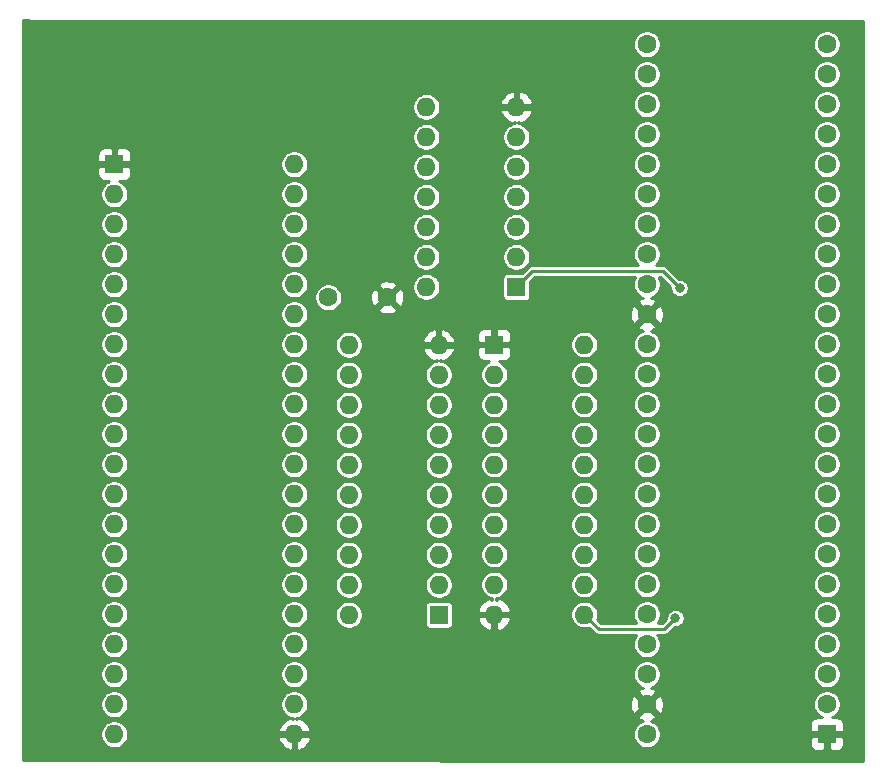
<source format=gbl>
G04 #@! TF.GenerationSoftware,KiCad,Pcbnew,(5.1.8)-1*
G04 #@! TF.CreationDate,2020-12-27T21:30:32-08:00*
G04 #@! TF.ProjectId,MCL65+,4d434c36-352b-42e6-9b69-6361645f7063,rev?*
G04 #@! TF.SameCoordinates,Original*
G04 #@! TF.FileFunction,Copper,L2,Bot*
G04 #@! TF.FilePolarity,Positive*
%FSLAX46Y46*%
G04 Gerber Fmt 4.6, Leading zero omitted, Abs format (unit mm)*
G04 Created by KiCad (PCBNEW (5.1.8)-1) date 2020-12-27 21:30:32*
%MOMM*%
%LPD*%
G01*
G04 APERTURE LIST*
G04 #@! TA.AperFunction,ComponentPad*
%ADD10C,1.600000*%
G04 #@! TD*
G04 #@! TA.AperFunction,ComponentPad*
%ADD11O,1.600000X1.600000*%
G04 #@! TD*
G04 #@! TA.AperFunction,ComponentPad*
%ADD12R,1.600000X1.600000*%
G04 #@! TD*
G04 #@! TA.AperFunction,ViaPad*
%ADD13C,0.800000*%
G04 #@! TD*
G04 #@! TA.AperFunction,Conductor*
%ADD14C,0.250000*%
G04 #@! TD*
G04 #@! TA.AperFunction,Conductor*
%ADD15C,0.254000*%
G04 #@! TD*
G04 #@! TA.AperFunction,Conductor*
%ADD16C,0.100000*%
G04 #@! TD*
G04 APERTURE END LIST*
D10*
X95119200Y-105562400D03*
X90119200Y-105562400D03*
D11*
X98425000Y-104673400D03*
X106045000Y-89433400D03*
X98425000Y-102133400D03*
X106045000Y-91973400D03*
X98425000Y-99593400D03*
X106045000Y-94513400D03*
X98425000Y-97053400D03*
X106045000Y-97053400D03*
X98425000Y-94513400D03*
X106045000Y-99593400D03*
X98425000Y-91973400D03*
X106045000Y-102133400D03*
X98425000Y-89433400D03*
D12*
X106045000Y-104673400D03*
D11*
X91846400Y-132435600D03*
X99466400Y-109575600D03*
X91846400Y-129895600D03*
X99466400Y-112115600D03*
X91846400Y-127355600D03*
X99466400Y-114655600D03*
X91846400Y-124815600D03*
X99466400Y-117195600D03*
X91846400Y-122275600D03*
X99466400Y-119735600D03*
X91846400Y-119735600D03*
X99466400Y-122275600D03*
X91846400Y-117195600D03*
X99466400Y-124815600D03*
X91846400Y-114655600D03*
X99466400Y-127355600D03*
X91846400Y-112115600D03*
X99466400Y-129895600D03*
X91846400Y-109575600D03*
D12*
X99466400Y-132435600D03*
D10*
X117094000Y-142544800D03*
X117094000Y-140004800D03*
X117094000Y-137464800D03*
X117094000Y-134924800D03*
X117094000Y-132384800D03*
X117094000Y-129844800D03*
X117094000Y-127304800D03*
X117094000Y-124764800D03*
X117094000Y-122224800D03*
X117094000Y-119684800D03*
X117094000Y-117144800D03*
X117094000Y-114604800D03*
X117094000Y-112064800D03*
X117094000Y-109524800D03*
D12*
X132334000Y-142544800D03*
D10*
X132334000Y-140004800D03*
X132334000Y-137464800D03*
X132334000Y-134924800D03*
X132334000Y-132384800D03*
X132334000Y-129844800D03*
X132334000Y-127304800D03*
X132334000Y-124764800D03*
X132334000Y-122224800D03*
X132334000Y-119684800D03*
X132334000Y-117144800D03*
X132334000Y-114604800D03*
X132334000Y-112064800D03*
X117094000Y-106984800D03*
X117094000Y-104444800D03*
X117094000Y-101904800D03*
X117094000Y-99364800D03*
X117094000Y-96824800D03*
X117094000Y-94284800D03*
X117094000Y-91744800D03*
X117094000Y-89204800D03*
X117094000Y-86664800D03*
X117094000Y-84124800D03*
X132334000Y-84124800D03*
X132334000Y-86664800D03*
X132334000Y-89204800D03*
X132334000Y-91744800D03*
X132334000Y-109524800D03*
X132334000Y-106984800D03*
X132334000Y-104444800D03*
X132334000Y-94284800D03*
X132334000Y-96824800D03*
X132334000Y-99364800D03*
X132334000Y-101904800D03*
D12*
X72009000Y-94284800D03*
D11*
X87249000Y-142544800D03*
X72009000Y-96824800D03*
X87249000Y-140004800D03*
X72009000Y-99364800D03*
X87249000Y-137464800D03*
X72009000Y-101904800D03*
X87249000Y-134924800D03*
X72009000Y-104444800D03*
X87249000Y-132384800D03*
X72009000Y-106984800D03*
X87249000Y-129844800D03*
X72009000Y-109524800D03*
X87249000Y-127304800D03*
X72009000Y-112064800D03*
X87249000Y-124764800D03*
X72009000Y-114604800D03*
X87249000Y-122224800D03*
X72009000Y-117144800D03*
X87249000Y-119684800D03*
X72009000Y-119684800D03*
X87249000Y-117144800D03*
X72009000Y-122224800D03*
X87249000Y-114604800D03*
X72009000Y-124764800D03*
X87249000Y-112064800D03*
X72009000Y-127304800D03*
X87249000Y-109524800D03*
X72009000Y-129844800D03*
X87249000Y-106984800D03*
X72009000Y-132384800D03*
X87249000Y-104444800D03*
X72009000Y-134924800D03*
X87249000Y-101904800D03*
X72009000Y-137464800D03*
X87249000Y-99364800D03*
X72009000Y-140004800D03*
X87249000Y-96824800D03*
X72009000Y-142544800D03*
X87249000Y-94284800D03*
D12*
X104165400Y-109550200D03*
D11*
X111785400Y-132410200D03*
X104165400Y-112090200D03*
X111785400Y-129870200D03*
X104165400Y-114630200D03*
X111785400Y-127330200D03*
X104165400Y-117170200D03*
X111785400Y-124790200D03*
X104165400Y-119710200D03*
X111785400Y-122250200D03*
X104165400Y-122250200D03*
X111785400Y-119710200D03*
X104165400Y-124790200D03*
X111785400Y-117170200D03*
X104165400Y-127330200D03*
X111785400Y-114630200D03*
X104165400Y-129870200D03*
X111785400Y-112090200D03*
X104165400Y-132410200D03*
X111785400Y-109550200D03*
D13*
X119862600Y-104749600D03*
X119507000Y-132689600D03*
D14*
X118432799Y-103319799D02*
X119862600Y-104749600D01*
X107398601Y-103319799D02*
X118432799Y-103319799D01*
X106045000Y-104673400D02*
X107398601Y-103319799D01*
X118567200Y-133629400D02*
X119507000Y-132689600D01*
X113004600Y-133629400D02*
X118567200Y-133629400D01*
X111785400Y-132410200D02*
X113004600Y-133629400D01*
D15*
X65453404Y-82118177D02*
X65455800Y-82118200D01*
X135356651Y-82118200D01*
X135381949Y-144805310D01*
X64236600Y-144754690D01*
X64236600Y-142428482D01*
X70828000Y-142428482D01*
X70828000Y-142661118D01*
X70873386Y-142889285D01*
X70962412Y-143104213D01*
X71091658Y-143297643D01*
X71256157Y-143462142D01*
X71449587Y-143591388D01*
X71664515Y-143680414D01*
X71892682Y-143725800D01*
X72125318Y-143725800D01*
X72353485Y-143680414D01*
X72568413Y-143591388D01*
X72761843Y-143462142D01*
X72926342Y-143297643D01*
X73055588Y-143104213D01*
X73132497Y-142918538D01*
X85863524Y-142918538D01*
X85889377Y-143003781D01*
X86005044Y-143260211D01*
X86168516Y-143489148D01*
X86373510Y-143681795D01*
X86612149Y-143830748D01*
X86875262Y-143930282D01*
X87096600Y-143812940D01*
X87096600Y-142697200D01*
X87401400Y-142697200D01*
X87401400Y-143812940D01*
X87622738Y-143930282D01*
X87885851Y-143830748D01*
X88124490Y-143681795D01*
X88329484Y-143489148D01*
X88492956Y-143260211D01*
X88608623Y-143003781D01*
X88634476Y-142918538D01*
X88516118Y-142697200D01*
X87401400Y-142697200D01*
X87096600Y-142697200D01*
X85981882Y-142697200D01*
X85863524Y-142918538D01*
X73132497Y-142918538D01*
X73144614Y-142889285D01*
X73190000Y-142661118D01*
X73190000Y-142428482D01*
X115913000Y-142428482D01*
X115913000Y-142661118D01*
X115958386Y-142889285D01*
X116047412Y-143104213D01*
X116176658Y-143297643D01*
X116341157Y-143462142D01*
X116534587Y-143591388D01*
X116749515Y-143680414D01*
X116977682Y-143725800D01*
X117210318Y-143725800D01*
X117438485Y-143680414D01*
X117653413Y-143591388D01*
X117846843Y-143462142D01*
X117964185Y-143344800D01*
X130895928Y-143344800D01*
X130908188Y-143469282D01*
X130944498Y-143588980D01*
X131003463Y-143699294D01*
X131082815Y-143795985D01*
X131179506Y-143875337D01*
X131289820Y-143934302D01*
X131409518Y-143970612D01*
X131534000Y-143982872D01*
X132022850Y-143979800D01*
X132181600Y-143821050D01*
X132181600Y-142697200D01*
X132486400Y-142697200D01*
X132486400Y-143821050D01*
X132645150Y-143979800D01*
X133134000Y-143982872D01*
X133258482Y-143970612D01*
X133378180Y-143934302D01*
X133488494Y-143875337D01*
X133585185Y-143795985D01*
X133664537Y-143699294D01*
X133723502Y-143588980D01*
X133759812Y-143469282D01*
X133772072Y-143344800D01*
X133769000Y-142855950D01*
X133610250Y-142697200D01*
X132486400Y-142697200D01*
X132181600Y-142697200D01*
X131057750Y-142697200D01*
X130899000Y-142855950D01*
X130895928Y-143344800D01*
X117964185Y-143344800D01*
X118011342Y-143297643D01*
X118140588Y-143104213D01*
X118229614Y-142889285D01*
X118275000Y-142661118D01*
X118275000Y-142428482D01*
X118229614Y-142200315D01*
X118140588Y-141985387D01*
X118011342Y-141791957D01*
X117964185Y-141744800D01*
X130895928Y-141744800D01*
X130899000Y-142233650D01*
X131057750Y-142392400D01*
X132181600Y-142392400D01*
X132181600Y-142372400D01*
X132486400Y-142372400D01*
X132486400Y-142392400D01*
X133610250Y-142392400D01*
X133769000Y-142233650D01*
X133772072Y-141744800D01*
X133759812Y-141620318D01*
X133723502Y-141500620D01*
X133664537Y-141390306D01*
X133585185Y-141293615D01*
X133488494Y-141214263D01*
X133378180Y-141155298D01*
X133258482Y-141118988D01*
X133134000Y-141106728D01*
X132754046Y-141109116D01*
X132893413Y-141051388D01*
X133086843Y-140922142D01*
X133251342Y-140757643D01*
X133380588Y-140564213D01*
X133469614Y-140349285D01*
X133515000Y-140121118D01*
X133515000Y-139888482D01*
X133469614Y-139660315D01*
X133380588Y-139445387D01*
X133251342Y-139251957D01*
X133086843Y-139087458D01*
X132893413Y-138958212D01*
X132678485Y-138869186D01*
X132450318Y-138823800D01*
X132217682Y-138823800D01*
X131989515Y-138869186D01*
X131774587Y-138958212D01*
X131581157Y-139087458D01*
X131416658Y-139251957D01*
X131287412Y-139445387D01*
X131198386Y-139660315D01*
X131153000Y-139888482D01*
X131153000Y-140121118D01*
X131198386Y-140349285D01*
X131287412Y-140564213D01*
X131416658Y-140757643D01*
X131581157Y-140922142D01*
X131774587Y-141051388D01*
X131913954Y-141109116D01*
X131534000Y-141106728D01*
X131409518Y-141118988D01*
X131289820Y-141155298D01*
X131179506Y-141214263D01*
X131082815Y-141293615D01*
X131003463Y-141390306D01*
X130944498Y-141500620D01*
X130908188Y-141620318D01*
X130895928Y-141744800D01*
X117964185Y-141744800D01*
X117846843Y-141627458D01*
X117653413Y-141498212D01*
X117438485Y-141409186D01*
X117419408Y-141405391D01*
X117468830Y-141397172D01*
X117733266Y-141297293D01*
X117813512Y-141254401D01*
X117887169Y-141013496D01*
X117094000Y-140220326D01*
X116300831Y-141013496D01*
X116374488Y-141254401D01*
X116632099Y-141370760D01*
X116775494Y-141404018D01*
X116749515Y-141409186D01*
X116534587Y-141498212D01*
X116341157Y-141627458D01*
X116176658Y-141791957D01*
X116047412Y-141985387D01*
X115958386Y-142200315D01*
X115913000Y-142428482D01*
X73190000Y-142428482D01*
X73144614Y-142200315D01*
X73132498Y-142171062D01*
X85863524Y-142171062D01*
X85981882Y-142392400D01*
X87096600Y-142392400D01*
X87096600Y-142372400D01*
X87401400Y-142372400D01*
X87401400Y-142392400D01*
X88516118Y-142392400D01*
X88634476Y-142171062D01*
X88608623Y-142085819D01*
X88492956Y-141829389D01*
X88329484Y-141600452D01*
X88124490Y-141407805D01*
X87885851Y-141258852D01*
X87622738Y-141159318D01*
X87401402Y-141276659D01*
X87401402Y-141178622D01*
X87593485Y-141140414D01*
X87808413Y-141051388D01*
X88001843Y-140922142D01*
X88166342Y-140757643D01*
X88295588Y-140564213D01*
X88384614Y-140349285D01*
X88430000Y-140121118D01*
X88430000Y-140100790D01*
X115655255Y-140100790D01*
X115701628Y-140379630D01*
X115801507Y-140644066D01*
X115844399Y-140724312D01*
X116085304Y-140797969D01*
X116878474Y-140004800D01*
X117309526Y-140004800D01*
X118102696Y-140797969D01*
X118343601Y-140724312D01*
X118459960Y-140466701D01*
X118523826Y-140191340D01*
X118532745Y-139908810D01*
X118486372Y-139629970D01*
X118386493Y-139365534D01*
X118343601Y-139285288D01*
X118102696Y-139211631D01*
X117309526Y-140004800D01*
X116878474Y-140004800D01*
X116085304Y-139211631D01*
X115844399Y-139285288D01*
X115728040Y-139542899D01*
X115664174Y-139818260D01*
X115655255Y-140100790D01*
X88430000Y-140100790D01*
X88430000Y-139888482D01*
X88384614Y-139660315D01*
X88295588Y-139445387D01*
X88166342Y-139251957D01*
X88001843Y-139087458D01*
X87808413Y-138958212D01*
X87593485Y-138869186D01*
X87365318Y-138823800D01*
X87132682Y-138823800D01*
X86904515Y-138869186D01*
X86689587Y-138958212D01*
X86496157Y-139087458D01*
X86331658Y-139251957D01*
X86202412Y-139445387D01*
X86113386Y-139660315D01*
X86068000Y-139888482D01*
X86068000Y-140121118D01*
X86113386Y-140349285D01*
X86202412Y-140564213D01*
X86331658Y-140757643D01*
X86496157Y-140922142D01*
X86689587Y-141051388D01*
X86904515Y-141140414D01*
X87096598Y-141178622D01*
X87096598Y-141276659D01*
X86875262Y-141159318D01*
X86612149Y-141258852D01*
X86373510Y-141407805D01*
X86168516Y-141600452D01*
X86005044Y-141829389D01*
X85889377Y-142085819D01*
X85863524Y-142171062D01*
X73132498Y-142171062D01*
X73055588Y-141985387D01*
X72926342Y-141791957D01*
X72761843Y-141627458D01*
X72568413Y-141498212D01*
X72353485Y-141409186D01*
X72125318Y-141363800D01*
X71892682Y-141363800D01*
X71664515Y-141409186D01*
X71449587Y-141498212D01*
X71256157Y-141627458D01*
X71091658Y-141791957D01*
X70962412Y-141985387D01*
X70873386Y-142200315D01*
X70828000Y-142428482D01*
X64236600Y-142428482D01*
X64236600Y-139888482D01*
X70828000Y-139888482D01*
X70828000Y-140121118D01*
X70873386Y-140349285D01*
X70962412Y-140564213D01*
X71091658Y-140757643D01*
X71256157Y-140922142D01*
X71449587Y-141051388D01*
X71664515Y-141140414D01*
X71892682Y-141185800D01*
X72125318Y-141185800D01*
X72353485Y-141140414D01*
X72568413Y-141051388D01*
X72761843Y-140922142D01*
X72926342Y-140757643D01*
X73055588Y-140564213D01*
X73144614Y-140349285D01*
X73190000Y-140121118D01*
X73190000Y-139888482D01*
X73144614Y-139660315D01*
X73055588Y-139445387D01*
X72926342Y-139251957D01*
X72761843Y-139087458D01*
X72568413Y-138958212D01*
X72353485Y-138869186D01*
X72125318Y-138823800D01*
X71892682Y-138823800D01*
X71664515Y-138869186D01*
X71449587Y-138958212D01*
X71256157Y-139087458D01*
X71091658Y-139251957D01*
X70962412Y-139445387D01*
X70873386Y-139660315D01*
X70828000Y-139888482D01*
X64236600Y-139888482D01*
X64236600Y-137348482D01*
X70828000Y-137348482D01*
X70828000Y-137581118D01*
X70873386Y-137809285D01*
X70962412Y-138024213D01*
X71091658Y-138217643D01*
X71256157Y-138382142D01*
X71449587Y-138511388D01*
X71664515Y-138600414D01*
X71892682Y-138645800D01*
X72125318Y-138645800D01*
X72353485Y-138600414D01*
X72568413Y-138511388D01*
X72761843Y-138382142D01*
X72926342Y-138217643D01*
X73055588Y-138024213D01*
X73144614Y-137809285D01*
X73190000Y-137581118D01*
X73190000Y-137348482D01*
X86068000Y-137348482D01*
X86068000Y-137581118D01*
X86113386Y-137809285D01*
X86202412Y-138024213D01*
X86331658Y-138217643D01*
X86496157Y-138382142D01*
X86689587Y-138511388D01*
X86904515Y-138600414D01*
X87132682Y-138645800D01*
X87365318Y-138645800D01*
X87593485Y-138600414D01*
X87808413Y-138511388D01*
X88001843Y-138382142D01*
X88166342Y-138217643D01*
X88295588Y-138024213D01*
X88384614Y-137809285D01*
X88430000Y-137581118D01*
X88430000Y-137348482D01*
X115913000Y-137348482D01*
X115913000Y-137581118D01*
X115958386Y-137809285D01*
X116047412Y-138024213D01*
X116176658Y-138217643D01*
X116341157Y-138382142D01*
X116534587Y-138511388D01*
X116749515Y-138600414D01*
X116768592Y-138604209D01*
X116719170Y-138612428D01*
X116454734Y-138712307D01*
X116374488Y-138755199D01*
X116300831Y-138996104D01*
X117094000Y-139789274D01*
X117887169Y-138996104D01*
X117813512Y-138755199D01*
X117555901Y-138638840D01*
X117412506Y-138605582D01*
X117438485Y-138600414D01*
X117653413Y-138511388D01*
X117846843Y-138382142D01*
X118011342Y-138217643D01*
X118140588Y-138024213D01*
X118229614Y-137809285D01*
X118275000Y-137581118D01*
X118275000Y-137348482D01*
X131153000Y-137348482D01*
X131153000Y-137581118D01*
X131198386Y-137809285D01*
X131287412Y-138024213D01*
X131416658Y-138217643D01*
X131581157Y-138382142D01*
X131774587Y-138511388D01*
X131989515Y-138600414D01*
X132217682Y-138645800D01*
X132450318Y-138645800D01*
X132678485Y-138600414D01*
X132893413Y-138511388D01*
X133086843Y-138382142D01*
X133251342Y-138217643D01*
X133380588Y-138024213D01*
X133469614Y-137809285D01*
X133515000Y-137581118D01*
X133515000Y-137348482D01*
X133469614Y-137120315D01*
X133380588Y-136905387D01*
X133251342Y-136711957D01*
X133086843Y-136547458D01*
X132893413Y-136418212D01*
X132678485Y-136329186D01*
X132450318Y-136283800D01*
X132217682Y-136283800D01*
X131989515Y-136329186D01*
X131774587Y-136418212D01*
X131581157Y-136547458D01*
X131416658Y-136711957D01*
X131287412Y-136905387D01*
X131198386Y-137120315D01*
X131153000Y-137348482D01*
X118275000Y-137348482D01*
X118229614Y-137120315D01*
X118140588Y-136905387D01*
X118011342Y-136711957D01*
X117846843Y-136547458D01*
X117653413Y-136418212D01*
X117438485Y-136329186D01*
X117210318Y-136283800D01*
X116977682Y-136283800D01*
X116749515Y-136329186D01*
X116534587Y-136418212D01*
X116341157Y-136547458D01*
X116176658Y-136711957D01*
X116047412Y-136905387D01*
X115958386Y-137120315D01*
X115913000Y-137348482D01*
X88430000Y-137348482D01*
X88384614Y-137120315D01*
X88295588Y-136905387D01*
X88166342Y-136711957D01*
X88001843Y-136547458D01*
X87808413Y-136418212D01*
X87593485Y-136329186D01*
X87365318Y-136283800D01*
X87132682Y-136283800D01*
X86904515Y-136329186D01*
X86689587Y-136418212D01*
X86496157Y-136547458D01*
X86331658Y-136711957D01*
X86202412Y-136905387D01*
X86113386Y-137120315D01*
X86068000Y-137348482D01*
X73190000Y-137348482D01*
X73144614Y-137120315D01*
X73055588Y-136905387D01*
X72926342Y-136711957D01*
X72761843Y-136547458D01*
X72568413Y-136418212D01*
X72353485Y-136329186D01*
X72125318Y-136283800D01*
X71892682Y-136283800D01*
X71664515Y-136329186D01*
X71449587Y-136418212D01*
X71256157Y-136547458D01*
X71091658Y-136711957D01*
X70962412Y-136905387D01*
X70873386Y-137120315D01*
X70828000Y-137348482D01*
X64236600Y-137348482D01*
X64236600Y-134808482D01*
X70828000Y-134808482D01*
X70828000Y-135041118D01*
X70873386Y-135269285D01*
X70962412Y-135484213D01*
X71091658Y-135677643D01*
X71256157Y-135842142D01*
X71449587Y-135971388D01*
X71664515Y-136060414D01*
X71892682Y-136105800D01*
X72125318Y-136105800D01*
X72353485Y-136060414D01*
X72568413Y-135971388D01*
X72761843Y-135842142D01*
X72926342Y-135677643D01*
X73055588Y-135484213D01*
X73144614Y-135269285D01*
X73190000Y-135041118D01*
X73190000Y-134808482D01*
X86068000Y-134808482D01*
X86068000Y-135041118D01*
X86113386Y-135269285D01*
X86202412Y-135484213D01*
X86331658Y-135677643D01*
X86496157Y-135842142D01*
X86689587Y-135971388D01*
X86904515Y-136060414D01*
X87132682Y-136105800D01*
X87365318Y-136105800D01*
X87593485Y-136060414D01*
X87808413Y-135971388D01*
X88001843Y-135842142D01*
X88166342Y-135677643D01*
X88295588Y-135484213D01*
X88384614Y-135269285D01*
X88430000Y-135041118D01*
X88430000Y-134808482D01*
X88384614Y-134580315D01*
X88295588Y-134365387D01*
X88166342Y-134171957D01*
X88001843Y-134007458D01*
X87808413Y-133878212D01*
X87593485Y-133789186D01*
X87365318Y-133743800D01*
X87132682Y-133743800D01*
X86904515Y-133789186D01*
X86689587Y-133878212D01*
X86496157Y-134007458D01*
X86331658Y-134171957D01*
X86202412Y-134365387D01*
X86113386Y-134580315D01*
X86068000Y-134808482D01*
X73190000Y-134808482D01*
X73144614Y-134580315D01*
X73055588Y-134365387D01*
X72926342Y-134171957D01*
X72761843Y-134007458D01*
X72568413Y-133878212D01*
X72353485Y-133789186D01*
X72125318Y-133743800D01*
X71892682Y-133743800D01*
X71664515Y-133789186D01*
X71449587Y-133878212D01*
X71256157Y-134007458D01*
X71091658Y-134171957D01*
X70962412Y-134365387D01*
X70873386Y-134580315D01*
X70828000Y-134808482D01*
X64236600Y-134808482D01*
X64236600Y-132268482D01*
X70828000Y-132268482D01*
X70828000Y-132501118D01*
X70873386Y-132729285D01*
X70962412Y-132944213D01*
X71091658Y-133137643D01*
X71256157Y-133302142D01*
X71449587Y-133431388D01*
X71664515Y-133520414D01*
X71892682Y-133565800D01*
X72125318Y-133565800D01*
X72353485Y-133520414D01*
X72568413Y-133431388D01*
X72761843Y-133302142D01*
X72926342Y-133137643D01*
X73055588Y-132944213D01*
X73144614Y-132729285D01*
X73190000Y-132501118D01*
X73190000Y-132268482D01*
X86068000Y-132268482D01*
X86068000Y-132501118D01*
X86113386Y-132729285D01*
X86202412Y-132944213D01*
X86331658Y-133137643D01*
X86496157Y-133302142D01*
X86689587Y-133431388D01*
X86904515Y-133520414D01*
X87132682Y-133565800D01*
X87365318Y-133565800D01*
X87593485Y-133520414D01*
X87808413Y-133431388D01*
X88001843Y-133302142D01*
X88166342Y-133137643D01*
X88295588Y-132944213D01*
X88384614Y-132729285D01*
X88430000Y-132501118D01*
X88430000Y-132319282D01*
X90665400Y-132319282D01*
X90665400Y-132551918D01*
X90710786Y-132780085D01*
X90799812Y-132995013D01*
X90929058Y-133188443D01*
X91093557Y-133352942D01*
X91286987Y-133482188D01*
X91501915Y-133571214D01*
X91730082Y-133616600D01*
X91962718Y-133616600D01*
X92190885Y-133571214D01*
X92405813Y-133482188D01*
X92599243Y-133352942D01*
X92763742Y-133188443D01*
X92892988Y-132995013D01*
X92982014Y-132780085D01*
X93027400Y-132551918D01*
X93027400Y-132319282D01*
X92982014Y-132091115D01*
X92892988Y-131876187D01*
X92763742Y-131682757D01*
X92716585Y-131635600D01*
X98283557Y-131635600D01*
X98283557Y-133235600D01*
X98290913Y-133310289D01*
X98312699Y-133382108D01*
X98348078Y-133448296D01*
X98395689Y-133506311D01*
X98453704Y-133553922D01*
X98519892Y-133589301D01*
X98591711Y-133611087D01*
X98666400Y-133618443D01*
X100266400Y-133618443D01*
X100341089Y-133611087D01*
X100412908Y-133589301D01*
X100479096Y-133553922D01*
X100537111Y-133506311D01*
X100584722Y-133448296D01*
X100620101Y-133382108D01*
X100641887Y-133310289D01*
X100649243Y-133235600D01*
X100649243Y-132783938D01*
X102779924Y-132783938D01*
X102805777Y-132869181D01*
X102921444Y-133125611D01*
X103084916Y-133354548D01*
X103289910Y-133547195D01*
X103528549Y-133696148D01*
X103791662Y-133795682D01*
X104013000Y-133678340D01*
X104013000Y-132562600D01*
X104317800Y-132562600D01*
X104317800Y-133678340D01*
X104539138Y-133795682D01*
X104802251Y-133696148D01*
X105040890Y-133547195D01*
X105245884Y-133354548D01*
X105409356Y-133125611D01*
X105525023Y-132869181D01*
X105550876Y-132783938D01*
X105432518Y-132562600D01*
X104317800Y-132562600D01*
X104013000Y-132562600D01*
X102898282Y-132562600D01*
X102779924Y-132783938D01*
X100649243Y-132783938D01*
X100649243Y-132293882D01*
X110604400Y-132293882D01*
X110604400Y-132526518D01*
X110649786Y-132754685D01*
X110738812Y-132969613D01*
X110868058Y-133163043D01*
X111032557Y-133327542D01*
X111225987Y-133456788D01*
X111440915Y-133545814D01*
X111669082Y-133591200D01*
X111901718Y-133591200D01*
X112129885Y-133545814D01*
X112183298Y-133523690D01*
X112629228Y-133969620D01*
X112645073Y-133988927D01*
X112722121Y-134052159D01*
X112810025Y-134099145D01*
X112905406Y-134128078D01*
X112915294Y-134129052D01*
X112979746Y-134135400D01*
X112979753Y-134135400D01*
X113004599Y-134137847D01*
X113029445Y-134135400D01*
X116213215Y-134135400D01*
X116176658Y-134171957D01*
X116047412Y-134365387D01*
X115958386Y-134580315D01*
X115913000Y-134808482D01*
X115913000Y-135041118D01*
X115958386Y-135269285D01*
X116047412Y-135484213D01*
X116176658Y-135677643D01*
X116341157Y-135842142D01*
X116534587Y-135971388D01*
X116749515Y-136060414D01*
X116977682Y-136105800D01*
X117210318Y-136105800D01*
X117438485Y-136060414D01*
X117653413Y-135971388D01*
X117846843Y-135842142D01*
X118011342Y-135677643D01*
X118140588Y-135484213D01*
X118229614Y-135269285D01*
X118275000Y-135041118D01*
X118275000Y-134808482D01*
X131153000Y-134808482D01*
X131153000Y-135041118D01*
X131198386Y-135269285D01*
X131287412Y-135484213D01*
X131416658Y-135677643D01*
X131581157Y-135842142D01*
X131774587Y-135971388D01*
X131989515Y-136060414D01*
X132217682Y-136105800D01*
X132450318Y-136105800D01*
X132678485Y-136060414D01*
X132893413Y-135971388D01*
X133086843Y-135842142D01*
X133251342Y-135677643D01*
X133380588Y-135484213D01*
X133469614Y-135269285D01*
X133515000Y-135041118D01*
X133515000Y-134808482D01*
X133469614Y-134580315D01*
X133380588Y-134365387D01*
X133251342Y-134171957D01*
X133086843Y-134007458D01*
X132893413Y-133878212D01*
X132678485Y-133789186D01*
X132450318Y-133743800D01*
X132217682Y-133743800D01*
X131989515Y-133789186D01*
X131774587Y-133878212D01*
X131581157Y-134007458D01*
X131416658Y-134171957D01*
X131287412Y-134365387D01*
X131198386Y-134580315D01*
X131153000Y-134808482D01*
X118275000Y-134808482D01*
X118229614Y-134580315D01*
X118140588Y-134365387D01*
X118011342Y-134171957D01*
X117974785Y-134135400D01*
X118542354Y-134135400D01*
X118567200Y-134137847D01*
X118592046Y-134135400D01*
X118592054Y-134135400D01*
X118666393Y-134128078D01*
X118761775Y-134099145D01*
X118849679Y-134052159D01*
X118926727Y-133988927D01*
X118942576Y-133969615D01*
X119441592Y-133470600D01*
X119583922Y-133470600D01*
X119734809Y-133440587D01*
X119876942Y-133381713D01*
X120004859Y-133296242D01*
X120113642Y-133187459D01*
X120199113Y-133059542D01*
X120257987Y-132917409D01*
X120288000Y-132766522D01*
X120288000Y-132612678D01*
X120257987Y-132461791D01*
X120199113Y-132319658D01*
X120164919Y-132268482D01*
X131153000Y-132268482D01*
X131153000Y-132501118D01*
X131198386Y-132729285D01*
X131287412Y-132944213D01*
X131416658Y-133137643D01*
X131581157Y-133302142D01*
X131774587Y-133431388D01*
X131989515Y-133520414D01*
X132217682Y-133565800D01*
X132450318Y-133565800D01*
X132678485Y-133520414D01*
X132893413Y-133431388D01*
X133086843Y-133302142D01*
X133251342Y-133137643D01*
X133380588Y-132944213D01*
X133469614Y-132729285D01*
X133515000Y-132501118D01*
X133515000Y-132268482D01*
X133469614Y-132040315D01*
X133380588Y-131825387D01*
X133251342Y-131631957D01*
X133086843Y-131467458D01*
X132893413Y-131338212D01*
X132678485Y-131249186D01*
X132450318Y-131203800D01*
X132217682Y-131203800D01*
X131989515Y-131249186D01*
X131774587Y-131338212D01*
X131581157Y-131467458D01*
X131416658Y-131631957D01*
X131287412Y-131825387D01*
X131198386Y-132040315D01*
X131153000Y-132268482D01*
X120164919Y-132268482D01*
X120113642Y-132191741D01*
X120004859Y-132082958D01*
X119876942Y-131997487D01*
X119734809Y-131938613D01*
X119583922Y-131908600D01*
X119430078Y-131908600D01*
X119279191Y-131938613D01*
X119137058Y-131997487D01*
X119009141Y-132082958D01*
X118900358Y-132191741D01*
X118814887Y-132319658D01*
X118756013Y-132461791D01*
X118726000Y-132612678D01*
X118726000Y-132755008D01*
X118357609Y-133123400D01*
X118020859Y-133123400D01*
X118140588Y-132944213D01*
X118229614Y-132729285D01*
X118275000Y-132501118D01*
X118275000Y-132268482D01*
X118229614Y-132040315D01*
X118140588Y-131825387D01*
X118011342Y-131631957D01*
X117846843Y-131467458D01*
X117653413Y-131338212D01*
X117438485Y-131249186D01*
X117210318Y-131203800D01*
X116977682Y-131203800D01*
X116749515Y-131249186D01*
X116534587Y-131338212D01*
X116341157Y-131467458D01*
X116176658Y-131631957D01*
X116047412Y-131825387D01*
X115958386Y-132040315D01*
X115913000Y-132268482D01*
X115913000Y-132501118D01*
X115958386Y-132729285D01*
X116047412Y-132944213D01*
X116167141Y-133123400D01*
X113214192Y-133123400D01*
X112898890Y-132808098D01*
X112921014Y-132754685D01*
X112966400Y-132526518D01*
X112966400Y-132293882D01*
X112921014Y-132065715D01*
X112831988Y-131850787D01*
X112702742Y-131657357D01*
X112538243Y-131492858D01*
X112344813Y-131363612D01*
X112129885Y-131274586D01*
X111901718Y-131229200D01*
X111669082Y-131229200D01*
X111440915Y-131274586D01*
X111225987Y-131363612D01*
X111032557Y-131492858D01*
X110868058Y-131657357D01*
X110738812Y-131850787D01*
X110649786Y-132065715D01*
X110604400Y-132293882D01*
X100649243Y-132293882D01*
X100649243Y-132036462D01*
X102779924Y-132036462D01*
X102898282Y-132257800D01*
X104013000Y-132257800D01*
X104013000Y-132237800D01*
X104317800Y-132237800D01*
X104317800Y-132257800D01*
X105432518Y-132257800D01*
X105550876Y-132036462D01*
X105525023Y-131951219D01*
X105409356Y-131694789D01*
X105245884Y-131465852D01*
X105040890Y-131273205D01*
X104802251Y-131124252D01*
X104539138Y-131024718D01*
X104317802Y-131142059D01*
X104317802Y-131044022D01*
X104509885Y-131005814D01*
X104724813Y-130916788D01*
X104918243Y-130787542D01*
X105082742Y-130623043D01*
X105211988Y-130429613D01*
X105301014Y-130214685D01*
X105346400Y-129986518D01*
X105346400Y-129753882D01*
X110604400Y-129753882D01*
X110604400Y-129986518D01*
X110649786Y-130214685D01*
X110738812Y-130429613D01*
X110868058Y-130623043D01*
X111032557Y-130787542D01*
X111225987Y-130916788D01*
X111440915Y-131005814D01*
X111669082Y-131051200D01*
X111901718Y-131051200D01*
X112129885Y-131005814D01*
X112344813Y-130916788D01*
X112538243Y-130787542D01*
X112702742Y-130623043D01*
X112831988Y-130429613D01*
X112921014Y-130214685D01*
X112966400Y-129986518D01*
X112966400Y-129753882D01*
X112961348Y-129728482D01*
X115913000Y-129728482D01*
X115913000Y-129961118D01*
X115958386Y-130189285D01*
X116047412Y-130404213D01*
X116176658Y-130597643D01*
X116341157Y-130762142D01*
X116534587Y-130891388D01*
X116749515Y-130980414D01*
X116977682Y-131025800D01*
X117210318Y-131025800D01*
X117438485Y-130980414D01*
X117653413Y-130891388D01*
X117846843Y-130762142D01*
X118011342Y-130597643D01*
X118140588Y-130404213D01*
X118229614Y-130189285D01*
X118275000Y-129961118D01*
X118275000Y-129728482D01*
X131153000Y-129728482D01*
X131153000Y-129961118D01*
X131198386Y-130189285D01*
X131287412Y-130404213D01*
X131416658Y-130597643D01*
X131581157Y-130762142D01*
X131774587Y-130891388D01*
X131989515Y-130980414D01*
X132217682Y-131025800D01*
X132450318Y-131025800D01*
X132678485Y-130980414D01*
X132893413Y-130891388D01*
X133086843Y-130762142D01*
X133251342Y-130597643D01*
X133380588Y-130404213D01*
X133469614Y-130189285D01*
X133515000Y-129961118D01*
X133515000Y-129728482D01*
X133469614Y-129500315D01*
X133380588Y-129285387D01*
X133251342Y-129091957D01*
X133086843Y-128927458D01*
X132893413Y-128798212D01*
X132678485Y-128709186D01*
X132450318Y-128663800D01*
X132217682Y-128663800D01*
X131989515Y-128709186D01*
X131774587Y-128798212D01*
X131581157Y-128927458D01*
X131416658Y-129091957D01*
X131287412Y-129285387D01*
X131198386Y-129500315D01*
X131153000Y-129728482D01*
X118275000Y-129728482D01*
X118229614Y-129500315D01*
X118140588Y-129285387D01*
X118011342Y-129091957D01*
X117846843Y-128927458D01*
X117653413Y-128798212D01*
X117438485Y-128709186D01*
X117210318Y-128663800D01*
X116977682Y-128663800D01*
X116749515Y-128709186D01*
X116534587Y-128798212D01*
X116341157Y-128927458D01*
X116176658Y-129091957D01*
X116047412Y-129285387D01*
X115958386Y-129500315D01*
X115913000Y-129728482D01*
X112961348Y-129728482D01*
X112921014Y-129525715D01*
X112831988Y-129310787D01*
X112702742Y-129117357D01*
X112538243Y-128952858D01*
X112344813Y-128823612D01*
X112129885Y-128734586D01*
X111901718Y-128689200D01*
X111669082Y-128689200D01*
X111440915Y-128734586D01*
X111225987Y-128823612D01*
X111032557Y-128952858D01*
X110868058Y-129117357D01*
X110738812Y-129310787D01*
X110649786Y-129525715D01*
X110604400Y-129753882D01*
X105346400Y-129753882D01*
X105301014Y-129525715D01*
X105211988Y-129310787D01*
X105082742Y-129117357D01*
X104918243Y-128952858D01*
X104724813Y-128823612D01*
X104509885Y-128734586D01*
X104281718Y-128689200D01*
X104049082Y-128689200D01*
X103820915Y-128734586D01*
X103605987Y-128823612D01*
X103412557Y-128952858D01*
X103248058Y-129117357D01*
X103118812Y-129310787D01*
X103029786Y-129525715D01*
X102984400Y-129753882D01*
X102984400Y-129986518D01*
X103029786Y-130214685D01*
X103118812Y-130429613D01*
X103248058Y-130623043D01*
X103412557Y-130787542D01*
X103605987Y-130916788D01*
X103820915Y-131005814D01*
X104012998Y-131044022D01*
X104012998Y-131142059D01*
X103791662Y-131024718D01*
X103528549Y-131124252D01*
X103289910Y-131273205D01*
X103084916Y-131465852D01*
X102921444Y-131694789D01*
X102805777Y-131951219D01*
X102779924Y-132036462D01*
X100649243Y-132036462D01*
X100649243Y-131635600D01*
X100641887Y-131560911D01*
X100620101Y-131489092D01*
X100584722Y-131422904D01*
X100537111Y-131364889D01*
X100479096Y-131317278D01*
X100412908Y-131281899D01*
X100341089Y-131260113D01*
X100266400Y-131252757D01*
X98666400Y-131252757D01*
X98591711Y-131260113D01*
X98519892Y-131281899D01*
X98453704Y-131317278D01*
X98395689Y-131364889D01*
X98348078Y-131422904D01*
X98312699Y-131489092D01*
X98290913Y-131560911D01*
X98283557Y-131635600D01*
X92716585Y-131635600D01*
X92599243Y-131518258D01*
X92405813Y-131389012D01*
X92190885Y-131299986D01*
X91962718Y-131254600D01*
X91730082Y-131254600D01*
X91501915Y-131299986D01*
X91286987Y-131389012D01*
X91093557Y-131518258D01*
X90929058Y-131682757D01*
X90799812Y-131876187D01*
X90710786Y-132091115D01*
X90665400Y-132319282D01*
X88430000Y-132319282D01*
X88430000Y-132268482D01*
X88384614Y-132040315D01*
X88295588Y-131825387D01*
X88166342Y-131631957D01*
X88001843Y-131467458D01*
X87808413Y-131338212D01*
X87593485Y-131249186D01*
X87365318Y-131203800D01*
X87132682Y-131203800D01*
X86904515Y-131249186D01*
X86689587Y-131338212D01*
X86496157Y-131467458D01*
X86331658Y-131631957D01*
X86202412Y-131825387D01*
X86113386Y-132040315D01*
X86068000Y-132268482D01*
X73190000Y-132268482D01*
X73144614Y-132040315D01*
X73055588Y-131825387D01*
X72926342Y-131631957D01*
X72761843Y-131467458D01*
X72568413Y-131338212D01*
X72353485Y-131249186D01*
X72125318Y-131203800D01*
X71892682Y-131203800D01*
X71664515Y-131249186D01*
X71449587Y-131338212D01*
X71256157Y-131467458D01*
X71091658Y-131631957D01*
X70962412Y-131825387D01*
X70873386Y-132040315D01*
X70828000Y-132268482D01*
X64236600Y-132268482D01*
X64236600Y-129728482D01*
X70828000Y-129728482D01*
X70828000Y-129961118D01*
X70873386Y-130189285D01*
X70962412Y-130404213D01*
X71091658Y-130597643D01*
X71256157Y-130762142D01*
X71449587Y-130891388D01*
X71664515Y-130980414D01*
X71892682Y-131025800D01*
X72125318Y-131025800D01*
X72353485Y-130980414D01*
X72568413Y-130891388D01*
X72761843Y-130762142D01*
X72926342Y-130597643D01*
X73055588Y-130404213D01*
X73144614Y-130189285D01*
X73190000Y-129961118D01*
X73190000Y-129728482D01*
X86068000Y-129728482D01*
X86068000Y-129961118D01*
X86113386Y-130189285D01*
X86202412Y-130404213D01*
X86331658Y-130597643D01*
X86496157Y-130762142D01*
X86689587Y-130891388D01*
X86904515Y-130980414D01*
X87132682Y-131025800D01*
X87365318Y-131025800D01*
X87593485Y-130980414D01*
X87808413Y-130891388D01*
X88001843Y-130762142D01*
X88166342Y-130597643D01*
X88295588Y-130404213D01*
X88384614Y-130189285D01*
X88430000Y-129961118D01*
X88430000Y-129779282D01*
X90665400Y-129779282D01*
X90665400Y-130011918D01*
X90710786Y-130240085D01*
X90799812Y-130455013D01*
X90929058Y-130648443D01*
X91093557Y-130812942D01*
X91286987Y-130942188D01*
X91501915Y-131031214D01*
X91730082Y-131076600D01*
X91962718Y-131076600D01*
X92190885Y-131031214D01*
X92405813Y-130942188D01*
X92599243Y-130812942D01*
X92763742Y-130648443D01*
X92892988Y-130455013D01*
X92982014Y-130240085D01*
X93027400Y-130011918D01*
X93027400Y-129779282D01*
X98285400Y-129779282D01*
X98285400Y-130011918D01*
X98330786Y-130240085D01*
X98419812Y-130455013D01*
X98549058Y-130648443D01*
X98713557Y-130812942D01*
X98906987Y-130942188D01*
X99121915Y-131031214D01*
X99350082Y-131076600D01*
X99582718Y-131076600D01*
X99810885Y-131031214D01*
X100025813Y-130942188D01*
X100219243Y-130812942D01*
X100383742Y-130648443D01*
X100512988Y-130455013D01*
X100602014Y-130240085D01*
X100647400Y-130011918D01*
X100647400Y-129779282D01*
X100602014Y-129551115D01*
X100512988Y-129336187D01*
X100383742Y-129142757D01*
X100219243Y-128978258D01*
X100025813Y-128849012D01*
X99810885Y-128759986D01*
X99582718Y-128714600D01*
X99350082Y-128714600D01*
X99121915Y-128759986D01*
X98906987Y-128849012D01*
X98713557Y-128978258D01*
X98549058Y-129142757D01*
X98419812Y-129336187D01*
X98330786Y-129551115D01*
X98285400Y-129779282D01*
X93027400Y-129779282D01*
X92982014Y-129551115D01*
X92892988Y-129336187D01*
X92763742Y-129142757D01*
X92599243Y-128978258D01*
X92405813Y-128849012D01*
X92190885Y-128759986D01*
X91962718Y-128714600D01*
X91730082Y-128714600D01*
X91501915Y-128759986D01*
X91286987Y-128849012D01*
X91093557Y-128978258D01*
X90929058Y-129142757D01*
X90799812Y-129336187D01*
X90710786Y-129551115D01*
X90665400Y-129779282D01*
X88430000Y-129779282D01*
X88430000Y-129728482D01*
X88384614Y-129500315D01*
X88295588Y-129285387D01*
X88166342Y-129091957D01*
X88001843Y-128927458D01*
X87808413Y-128798212D01*
X87593485Y-128709186D01*
X87365318Y-128663800D01*
X87132682Y-128663800D01*
X86904515Y-128709186D01*
X86689587Y-128798212D01*
X86496157Y-128927458D01*
X86331658Y-129091957D01*
X86202412Y-129285387D01*
X86113386Y-129500315D01*
X86068000Y-129728482D01*
X73190000Y-129728482D01*
X73144614Y-129500315D01*
X73055588Y-129285387D01*
X72926342Y-129091957D01*
X72761843Y-128927458D01*
X72568413Y-128798212D01*
X72353485Y-128709186D01*
X72125318Y-128663800D01*
X71892682Y-128663800D01*
X71664515Y-128709186D01*
X71449587Y-128798212D01*
X71256157Y-128927458D01*
X71091658Y-129091957D01*
X70962412Y-129285387D01*
X70873386Y-129500315D01*
X70828000Y-129728482D01*
X64236600Y-129728482D01*
X64236600Y-127188482D01*
X70828000Y-127188482D01*
X70828000Y-127421118D01*
X70873386Y-127649285D01*
X70962412Y-127864213D01*
X71091658Y-128057643D01*
X71256157Y-128222142D01*
X71449587Y-128351388D01*
X71664515Y-128440414D01*
X71892682Y-128485800D01*
X72125318Y-128485800D01*
X72353485Y-128440414D01*
X72568413Y-128351388D01*
X72761843Y-128222142D01*
X72926342Y-128057643D01*
X73055588Y-127864213D01*
X73144614Y-127649285D01*
X73190000Y-127421118D01*
X73190000Y-127188482D01*
X86068000Y-127188482D01*
X86068000Y-127421118D01*
X86113386Y-127649285D01*
X86202412Y-127864213D01*
X86331658Y-128057643D01*
X86496157Y-128222142D01*
X86689587Y-128351388D01*
X86904515Y-128440414D01*
X87132682Y-128485800D01*
X87365318Y-128485800D01*
X87593485Y-128440414D01*
X87808413Y-128351388D01*
X88001843Y-128222142D01*
X88166342Y-128057643D01*
X88295588Y-127864213D01*
X88384614Y-127649285D01*
X88430000Y-127421118D01*
X88430000Y-127239282D01*
X90665400Y-127239282D01*
X90665400Y-127471918D01*
X90710786Y-127700085D01*
X90799812Y-127915013D01*
X90929058Y-128108443D01*
X91093557Y-128272942D01*
X91286987Y-128402188D01*
X91501915Y-128491214D01*
X91730082Y-128536600D01*
X91962718Y-128536600D01*
X92190885Y-128491214D01*
X92405813Y-128402188D01*
X92599243Y-128272942D01*
X92763742Y-128108443D01*
X92892988Y-127915013D01*
X92982014Y-127700085D01*
X93027400Y-127471918D01*
X93027400Y-127239282D01*
X98285400Y-127239282D01*
X98285400Y-127471918D01*
X98330786Y-127700085D01*
X98419812Y-127915013D01*
X98549058Y-128108443D01*
X98713557Y-128272942D01*
X98906987Y-128402188D01*
X99121915Y-128491214D01*
X99350082Y-128536600D01*
X99582718Y-128536600D01*
X99810885Y-128491214D01*
X100025813Y-128402188D01*
X100219243Y-128272942D01*
X100383742Y-128108443D01*
X100512988Y-127915013D01*
X100602014Y-127700085D01*
X100647400Y-127471918D01*
X100647400Y-127239282D01*
X100642348Y-127213882D01*
X102984400Y-127213882D01*
X102984400Y-127446518D01*
X103029786Y-127674685D01*
X103118812Y-127889613D01*
X103248058Y-128083043D01*
X103412557Y-128247542D01*
X103605987Y-128376788D01*
X103820915Y-128465814D01*
X104049082Y-128511200D01*
X104281718Y-128511200D01*
X104509885Y-128465814D01*
X104724813Y-128376788D01*
X104918243Y-128247542D01*
X105082742Y-128083043D01*
X105211988Y-127889613D01*
X105301014Y-127674685D01*
X105346400Y-127446518D01*
X105346400Y-127213882D01*
X110604400Y-127213882D01*
X110604400Y-127446518D01*
X110649786Y-127674685D01*
X110738812Y-127889613D01*
X110868058Y-128083043D01*
X111032557Y-128247542D01*
X111225987Y-128376788D01*
X111440915Y-128465814D01*
X111669082Y-128511200D01*
X111901718Y-128511200D01*
X112129885Y-128465814D01*
X112344813Y-128376788D01*
X112538243Y-128247542D01*
X112702742Y-128083043D01*
X112831988Y-127889613D01*
X112921014Y-127674685D01*
X112966400Y-127446518D01*
X112966400Y-127213882D01*
X112961348Y-127188482D01*
X115913000Y-127188482D01*
X115913000Y-127421118D01*
X115958386Y-127649285D01*
X116047412Y-127864213D01*
X116176658Y-128057643D01*
X116341157Y-128222142D01*
X116534587Y-128351388D01*
X116749515Y-128440414D01*
X116977682Y-128485800D01*
X117210318Y-128485800D01*
X117438485Y-128440414D01*
X117653413Y-128351388D01*
X117846843Y-128222142D01*
X118011342Y-128057643D01*
X118140588Y-127864213D01*
X118229614Y-127649285D01*
X118275000Y-127421118D01*
X118275000Y-127188482D01*
X131153000Y-127188482D01*
X131153000Y-127421118D01*
X131198386Y-127649285D01*
X131287412Y-127864213D01*
X131416658Y-128057643D01*
X131581157Y-128222142D01*
X131774587Y-128351388D01*
X131989515Y-128440414D01*
X132217682Y-128485800D01*
X132450318Y-128485800D01*
X132678485Y-128440414D01*
X132893413Y-128351388D01*
X133086843Y-128222142D01*
X133251342Y-128057643D01*
X133380588Y-127864213D01*
X133469614Y-127649285D01*
X133515000Y-127421118D01*
X133515000Y-127188482D01*
X133469614Y-126960315D01*
X133380588Y-126745387D01*
X133251342Y-126551957D01*
X133086843Y-126387458D01*
X132893413Y-126258212D01*
X132678485Y-126169186D01*
X132450318Y-126123800D01*
X132217682Y-126123800D01*
X131989515Y-126169186D01*
X131774587Y-126258212D01*
X131581157Y-126387458D01*
X131416658Y-126551957D01*
X131287412Y-126745387D01*
X131198386Y-126960315D01*
X131153000Y-127188482D01*
X118275000Y-127188482D01*
X118229614Y-126960315D01*
X118140588Y-126745387D01*
X118011342Y-126551957D01*
X117846843Y-126387458D01*
X117653413Y-126258212D01*
X117438485Y-126169186D01*
X117210318Y-126123800D01*
X116977682Y-126123800D01*
X116749515Y-126169186D01*
X116534587Y-126258212D01*
X116341157Y-126387458D01*
X116176658Y-126551957D01*
X116047412Y-126745387D01*
X115958386Y-126960315D01*
X115913000Y-127188482D01*
X112961348Y-127188482D01*
X112921014Y-126985715D01*
X112831988Y-126770787D01*
X112702742Y-126577357D01*
X112538243Y-126412858D01*
X112344813Y-126283612D01*
X112129885Y-126194586D01*
X111901718Y-126149200D01*
X111669082Y-126149200D01*
X111440915Y-126194586D01*
X111225987Y-126283612D01*
X111032557Y-126412858D01*
X110868058Y-126577357D01*
X110738812Y-126770787D01*
X110649786Y-126985715D01*
X110604400Y-127213882D01*
X105346400Y-127213882D01*
X105301014Y-126985715D01*
X105211988Y-126770787D01*
X105082742Y-126577357D01*
X104918243Y-126412858D01*
X104724813Y-126283612D01*
X104509885Y-126194586D01*
X104281718Y-126149200D01*
X104049082Y-126149200D01*
X103820915Y-126194586D01*
X103605987Y-126283612D01*
X103412557Y-126412858D01*
X103248058Y-126577357D01*
X103118812Y-126770787D01*
X103029786Y-126985715D01*
X102984400Y-127213882D01*
X100642348Y-127213882D01*
X100602014Y-127011115D01*
X100512988Y-126796187D01*
X100383742Y-126602757D01*
X100219243Y-126438258D01*
X100025813Y-126309012D01*
X99810885Y-126219986D01*
X99582718Y-126174600D01*
X99350082Y-126174600D01*
X99121915Y-126219986D01*
X98906987Y-126309012D01*
X98713557Y-126438258D01*
X98549058Y-126602757D01*
X98419812Y-126796187D01*
X98330786Y-127011115D01*
X98285400Y-127239282D01*
X93027400Y-127239282D01*
X92982014Y-127011115D01*
X92892988Y-126796187D01*
X92763742Y-126602757D01*
X92599243Y-126438258D01*
X92405813Y-126309012D01*
X92190885Y-126219986D01*
X91962718Y-126174600D01*
X91730082Y-126174600D01*
X91501915Y-126219986D01*
X91286987Y-126309012D01*
X91093557Y-126438258D01*
X90929058Y-126602757D01*
X90799812Y-126796187D01*
X90710786Y-127011115D01*
X90665400Y-127239282D01*
X88430000Y-127239282D01*
X88430000Y-127188482D01*
X88384614Y-126960315D01*
X88295588Y-126745387D01*
X88166342Y-126551957D01*
X88001843Y-126387458D01*
X87808413Y-126258212D01*
X87593485Y-126169186D01*
X87365318Y-126123800D01*
X87132682Y-126123800D01*
X86904515Y-126169186D01*
X86689587Y-126258212D01*
X86496157Y-126387458D01*
X86331658Y-126551957D01*
X86202412Y-126745387D01*
X86113386Y-126960315D01*
X86068000Y-127188482D01*
X73190000Y-127188482D01*
X73144614Y-126960315D01*
X73055588Y-126745387D01*
X72926342Y-126551957D01*
X72761843Y-126387458D01*
X72568413Y-126258212D01*
X72353485Y-126169186D01*
X72125318Y-126123800D01*
X71892682Y-126123800D01*
X71664515Y-126169186D01*
X71449587Y-126258212D01*
X71256157Y-126387458D01*
X71091658Y-126551957D01*
X70962412Y-126745387D01*
X70873386Y-126960315D01*
X70828000Y-127188482D01*
X64236600Y-127188482D01*
X64236600Y-124648482D01*
X70828000Y-124648482D01*
X70828000Y-124881118D01*
X70873386Y-125109285D01*
X70962412Y-125324213D01*
X71091658Y-125517643D01*
X71256157Y-125682142D01*
X71449587Y-125811388D01*
X71664515Y-125900414D01*
X71892682Y-125945800D01*
X72125318Y-125945800D01*
X72353485Y-125900414D01*
X72568413Y-125811388D01*
X72761843Y-125682142D01*
X72926342Y-125517643D01*
X73055588Y-125324213D01*
X73144614Y-125109285D01*
X73190000Y-124881118D01*
X73190000Y-124648482D01*
X86068000Y-124648482D01*
X86068000Y-124881118D01*
X86113386Y-125109285D01*
X86202412Y-125324213D01*
X86331658Y-125517643D01*
X86496157Y-125682142D01*
X86689587Y-125811388D01*
X86904515Y-125900414D01*
X87132682Y-125945800D01*
X87365318Y-125945800D01*
X87593485Y-125900414D01*
X87808413Y-125811388D01*
X88001843Y-125682142D01*
X88166342Y-125517643D01*
X88295588Y-125324213D01*
X88384614Y-125109285D01*
X88430000Y-124881118D01*
X88430000Y-124699282D01*
X90665400Y-124699282D01*
X90665400Y-124931918D01*
X90710786Y-125160085D01*
X90799812Y-125375013D01*
X90929058Y-125568443D01*
X91093557Y-125732942D01*
X91286987Y-125862188D01*
X91501915Y-125951214D01*
X91730082Y-125996600D01*
X91962718Y-125996600D01*
X92190885Y-125951214D01*
X92405813Y-125862188D01*
X92599243Y-125732942D01*
X92763742Y-125568443D01*
X92892988Y-125375013D01*
X92982014Y-125160085D01*
X93027400Y-124931918D01*
X93027400Y-124699282D01*
X98285400Y-124699282D01*
X98285400Y-124931918D01*
X98330786Y-125160085D01*
X98419812Y-125375013D01*
X98549058Y-125568443D01*
X98713557Y-125732942D01*
X98906987Y-125862188D01*
X99121915Y-125951214D01*
X99350082Y-125996600D01*
X99582718Y-125996600D01*
X99810885Y-125951214D01*
X100025813Y-125862188D01*
X100219243Y-125732942D01*
X100383742Y-125568443D01*
X100512988Y-125375013D01*
X100602014Y-125160085D01*
X100647400Y-124931918D01*
X100647400Y-124699282D01*
X100642348Y-124673882D01*
X102984400Y-124673882D01*
X102984400Y-124906518D01*
X103029786Y-125134685D01*
X103118812Y-125349613D01*
X103248058Y-125543043D01*
X103412557Y-125707542D01*
X103605987Y-125836788D01*
X103820915Y-125925814D01*
X104049082Y-125971200D01*
X104281718Y-125971200D01*
X104509885Y-125925814D01*
X104724813Y-125836788D01*
X104918243Y-125707542D01*
X105082742Y-125543043D01*
X105211988Y-125349613D01*
X105301014Y-125134685D01*
X105346400Y-124906518D01*
X105346400Y-124673882D01*
X110604400Y-124673882D01*
X110604400Y-124906518D01*
X110649786Y-125134685D01*
X110738812Y-125349613D01*
X110868058Y-125543043D01*
X111032557Y-125707542D01*
X111225987Y-125836788D01*
X111440915Y-125925814D01*
X111669082Y-125971200D01*
X111901718Y-125971200D01*
X112129885Y-125925814D01*
X112344813Y-125836788D01*
X112538243Y-125707542D01*
X112702742Y-125543043D01*
X112831988Y-125349613D01*
X112921014Y-125134685D01*
X112966400Y-124906518D01*
X112966400Y-124673882D01*
X112961348Y-124648482D01*
X115913000Y-124648482D01*
X115913000Y-124881118D01*
X115958386Y-125109285D01*
X116047412Y-125324213D01*
X116176658Y-125517643D01*
X116341157Y-125682142D01*
X116534587Y-125811388D01*
X116749515Y-125900414D01*
X116977682Y-125945800D01*
X117210318Y-125945800D01*
X117438485Y-125900414D01*
X117653413Y-125811388D01*
X117846843Y-125682142D01*
X118011342Y-125517643D01*
X118140588Y-125324213D01*
X118229614Y-125109285D01*
X118275000Y-124881118D01*
X118275000Y-124648482D01*
X131153000Y-124648482D01*
X131153000Y-124881118D01*
X131198386Y-125109285D01*
X131287412Y-125324213D01*
X131416658Y-125517643D01*
X131581157Y-125682142D01*
X131774587Y-125811388D01*
X131989515Y-125900414D01*
X132217682Y-125945800D01*
X132450318Y-125945800D01*
X132678485Y-125900414D01*
X132893413Y-125811388D01*
X133086843Y-125682142D01*
X133251342Y-125517643D01*
X133380588Y-125324213D01*
X133469614Y-125109285D01*
X133515000Y-124881118D01*
X133515000Y-124648482D01*
X133469614Y-124420315D01*
X133380588Y-124205387D01*
X133251342Y-124011957D01*
X133086843Y-123847458D01*
X132893413Y-123718212D01*
X132678485Y-123629186D01*
X132450318Y-123583800D01*
X132217682Y-123583800D01*
X131989515Y-123629186D01*
X131774587Y-123718212D01*
X131581157Y-123847458D01*
X131416658Y-124011957D01*
X131287412Y-124205387D01*
X131198386Y-124420315D01*
X131153000Y-124648482D01*
X118275000Y-124648482D01*
X118229614Y-124420315D01*
X118140588Y-124205387D01*
X118011342Y-124011957D01*
X117846843Y-123847458D01*
X117653413Y-123718212D01*
X117438485Y-123629186D01*
X117210318Y-123583800D01*
X116977682Y-123583800D01*
X116749515Y-123629186D01*
X116534587Y-123718212D01*
X116341157Y-123847458D01*
X116176658Y-124011957D01*
X116047412Y-124205387D01*
X115958386Y-124420315D01*
X115913000Y-124648482D01*
X112961348Y-124648482D01*
X112921014Y-124445715D01*
X112831988Y-124230787D01*
X112702742Y-124037357D01*
X112538243Y-123872858D01*
X112344813Y-123743612D01*
X112129885Y-123654586D01*
X111901718Y-123609200D01*
X111669082Y-123609200D01*
X111440915Y-123654586D01*
X111225987Y-123743612D01*
X111032557Y-123872858D01*
X110868058Y-124037357D01*
X110738812Y-124230787D01*
X110649786Y-124445715D01*
X110604400Y-124673882D01*
X105346400Y-124673882D01*
X105301014Y-124445715D01*
X105211988Y-124230787D01*
X105082742Y-124037357D01*
X104918243Y-123872858D01*
X104724813Y-123743612D01*
X104509885Y-123654586D01*
X104281718Y-123609200D01*
X104049082Y-123609200D01*
X103820915Y-123654586D01*
X103605987Y-123743612D01*
X103412557Y-123872858D01*
X103248058Y-124037357D01*
X103118812Y-124230787D01*
X103029786Y-124445715D01*
X102984400Y-124673882D01*
X100642348Y-124673882D01*
X100602014Y-124471115D01*
X100512988Y-124256187D01*
X100383742Y-124062757D01*
X100219243Y-123898258D01*
X100025813Y-123769012D01*
X99810885Y-123679986D01*
X99582718Y-123634600D01*
X99350082Y-123634600D01*
X99121915Y-123679986D01*
X98906987Y-123769012D01*
X98713557Y-123898258D01*
X98549058Y-124062757D01*
X98419812Y-124256187D01*
X98330786Y-124471115D01*
X98285400Y-124699282D01*
X93027400Y-124699282D01*
X92982014Y-124471115D01*
X92892988Y-124256187D01*
X92763742Y-124062757D01*
X92599243Y-123898258D01*
X92405813Y-123769012D01*
X92190885Y-123679986D01*
X91962718Y-123634600D01*
X91730082Y-123634600D01*
X91501915Y-123679986D01*
X91286987Y-123769012D01*
X91093557Y-123898258D01*
X90929058Y-124062757D01*
X90799812Y-124256187D01*
X90710786Y-124471115D01*
X90665400Y-124699282D01*
X88430000Y-124699282D01*
X88430000Y-124648482D01*
X88384614Y-124420315D01*
X88295588Y-124205387D01*
X88166342Y-124011957D01*
X88001843Y-123847458D01*
X87808413Y-123718212D01*
X87593485Y-123629186D01*
X87365318Y-123583800D01*
X87132682Y-123583800D01*
X86904515Y-123629186D01*
X86689587Y-123718212D01*
X86496157Y-123847458D01*
X86331658Y-124011957D01*
X86202412Y-124205387D01*
X86113386Y-124420315D01*
X86068000Y-124648482D01*
X73190000Y-124648482D01*
X73144614Y-124420315D01*
X73055588Y-124205387D01*
X72926342Y-124011957D01*
X72761843Y-123847458D01*
X72568413Y-123718212D01*
X72353485Y-123629186D01*
X72125318Y-123583800D01*
X71892682Y-123583800D01*
X71664515Y-123629186D01*
X71449587Y-123718212D01*
X71256157Y-123847458D01*
X71091658Y-124011957D01*
X70962412Y-124205387D01*
X70873386Y-124420315D01*
X70828000Y-124648482D01*
X64236600Y-124648482D01*
X64236600Y-122108482D01*
X70828000Y-122108482D01*
X70828000Y-122341118D01*
X70873386Y-122569285D01*
X70962412Y-122784213D01*
X71091658Y-122977643D01*
X71256157Y-123142142D01*
X71449587Y-123271388D01*
X71664515Y-123360414D01*
X71892682Y-123405800D01*
X72125318Y-123405800D01*
X72353485Y-123360414D01*
X72568413Y-123271388D01*
X72761843Y-123142142D01*
X72926342Y-122977643D01*
X73055588Y-122784213D01*
X73144614Y-122569285D01*
X73190000Y-122341118D01*
X73190000Y-122108482D01*
X86068000Y-122108482D01*
X86068000Y-122341118D01*
X86113386Y-122569285D01*
X86202412Y-122784213D01*
X86331658Y-122977643D01*
X86496157Y-123142142D01*
X86689587Y-123271388D01*
X86904515Y-123360414D01*
X87132682Y-123405800D01*
X87365318Y-123405800D01*
X87593485Y-123360414D01*
X87808413Y-123271388D01*
X88001843Y-123142142D01*
X88166342Y-122977643D01*
X88295588Y-122784213D01*
X88384614Y-122569285D01*
X88430000Y-122341118D01*
X88430000Y-122159282D01*
X90665400Y-122159282D01*
X90665400Y-122391918D01*
X90710786Y-122620085D01*
X90799812Y-122835013D01*
X90929058Y-123028443D01*
X91093557Y-123192942D01*
X91286987Y-123322188D01*
X91501915Y-123411214D01*
X91730082Y-123456600D01*
X91962718Y-123456600D01*
X92190885Y-123411214D01*
X92405813Y-123322188D01*
X92599243Y-123192942D01*
X92763742Y-123028443D01*
X92892988Y-122835013D01*
X92982014Y-122620085D01*
X93027400Y-122391918D01*
X93027400Y-122159282D01*
X98285400Y-122159282D01*
X98285400Y-122391918D01*
X98330786Y-122620085D01*
X98419812Y-122835013D01*
X98549058Y-123028443D01*
X98713557Y-123192942D01*
X98906987Y-123322188D01*
X99121915Y-123411214D01*
X99350082Y-123456600D01*
X99582718Y-123456600D01*
X99810885Y-123411214D01*
X100025813Y-123322188D01*
X100219243Y-123192942D01*
X100383742Y-123028443D01*
X100512988Y-122835013D01*
X100602014Y-122620085D01*
X100647400Y-122391918D01*
X100647400Y-122159282D01*
X100642348Y-122133882D01*
X102984400Y-122133882D01*
X102984400Y-122366518D01*
X103029786Y-122594685D01*
X103118812Y-122809613D01*
X103248058Y-123003043D01*
X103412557Y-123167542D01*
X103605987Y-123296788D01*
X103820915Y-123385814D01*
X104049082Y-123431200D01*
X104281718Y-123431200D01*
X104509885Y-123385814D01*
X104724813Y-123296788D01*
X104918243Y-123167542D01*
X105082742Y-123003043D01*
X105211988Y-122809613D01*
X105301014Y-122594685D01*
X105346400Y-122366518D01*
X105346400Y-122133882D01*
X110604400Y-122133882D01*
X110604400Y-122366518D01*
X110649786Y-122594685D01*
X110738812Y-122809613D01*
X110868058Y-123003043D01*
X111032557Y-123167542D01*
X111225987Y-123296788D01*
X111440915Y-123385814D01*
X111669082Y-123431200D01*
X111901718Y-123431200D01*
X112129885Y-123385814D01*
X112344813Y-123296788D01*
X112538243Y-123167542D01*
X112702742Y-123003043D01*
X112831988Y-122809613D01*
X112921014Y-122594685D01*
X112966400Y-122366518D01*
X112966400Y-122133882D01*
X112961348Y-122108482D01*
X115913000Y-122108482D01*
X115913000Y-122341118D01*
X115958386Y-122569285D01*
X116047412Y-122784213D01*
X116176658Y-122977643D01*
X116341157Y-123142142D01*
X116534587Y-123271388D01*
X116749515Y-123360414D01*
X116977682Y-123405800D01*
X117210318Y-123405800D01*
X117438485Y-123360414D01*
X117653413Y-123271388D01*
X117846843Y-123142142D01*
X118011342Y-122977643D01*
X118140588Y-122784213D01*
X118229614Y-122569285D01*
X118275000Y-122341118D01*
X118275000Y-122108482D01*
X131153000Y-122108482D01*
X131153000Y-122341118D01*
X131198386Y-122569285D01*
X131287412Y-122784213D01*
X131416658Y-122977643D01*
X131581157Y-123142142D01*
X131774587Y-123271388D01*
X131989515Y-123360414D01*
X132217682Y-123405800D01*
X132450318Y-123405800D01*
X132678485Y-123360414D01*
X132893413Y-123271388D01*
X133086843Y-123142142D01*
X133251342Y-122977643D01*
X133380588Y-122784213D01*
X133469614Y-122569285D01*
X133515000Y-122341118D01*
X133515000Y-122108482D01*
X133469614Y-121880315D01*
X133380588Y-121665387D01*
X133251342Y-121471957D01*
X133086843Y-121307458D01*
X132893413Y-121178212D01*
X132678485Y-121089186D01*
X132450318Y-121043800D01*
X132217682Y-121043800D01*
X131989515Y-121089186D01*
X131774587Y-121178212D01*
X131581157Y-121307458D01*
X131416658Y-121471957D01*
X131287412Y-121665387D01*
X131198386Y-121880315D01*
X131153000Y-122108482D01*
X118275000Y-122108482D01*
X118229614Y-121880315D01*
X118140588Y-121665387D01*
X118011342Y-121471957D01*
X117846843Y-121307458D01*
X117653413Y-121178212D01*
X117438485Y-121089186D01*
X117210318Y-121043800D01*
X116977682Y-121043800D01*
X116749515Y-121089186D01*
X116534587Y-121178212D01*
X116341157Y-121307458D01*
X116176658Y-121471957D01*
X116047412Y-121665387D01*
X115958386Y-121880315D01*
X115913000Y-122108482D01*
X112961348Y-122108482D01*
X112921014Y-121905715D01*
X112831988Y-121690787D01*
X112702742Y-121497357D01*
X112538243Y-121332858D01*
X112344813Y-121203612D01*
X112129885Y-121114586D01*
X111901718Y-121069200D01*
X111669082Y-121069200D01*
X111440915Y-121114586D01*
X111225987Y-121203612D01*
X111032557Y-121332858D01*
X110868058Y-121497357D01*
X110738812Y-121690787D01*
X110649786Y-121905715D01*
X110604400Y-122133882D01*
X105346400Y-122133882D01*
X105301014Y-121905715D01*
X105211988Y-121690787D01*
X105082742Y-121497357D01*
X104918243Y-121332858D01*
X104724813Y-121203612D01*
X104509885Y-121114586D01*
X104281718Y-121069200D01*
X104049082Y-121069200D01*
X103820915Y-121114586D01*
X103605987Y-121203612D01*
X103412557Y-121332858D01*
X103248058Y-121497357D01*
X103118812Y-121690787D01*
X103029786Y-121905715D01*
X102984400Y-122133882D01*
X100642348Y-122133882D01*
X100602014Y-121931115D01*
X100512988Y-121716187D01*
X100383742Y-121522757D01*
X100219243Y-121358258D01*
X100025813Y-121229012D01*
X99810885Y-121139986D01*
X99582718Y-121094600D01*
X99350082Y-121094600D01*
X99121915Y-121139986D01*
X98906987Y-121229012D01*
X98713557Y-121358258D01*
X98549058Y-121522757D01*
X98419812Y-121716187D01*
X98330786Y-121931115D01*
X98285400Y-122159282D01*
X93027400Y-122159282D01*
X92982014Y-121931115D01*
X92892988Y-121716187D01*
X92763742Y-121522757D01*
X92599243Y-121358258D01*
X92405813Y-121229012D01*
X92190885Y-121139986D01*
X91962718Y-121094600D01*
X91730082Y-121094600D01*
X91501915Y-121139986D01*
X91286987Y-121229012D01*
X91093557Y-121358258D01*
X90929058Y-121522757D01*
X90799812Y-121716187D01*
X90710786Y-121931115D01*
X90665400Y-122159282D01*
X88430000Y-122159282D01*
X88430000Y-122108482D01*
X88384614Y-121880315D01*
X88295588Y-121665387D01*
X88166342Y-121471957D01*
X88001843Y-121307458D01*
X87808413Y-121178212D01*
X87593485Y-121089186D01*
X87365318Y-121043800D01*
X87132682Y-121043800D01*
X86904515Y-121089186D01*
X86689587Y-121178212D01*
X86496157Y-121307458D01*
X86331658Y-121471957D01*
X86202412Y-121665387D01*
X86113386Y-121880315D01*
X86068000Y-122108482D01*
X73190000Y-122108482D01*
X73144614Y-121880315D01*
X73055588Y-121665387D01*
X72926342Y-121471957D01*
X72761843Y-121307458D01*
X72568413Y-121178212D01*
X72353485Y-121089186D01*
X72125318Y-121043800D01*
X71892682Y-121043800D01*
X71664515Y-121089186D01*
X71449587Y-121178212D01*
X71256157Y-121307458D01*
X71091658Y-121471957D01*
X70962412Y-121665387D01*
X70873386Y-121880315D01*
X70828000Y-122108482D01*
X64236600Y-122108482D01*
X64236600Y-119568482D01*
X70828000Y-119568482D01*
X70828000Y-119801118D01*
X70873386Y-120029285D01*
X70962412Y-120244213D01*
X71091658Y-120437643D01*
X71256157Y-120602142D01*
X71449587Y-120731388D01*
X71664515Y-120820414D01*
X71892682Y-120865800D01*
X72125318Y-120865800D01*
X72353485Y-120820414D01*
X72568413Y-120731388D01*
X72761843Y-120602142D01*
X72926342Y-120437643D01*
X73055588Y-120244213D01*
X73144614Y-120029285D01*
X73190000Y-119801118D01*
X73190000Y-119568482D01*
X86068000Y-119568482D01*
X86068000Y-119801118D01*
X86113386Y-120029285D01*
X86202412Y-120244213D01*
X86331658Y-120437643D01*
X86496157Y-120602142D01*
X86689587Y-120731388D01*
X86904515Y-120820414D01*
X87132682Y-120865800D01*
X87365318Y-120865800D01*
X87593485Y-120820414D01*
X87808413Y-120731388D01*
X88001843Y-120602142D01*
X88166342Y-120437643D01*
X88295588Y-120244213D01*
X88384614Y-120029285D01*
X88430000Y-119801118D01*
X88430000Y-119619282D01*
X90665400Y-119619282D01*
X90665400Y-119851918D01*
X90710786Y-120080085D01*
X90799812Y-120295013D01*
X90929058Y-120488443D01*
X91093557Y-120652942D01*
X91286987Y-120782188D01*
X91501915Y-120871214D01*
X91730082Y-120916600D01*
X91962718Y-120916600D01*
X92190885Y-120871214D01*
X92405813Y-120782188D01*
X92599243Y-120652942D01*
X92763742Y-120488443D01*
X92892988Y-120295013D01*
X92982014Y-120080085D01*
X93027400Y-119851918D01*
X93027400Y-119619282D01*
X98285400Y-119619282D01*
X98285400Y-119851918D01*
X98330786Y-120080085D01*
X98419812Y-120295013D01*
X98549058Y-120488443D01*
X98713557Y-120652942D01*
X98906987Y-120782188D01*
X99121915Y-120871214D01*
X99350082Y-120916600D01*
X99582718Y-120916600D01*
X99810885Y-120871214D01*
X100025813Y-120782188D01*
X100219243Y-120652942D01*
X100383742Y-120488443D01*
X100512988Y-120295013D01*
X100602014Y-120080085D01*
X100647400Y-119851918D01*
X100647400Y-119619282D01*
X100642348Y-119593882D01*
X102984400Y-119593882D01*
X102984400Y-119826518D01*
X103029786Y-120054685D01*
X103118812Y-120269613D01*
X103248058Y-120463043D01*
X103412557Y-120627542D01*
X103605987Y-120756788D01*
X103820915Y-120845814D01*
X104049082Y-120891200D01*
X104281718Y-120891200D01*
X104509885Y-120845814D01*
X104724813Y-120756788D01*
X104918243Y-120627542D01*
X105082742Y-120463043D01*
X105211988Y-120269613D01*
X105301014Y-120054685D01*
X105346400Y-119826518D01*
X105346400Y-119593882D01*
X110604400Y-119593882D01*
X110604400Y-119826518D01*
X110649786Y-120054685D01*
X110738812Y-120269613D01*
X110868058Y-120463043D01*
X111032557Y-120627542D01*
X111225987Y-120756788D01*
X111440915Y-120845814D01*
X111669082Y-120891200D01*
X111901718Y-120891200D01*
X112129885Y-120845814D01*
X112344813Y-120756788D01*
X112538243Y-120627542D01*
X112702742Y-120463043D01*
X112831988Y-120269613D01*
X112921014Y-120054685D01*
X112966400Y-119826518D01*
X112966400Y-119593882D01*
X112961348Y-119568482D01*
X115913000Y-119568482D01*
X115913000Y-119801118D01*
X115958386Y-120029285D01*
X116047412Y-120244213D01*
X116176658Y-120437643D01*
X116341157Y-120602142D01*
X116534587Y-120731388D01*
X116749515Y-120820414D01*
X116977682Y-120865800D01*
X117210318Y-120865800D01*
X117438485Y-120820414D01*
X117653413Y-120731388D01*
X117846843Y-120602142D01*
X118011342Y-120437643D01*
X118140588Y-120244213D01*
X118229614Y-120029285D01*
X118275000Y-119801118D01*
X118275000Y-119568482D01*
X131153000Y-119568482D01*
X131153000Y-119801118D01*
X131198386Y-120029285D01*
X131287412Y-120244213D01*
X131416658Y-120437643D01*
X131581157Y-120602142D01*
X131774587Y-120731388D01*
X131989515Y-120820414D01*
X132217682Y-120865800D01*
X132450318Y-120865800D01*
X132678485Y-120820414D01*
X132893413Y-120731388D01*
X133086843Y-120602142D01*
X133251342Y-120437643D01*
X133380588Y-120244213D01*
X133469614Y-120029285D01*
X133515000Y-119801118D01*
X133515000Y-119568482D01*
X133469614Y-119340315D01*
X133380588Y-119125387D01*
X133251342Y-118931957D01*
X133086843Y-118767458D01*
X132893413Y-118638212D01*
X132678485Y-118549186D01*
X132450318Y-118503800D01*
X132217682Y-118503800D01*
X131989515Y-118549186D01*
X131774587Y-118638212D01*
X131581157Y-118767458D01*
X131416658Y-118931957D01*
X131287412Y-119125387D01*
X131198386Y-119340315D01*
X131153000Y-119568482D01*
X118275000Y-119568482D01*
X118229614Y-119340315D01*
X118140588Y-119125387D01*
X118011342Y-118931957D01*
X117846843Y-118767458D01*
X117653413Y-118638212D01*
X117438485Y-118549186D01*
X117210318Y-118503800D01*
X116977682Y-118503800D01*
X116749515Y-118549186D01*
X116534587Y-118638212D01*
X116341157Y-118767458D01*
X116176658Y-118931957D01*
X116047412Y-119125387D01*
X115958386Y-119340315D01*
X115913000Y-119568482D01*
X112961348Y-119568482D01*
X112921014Y-119365715D01*
X112831988Y-119150787D01*
X112702742Y-118957357D01*
X112538243Y-118792858D01*
X112344813Y-118663612D01*
X112129885Y-118574586D01*
X111901718Y-118529200D01*
X111669082Y-118529200D01*
X111440915Y-118574586D01*
X111225987Y-118663612D01*
X111032557Y-118792858D01*
X110868058Y-118957357D01*
X110738812Y-119150787D01*
X110649786Y-119365715D01*
X110604400Y-119593882D01*
X105346400Y-119593882D01*
X105301014Y-119365715D01*
X105211988Y-119150787D01*
X105082742Y-118957357D01*
X104918243Y-118792858D01*
X104724813Y-118663612D01*
X104509885Y-118574586D01*
X104281718Y-118529200D01*
X104049082Y-118529200D01*
X103820915Y-118574586D01*
X103605987Y-118663612D01*
X103412557Y-118792858D01*
X103248058Y-118957357D01*
X103118812Y-119150787D01*
X103029786Y-119365715D01*
X102984400Y-119593882D01*
X100642348Y-119593882D01*
X100602014Y-119391115D01*
X100512988Y-119176187D01*
X100383742Y-118982757D01*
X100219243Y-118818258D01*
X100025813Y-118689012D01*
X99810885Y-118599986D01*
X99582718Y-118554600D01*
X99350082Y-118554600D01*
X99121915Y-118599986D01*
X98906987Y-118689012D01*
X98713557Y-118818258D01*
X98549058Y-118982757D01*
X98419812Y-119176187D01*
X98330786Y-119391115D01*
X98285400Y-119619282D01*
X93027400Y-119619282D01*
X92982014Y-119391115D01*
X92892988Y-119176187D01*
X92763742Y-118982757D01*
X92599243Y-118818258D01*
X92405813Y-118689012D01*
X92190885Y-118599986D01*
X91962718Y-118554600D01*
X91730082Y-118554600D01*
X91501915Y-118599986D01*
X91286987Y-118689012D01*
X91093557Y-118818258D01*
X90929058Y-118982757D01*
X90799812Y-119176187D01*
X90710786Y-119391115D01*
X90665400Y-119619282D01*
X88430000Y-119619282D01*
X88430000Y-119568482D01*
X88384614Y-119340315D01*
X88295588Y-119125387D01*
X88166342Y-118931957D01*
X88001843Y-118767458D01*
X87808413Y-118638212D01*
X87593485Y-118549186D01*
X87365318Y-118503800D01*
X87132682Y-118503800D01*
X86904515Y-118549186D01*
X86689587Y-118638212D01*
X86496157Y-118767458D01*
X86331658Y-118931957D01*
X86202412Y-119125387D01*
X86113386Y-119340315D01*
X86068000Y-119568482D01*
X73190000Y-119568482D01*
X73144614Y-119340315D01*
X73055588Y-119125387D01*
X72926342Y-118931957D01*
X72761843Y-118767458D01*
X72568413Y-118638212D01*
X72353485Y-118549186D01*
X72125318Y-118503800D01*
X71892682Y-118503800D01*
X71664515Y-118549186D01*
X71449587Y-118638212D01*
X71256157Y-118767458D01*
X71091658Y-118931957D01*
X70962412Y-119125387D01*
X70873386Y-119340315D01*
X70828000Y-119568482D01*
X64236600Y-119568482D01*
X64236600Y-117028482D01*
X70828000Y-117028482D01*
X70828000Y-117261118D01*
X70873386Y-117489285D01*
X70962412Y-117704213D01*
X71091658Y-117897643D01*
X71256157Y-118062142D01*
X71449587Y-118191388D01*
X71664515Y-118280414D01*
X71892682Y-118325800D01*
X72125318Y-118325800D01*
X72353485Y-118280414D01*
X72568413Y-118191388D01*
X72761843Y-118062142D01*
X72926342Y-117897643D01*
X73055588Y-117704213D01*
X73144614Y-117489285D01*
X73190000Y-117261118D01*
X73190000Y-117028482D01*
X86068000Y-117028482D01*
X86068000Y-117261118D01*
X86113386Y-117489285D01*
X86202412Y-117704213D01*
X86331658Y-117897643D01*
X86496157Y-118062142D01*
X86689587Y-118191388D01*
X86904515Y-118280414D01*
X87132682Y-118325800D01*
X87365318Y-118325800D01*
X87593485Y-118280414D01*
X87808413Y-118191388D01*
X88001843Y-118062142D01*
X88166342Y-117897643D01*
X88295588Y-117704213D01*
X88384614Y-117489285D01*
X88430000Y-117261118D01*
X88430000Y-117079282D01*
X90665400Y-117079282D01*
X90665400Y-117311918D01*
X90710786Y-117540085D01*
X90799812Y-117755013D01*
X90929058Y-117948443D01*
X91093557Y-118112942D01*
X91286987Y-118242188D01*
X91501915Y-118331214D01*
X91730082Y-118376600D01*
X91962718Y-118376600D01*
X92190885Y-118331214D01*
X92405813Y-118242188D01*
X92599243Y-118112942D01*
X92763742Y-117948443D01*
X92892988Y-117755013D01*
X92982014Y-117540085D01*
X93027400Y-117311918D01*
X93027400Y-117079282D01*
X98285400Y-117079282D01*
X98285400Y-117311918D01*
X98330786Y-117540085D01*
X98419812Y-117755013D01*
X98549058Y-117948443D01*
X98713557Y-118112942D01*
X98906987Y-118242188D01*
X99121915Y-118331214D01*
X99350082Y-118376600D01*
X99582718Y-118376600D01*
X99810885Y-118331214D01*
X100025813Y-118242188D01*
X100219243Y-118112942D01*
X100383742Y-117948443D01*
X100512988Y-117755013D01*
X100602014Y-117540085D01*
X100647400Y-117311918D01*
X100647400Y-117079282D01*
X100642348Y-117053882D01*
X102984400Y-117053882D01*
X102984400Y-117286518D01*
X103029786Y-117514685D01*
X103118812Y-117729613D01*
X103248058Y-117923043D01*
X103412557Y-118087542D01*
X103605987Y-118216788D01*
X103820915Y-118305814D01*
X104049082Y-118351200D01*
X104281718Y-118351200D01*
X104509885Y-118305814D01*
X104724813Y-118216788D01*
X104918243Y-118087542D01*
X105082742Y-117923043D01*
X105211988Y-117729613D01*
X105301014Y-117514685D01*
X105346400Y-117286518D01*
X105346400Y-117053882D01*
X110604400Y-117053882D01*
X110604400Y-117286518D01*
X110649786Y-117514685D01*
X110738812Y-117729613D01*
X110868058Y-117923043D01*
X111032557Y-118087542D01*
X111225987Y-118216788D01*
X111440915Y-118305814D01*
X111669082Y-118351200D01*
X111901718Y-118351200D01*
X112129885Y-118305814D01*
X112344813Y-118216788D01*
X112538243Y-118087542D01*
X112702742Y-117923043D01*
X112831988Y-117729613D01*
X112921014Y-117514685D01*
X112966400Y-117286518D01*
X112966400Y-117053882D01*
X112961348Y-117028482D01*
X115913000Y-117028482D01*
X115913000Y-117261118D01*
X115958386Y-117489285D01*
X116047412Y-117704213D01*
X116176658Y-117897643D01*
X116341157Y-118062142D01*
X116534587Y-118191388D01*
X116749515Y-118280414D01*
X116977682Y-118325800D01*
X117210318Y-118325800D01*
X117438485Y-118280414D01*
X117653413Y-118191388D01*
X117846843Y-118062142D01*
X118011342Y-117897643D01*
X118140588Y-117704213D01*
X118229614Y-117489285D01*
X118275000Y-117261118D01*
X118275000Y-117028482D01*
X131153000Y-117028482D01*
X131153000Y-117261118D01*
X131198386Y-117489285D01*
X131287412Y-117704213D01*
X131416658Y-117897643D01*
X131581157Y-118062142D01*
X131774587Y-118191388D01*
X131989515Y-118280414D01*
X132217682Y-118325800D01*
X132450318Y-118325800D01*
X132678485Y-118280414D01*
X132893413Y-118191388D01*
X133086843Y-118062142D01*
X133251342Y-117897643D01*
X133380588Y-117704213D01*
X133469614Y-117489285D01*
X133515000Y-117261118D01*
X133515000Y-117028482D01*
X133469614Y-116800315D01*
X133380588Y-116585387D01*
X133251342Y-116391957D01*
X133086843Y-116227458D01*
X132893413Y-116098212D01*
X132678485Y-116009186D01*
X132450318Y-115963800D01*
X132217682Y-115963800D01*
X131989515Y-116009186D01*
X131774587Y-116098212D01*
X131581157Y-116227458D01*
X131416658Y-116391957D01*
X131287412Y-116585387D01*
X131198386Y-116800315D01*
X131153000Y-117028482D01*
X118275000Y-117028482D01*
X118229614Y-116800315D01*
X118140588Y-116585387D01*
X118011342Y-116391957D01*
X117846843Y-116227458D01*
X117653413Y-116098212D01*
X117438485Y-116009186D01*
X117210318Y-115963800D01*
X116977682Y-115963800D01*
X116749515Y-116009186D01*
X116534587Y-116098212D01*
X116341157Y-116227458D01*
X116176658Y-116391957D01*
X116047412Y-116585387D01*
X115958386Y-116800315D01*
X115913000Y-117028482D01*
X112961348Y-117028482D01*
X112921014Y-116825715D01*
X112831988Y-116610787D01*
X112702742Y-116417357D01*
X112538243Y-116252858D01*
X112344813Y-116123612D01*
X112129885Y-116034586D01*
X111901718Y-115989200D01*
X111669082Y-115989200D01*
X111440915Y-116034586D01*
X111225987Y-116123612D01*
X111032557Y-116252858D01*
X110868058Y-116417357D01*
X110738812Y-116610787D01*
X110649786Y-116825715D01*
X110604400Y-117053882D01*
X105346400Y-117053882D01*
X105301014Y-116825715D01*
X105211988Y-116610787D01*
X105082742Y-116417357D01*
X104918243Y-116252858D01*
X104724813Y-116123612D01*
X104509885Y-116034586D01*
X104281718Y-115989200D01*
X104049082Y-115989200D01*
X103820915Y-116034586D01*
X103605987Y-116123612D01*
X103412557Y-116252858D01*
X103248058Y-116417357D01*
X103118812Y-116610787D01*
X103029786Y-116825715D01*
X102984400Y-117053882D01*
X100642348Y-117053882D01*
X100602014Y-116851115D01*
X100512988Y-116636187D01*
X100383742Y-116442757D01*
X100219243Y-116278258D01*
X100025813Y-116149012D01*
X99810885Y-116059986D01*
X99582718Y-116014600D01*
X99350082Y-116014600D01*
X99121915Y-116059986D01*
X98906987Y-116149012D01*
X98713557Y-116278258D01*
X98549058Y-116442757D01*
X98419812Y-116636187D01*
X98330786Y-116851115D01*
X98285400Y-117079282D01*
X93027400Y-117079282D01*
X92982014Y-116851115D01*
X92892988Y-116636187D01*
X92763742Y-116442757D01*
X92599243Y-116278258D01*
X92405813Y-116149012D01*
X92190885Y-116059986D01*
X91962718Y-116014600D01*
X91730082Y-116014600D01*
X91501915Y-116059986D01*
X91286987Y-116149012D01*
X91093557Y-116278258D01*
X90929058Y-116442757D01*
X90799812Y-116636187D01*
X90710786Y-116851115D01*
X90665400Y-117079282D01*
X88430000Y-117079282D01*
X88430000Y-117028482D01*
X88384614Y-116800315D01*
X88295588Y-116585387D01*
X88166342Y-116391957D01*
X88001843Y-116227458D01*
X87808413Y-116098212D01*
X87593485Y-116009186D01*
X87365318Y-115963800D01*
X87132682Y-115963800D01*
X86904515Y-116009186D01*
X86689587Y-116098212D01*
X86496157Y-116227458D01*
X86331658Y-116391957D01*
X86202412Y-116585387D01*
X86113386Y-116800315D01*
X86068000Y-117028482D01*
X73190000Y-117028482D01*
X73144614Y-116800315D01*
X73055588Y-116585387D01*
X72926342Y-116391957D01*
X72761843Y-116227458D01*
X72568413Y-116098212D01*
X72353485Y-116009186D01*
X72125318Y-115963800D01*
X71892682Y-115963800D01*
X71664515Y-116009186D01*
X71449587Y-116098212D01*
X71256157Y-116227458D01*
X71091658Y-116391957D01*
X70962412Y-116585387D01*
X70873386Y-116800315D01*
X70828000Y-117028482D01*
X64236600Y-117028482D01*
X64236600Y-114488482D01*
X70828000Y-114488482D01*
X70828000Y-114721118D01*
X70873386Y-114949285D01*
X70962412Y-115164213D01*
X71091658Y-115357643D01*
X71256157Y-115522142D01*
X71449587Y-115651388D01*
X71664515Y-115740414D01*
X71892682Y-115785800D01*
X72125318Y-115785800D01*
X72353485Y-115740414D01*
X72568413Y-115651388D01*
X72761843Y-115522142D01*
X72926342Y-115357643D01*
X73055588Y-115164213D01*
X73144614Y-114949285D01*
X73190000Y-114721118D01*
X73190000Y-114488482D01*
X86068000Y-114488482D01*
X86068000Y-114721118D01*
X86113386Y-114949285D01*
X86202412Y-115164213D01*
X86331658Y-115357643D01*
X86496157Y-115522142D01*
X86689587Y-115651388D01*
X86904515Y-115740414D01*
X87132682Y-115785800D01*
X87365318Y-115785800D01*
X87593485Y-115740414D01*
X87808413Y-115651388D01*
X88001843Y-115522142D01*
X88166342Y-115357643D01*
X88295588Y-115164213D01*
X88384614Y-114949285D01*
X88430000Y-114721118D01*
X88430000Y-114539282D01*
X90665400Y-114539282D01*
X90665400Y-114771918D01*
X90710786Y-115000085D01*
X90799812Y-115215013D01*
X90929058Y-115408443D01*
X91093557Y-115572942D01*
X91286987Y-115702188D01*
X91501915Y-115791214D01*
X91730082Y-115836600D01*
X91962718Y-115836600D01*
X92190885Y-115791214D01*
X92405813Y-115702188D01*
X92599243Y-115572942D01*
X92763742Y-115408443D01*
X92892988Y-115215013D01*
X92982014Y-115000085D01*
X93027400Y-114771918D01*
X93027400Y-114539282D01*
X98285400Y-114539282D01*
X98285400Y-114771918D01*
X98330786Y-115000085D01*
X98419812Y-115215013D01*
X98549058Y-115408443D01*
X98713557Y-115572942D01*
X98906987Y-115702188D01*
X99121915Y-115791214D01*
X99350082Y-115836600D01*
X99582718Y-115836600D01*
X99810885Y-115791214D01*
X100025813Y-115702188D01*
X100219243Y-115572942D01*
X100383742Y-115408443D01*
X100512988Y-115215013D01*
X100602014Y-115000085D01*
X100647400Y-114771918D01*
X100647400Y-114539282D01*
X100642348Y-114513882D01*
X102984400Y-114513882D01*
X102984400Y-114746518D01*
X103029786Y-114974685D01*
X103118812Y-115189613D01*
X103248058Y-115383043D01*
X103412557Y-115547542D01*
X103605987Y-115676788D01*
X103820915Y-115765814D01*
X104049082Y-115811200D01*
X104281718Y-115811200D01*
X104509885Y-115765814D01*
X104724813Y-115676788D01*
X104918243Y-115547542D01*
X105082742Y-115383043D01*
X105211988Y-115189613D01*
X105301014Y-114974685D01*
X105346400Y-114746518D01*
X105346400Y-114513882D01*
X110604400Y-114513882D01*
X110604400Y-114746518D01*
X110649786Y-114974685D01*
X110738812Y-115189613D01*
X110868058Y-115383043D01*
X111032557Y-115547542D01*
X111225987Y-115676788D01*
X111440915Y-115765814D01*
X111669082Y-115811200D01*
X111901718Y-115811200D01*
X112129885Y-115765814D01*
X112344813Y-115676788D01*
X112538243Y-115547542D01*
X112702742Y-115383043D01*
X112831988Y-115189613D01*
X112921014Y-114974685D01*
X112966400Y-114746518D01*
X112966400Y-114513882D01*
X112961348Y-114488482D01*
X115913000Y-114488482D01*
X115913000Y-114721118D01*
X115958386Y-114949285D01*
X116047412Y-115164213D01*
X116176658Y-115357643D01*
X116341157Y-115522142D01*
X116534587Y-115651388D01*
X116749515Y-115740414D01*
X116977682Y-115785800D01*
X117210318Y-115785800D01*
X117438485Y-115740414D01*
X117653413Y-115651388D01*
X117846843Y-115522142D01*
X118011342Y-115357643D01*
X118140588Y-115164213D01*
X118229614Y-114949285D01*
X118275000Y-114721118D01*
X118275000Y-114488482D01*
X131153000Y-114488482D01*
X131153000Y-114721118D01*
X131198386Y-114949285D01*
X131287412Y-115164213D01*
X131416658Y-115357643D01*
X131581157Y-115522142D01*
X131774587Y-115651388D01*
X131989515Y-115740414D01*
X132217682Y-115785800D01*
X132450318Y-115785800D01*
X132678485Y-115740414D01*
X132893413Y-115651388D01*
X133086843Y-115522142D01*
X133251342Y-115357643D01*
X133380588Y-115164213D01*
X133469614Y-114949285D01*
X133515000Y-114721118D01*
X133515000Y-114488482D01*
X133469614Y-114260315D01*
X133380588Y-114045387D01*
X133251342Y-113851957D01*
X133086843Y-113687458D01*
X132893413Y-113558212D01*
X132678485Y-113469186D01*
X132450318Y-113423800D01*
X132217682Y-113423800D01*
X131989515Y-113469186D01*
X131774587Y-113558212D01*
X131581157Y-113687458D01*
X131416658Y-113851957D01*
X131287412Y-114045387D01*
X131198386Y-114260315D01*
X131153000Y-114488482D01*
X118275000Y-114488482D01*
X118229614Y-114260315D01*
X118140588Y-114045387D01*
X118011342Y-113851957D01*
X117846843Y-113687458D01*
X117653413Y-113558212D01*
X117438485Y-113469186D01*
X117210318Y-113423800D01*
X116977682Y-113423800D01*
X116749515Y-113469186D01*
X116534587Y-113558212D01*
X116341157Y-113687458D01*
X116176658Y-113851957D01*
X116047412Y-114045387D01*
X115958386Y-114260315D01*
X115913000Y-114488482D01*
X112961348Y-114488482D01*
X112921014Y-114285715D01*
X112831988Y-114070787D01*
X112702742Y-113877357D01*
X112538243Y-113712858D01*
X112344813Y-113583612D01*
X112129885Y-113494586D01*
X111901718Y-113449200D01*
X111669082Y-113449200D01*
X111440915Y-113494586D01*
X111225987Y-113583612D01*
X111032557Y-113712858D01*
X110868058Y-113877357D01*
X110738812Y-114070787D01*
X110649786Y-114285715D01*
X110604400Y-114513882D01*
X105346400Y-114513882D01*
X105301014Y-114285715D01*
X105211988Y-114070787D01*
X105082742Y-113877357D01*
X104918243Y-113712858D01*
X104724813Y-113583612D01*
X104509885Y-113494586D01*
X104281718Y-113449200D01*
X104049082Y-113449200D01*
X103820915Y-113494586D01*
X103605987Y-113583612D01*
X103412557Y-113712858D01*
X103248058Y-113877357D01*
X103118812Y-114070787D01*
X103029786Y-114285715D01*
X102984400Y-114513882D01*
X100642348Y-114513882D01*
X100602014Y-114311115D01*
X100512988Y-114096187D01*
X100383742Y-113902757D01*
X100219243Y-113738258D01*
X100025813Y-113609012D01*
X99810885Y-113519986D01*
X99582718Y-113474600D01*
X99350082Y-113474600D01*
X99121915Y-113519986D01*
X98906987Y-113609012D01*
X98713557Y-113738258D01*
X98549058Y-113902757D01*
X98419812Y-114096187D01*
X98330786Y-114311115D01*
X98285400Y-114539282D01*
X93027400Y-114539282D01*
X92982014Y-114311115D01*
X92892988Y-114096187D01*
X92763742Y-113902757D01*
X92599243Y-113738258D01*
X92405813Y-113609012D01*
X92190885Y-113519986D01*
X91962718Y-113474600D01*
X91730082Y-113474600D01*
X91501915Y-113519986D01*
X91286987Y-113609012D01*
X91093557Y-113738258D01*
X90929058Y-113902757D01*
X90799812Y-114096187D01*
X90710786Y-114311115D01*
X90665400Y-114539282D01*
X88430000Y-114539282D01*
X88430000Y-114488482D01*
X88384614Y-114260315D01*
X88295588Y-114045387D01*
X88166342Y-113851957D01*
X88001843Y-113687458D01*
X87808413Y-113558212D01*
X87593485Y-113469186D01*
X87365318Y-113423800D01*
X87132682Y-113423800D01*
X86904515Y-113469186D01*
X86689587Y-113558212D01*
X86496157Y-113687458D01*
X86331658Y-113851957D01*
X86202412Y-114045387D01*
X86113386Y-114260315D01*
X86068000Y-114488482D01*
X73190000Y-114488482D01*
X73144614Y-114260315D01*
X73055588Y-114045387D01*
X72926342Y-113851957D01*
X72761843Y-113687458D01*
X72568413Y-113558212D01*
X72353485Y-113469186D01*
X72125318Y-113423800D01*
X71892682Y-113423800D01*
X71664515Y-113469186D01*
X71449587Y-113558212D01*
X71256157Y-113687458D01*
X71091658Y-113851957D01*
X70962412Y-114045387D01*
X70873386Y-114260315D01*
X70828000Y-114488482D01*
X64236600Y-114488482D01*
X64236600Y-111948482D01*
X70828000Y-111948482D01*
X70828000Y-112181118D01*
X70873386Y-112409285D01*
X70962412Y-112624213D01*
X71091658Y-112817643D01*
X71256157Y-112982142D01*
X71449587Y-113111388D01*
X71664515Y-113200414D01*
X71892682Y-113245800D01*
X72125318Y-113245800D01*
X72353485Y-113200414D01*
X72568413Y-113111388D01*
X72761843Y-112982142D01*
X72926342Y-112817643D01*
X73055588Y-112624213D01*
X73144614Y-112409285D01*
X73190000Y-112181118D01*
X73190000Y-111948482D01*
X86068000Y-111948482D01*
X86068000Y-112181118D01*
X86113386Y-112409285D01*
X86202412Y-112624213D01*
X86331658Y-112817643D01*
X86496157Y-112982142D01*
X86689587Y-113111388D01*
X86904515Y-113200414D01*
X87132682Y-113245800D01*
X87365318Y-113245800D01*
X87593485Y-113200414D01*
X87808413Y-113111388D01*
X88001843Y-112982142D01*
X88166342Y-112817643D01*
X88295588Y-112624213D01*
X88384614Y-112409285D01*
X88430000Y-112181118D01*
X88430000Y-111999282D01*
X90665400Y-111999282D01*
X90665400Y-112231918D01*
X90710786Y-112460085D01*
X90799812Y-112675013D01*
X90929058Y-112868443D01*
X91093557Y-113032942D01*
X91286987Y-113162188D01*
X91501915Y-113251214D01*
X91730082Y-113296600D01*
X91962718Y-113296600D01*
X92190885Y-113251214D01*
X92405813Y-113162188D01*
X92599243Y-113032942D01*
X92763742Y-112868443D01*
X92892988Y-112675013D01*
X92982014Y-112460085D01*
X93027400Y-112231918D01*
X93027400Y-111999282D01*
X92982014Y-111771115D01*
X92892988Y-111556187D01*
X92763742Y-111362757D01*
X92599243Y-111198258D01*
X92405813Y-111069012D01*
X92190885Y-110979986D01*
X91962718Y-110934600D01*
X91730082Y-110934600D01*
X91501915Y-110979986D01*
X91286987Y-111069012D01*
X91093557Y-111198258D01*
X90929058Y-111362757D01*
X90799812Y-111556187D01*
X90710786Y-111771115D01*
X90665400Y-111999282D01*
X88430000Y-111999282D01*
X88430000Y-111948482D01*
X88384614Y-111720315D01*
X88295588Y-111505387D01*
X88166342Y-111311957D01*
X88001843Y-111147458D01*
X87808413Y-111018212D01*
X87593485Y-110929186D01*
X87365318Y-110883800D01*
X87132682Y-110883800D01*
X86904515Y-110929186D01*
X86689587Y-111018212D01*
X86496157Y-111147458D01*
X86331658Y-111311957D01*
X86202412Y-111505387D01*
X86113386Y-111720315D01*
X86068000Y-111948482D01*
X73190000Y-111948482D01*
X73144614Y-111720315D01*
X73055588Y-111505387D01*
X72926342Y-111311957D01*
X72761843Y-111147458D01*
X72568413Y-111018212D01*
X72353485Y-110929186D01*
X72125318Y-110883800D01*
X71892682Y-110883800D01*
X71664515Y-110929186D01*
X71449587Y-111018212D01*
X71256157Y-111147458D01*
X71091658Y-111311957D01*
X70962412Y-111505387D01*
X70873386Y-111720315D01*
X70828000Y-111948482D01*
X64236600Y-111948482D01*
X64236600Y-109408482D01*
X70828000Y-109408482D01*
X70828000Y-109641118D01*
X70873386Y-109869285D01*
X70962412Y-110084213D01*
X71091658Y-110277643D01*
X71256157Y-110442142D01*
X71449587Y-110571388D01*
X71664515Y-110660414D01*
X71892682Y-110705800D01*
X72125318Y-110705800D01*
X72353485Y-110660414D01*
X72568413Y-110571388D01*
X72761843Y-110442142D01*
X72926342Y-110277643D01*
X73055588Y-110084213D01*
X73144614Y-109869285D01*
X73190000Y-109641118D01*
X73190000Y-109408482D01*
X86068000Y-109408482D01*
X86068000Y-109641118D01*
X86113386Y-109869285D01*
X86202412Y-110084213D01*
X86331658Y-110277643D01*
X86496157Y-110442142D01*
X86689587Y-110571388D01*
X86904515Y-110660414D01*
X87132682Y-110705800D01*
X87365318Y-110705800D01*
X87593485Y-110660414D01*
X87808413Y-110571388D01*
X88001843Y-110442142D01*
X88166342Y-110277643D01*
X88295588Y-110084213D01*
X88384614Y-109869285D01*
X88430000Y-109641118D01*
X88430000Y-109459282D01*
X90665400Y-109459282D01*
X90665400Y-109691918D01*
X90710786Y-109920085D01*
X90799812Y-110135013D01*
X90929058Y-110328443D01*
X91093557Y-110492942D01*
X91286987Y-110622188D01*
X91501915Y-110711214D01*
X91730082Y-110756600D01*
X91962718Y-110756600D01*
X92190885Y-110711214D01*
X92405813Y-110622188D01*
X92599243Y-110492942D01*
X92763742Y-110328443D01*
X92892988Y-110135013D01*
X92969897Y-109949338D01*
X98080924Y-109949338D01*
X98106777Y-110034581D01*
X98222444Y-110291011D01*
X98385916Y-110519948D01*
X98590910Y-110712595D01*
X98829549Y-110861548D01*
X99092662Y-110961082D01*
X99313998Y-110843741D01*
X99313998Y-110941778D01*
X99121915Y-110979986D01*
X98906987Y-111069012D01*
X98713557Y-111198258D01*
X98549058Y-111362757D01*
X98419812Y-111556187D01*
X98330786Y-111771115D01*
X98285400Y-111999282D01*
X98285400Y-112231918D01*
X98330786Y-112460085D01*
X98419812Y-112675013D01*
X98549058Y-112868443D01*
X98713557Y-113032942D01*
X98906987Y-113162188D01*
X99121915Y-113251214D01*
X99350082Y-113296600D01*
X99582718Y-113296600D01*
X99810885Y-113251214D01*
X100025813Y-113162188D01*
X100219243Y-113032942D01*
X100383742Y-112868443D01*
X100512988Y-112675013D01*
X100602014Y-112460085D01*
X100647400Y-112231918D01*
X100647400Y-111999282D01*
X100602014Y-111771115D01*
X100512988Y-111556187D01*
X100383742Y-111362757D01*
X100219243Y-111198258D01*
X100025813Y-111069012D01*
X99810885Y-110979986D01*
X99618802Y-110941778D01*
X99618802Y-110843741D01*
X99840138Y-110961082D01*
X100103251Y-110861548D01*
X100341890Y-110712595D01*
X100546884Y-110519948D01*
X100668092Y-110350200D01*
X102727328Y-110350200D01*
X102739588Y-110474682D01*
X102775898Y-110594380D01*
X102834863Y-110704694D01*
X102914215Y-110801385D01*
X103010906Y-110880737D01*
X103121220Y-110939702D01*
X103240918Y-110976012D01*
X103365400Y-110988272D01*
X103745354Y-110985884D01*
X103605987Y-111043612D01*
X103412557Y-111172858D01*
X103248058Y-111337357D01*
X103118812Y-111530787D01*
X103029786Y-111745715D01*
X102984400Y-111973882D01*
X102984400Y-112206518D01*
X103029786Y-112434685D01*
X103118812Y-112649613D01*
X103248058Y-112843043D01*
X103412557Y-113007542D01*
X103605987Y-113136788D01*
X103820915Y-113225814D01*
X104049082Y-113271200D01*
X104281718Y-113271200D01*
X104509885Y-113225814D01*
X104724813Y-113136788D01*
X104918243Y-113007542D01*
X105082742Y-112843043D01*
X105211988Y-112649613D01*
X105301014Y-112434685D01*
X105346400Y-112206518D01*
X105346400Y-111973882D01*
X110604400Y-111973882D01*
X110604400Y-112206518D01*
X110649786Y-112434685D01*
X110738812Y-112649613D01*
X110868058Y-112843043D01*
X111032557Y-113007542D01*
X111225987Y-113136788D01*
X111440915Y-113225814D01*
X111669082Y-113271200D01*
X111901718Y-113271200D01*
X112129885Y-113225814D01*
X112344813Y-113136788D01*
X112538243Y-113007542D01*
X112702742Y-112843043D01*
X112831988Y-112649613D01*
X112921014Y-112434685D01*
X112966400Y-112206518D01*
X112966400Y-111973882D01*
X112961348Y-111948482D01*
X115913000Y-111948482D01*
X115913000Y-112181118D01*
X115958386Y-112409285D01*
X116047412Y-112624213D01*
X116176658Y-112817643D01*
X116341157Y-112982142D01*
X116534587Y-113111388D01*
X116749515Y-113200414D01*
X116977682Y-113245800D01*
X117210318Y-113245800D01*
X117438485Y-113200414D01*
X117653413Y-113111388D01*
X117846843Y-112982142D01*
X118011342Y-112817643D01*
X118140588Y-112624213D01*
X118229614Y-112409285D01*
X118275000Y-112181118D01*
X118275000Y-111948482D01*
X131153000Y-111948482D01*
X131153000Y-112181118D01*
X131198386Y-112409285D01*
X131287412Y-112624213D01*
X131416658Y-112817643D01*
X131581157Y-112982142D01*
X131774587Y-113111388D01*
X131989515Y-113200414D01*
X132217682Y-113245800D01*
X132450318Y-113245800D01*
X132678485Y-113200414D01*
X132893413Y-113111388D01*
X133086843Y-112982142D01*
X133251342Y-112817643D01*
X133380588Y-112624213D01*
X133469614Y-112409285D01*
X133515000Y-112181118D01*
X133515000Y-111948482D01*
X133469614Y-111720315D01*
X133380588Y-111505387D01*
X133251342Y-111311957D01*
X133086843Y-111147458D01*
X132893413Y-111018212D01*
X132678485Y-110929186D01*
X132450318Y-110883800D01*
X132217682Y-110883800D01*
X131989515Y-110929186D01*
X131774587Y-111018212D01*
X131581157Y-111147458D01*
X131416658Y-111311957D01*
X131287412Y-111505387D01*
X131198386Y-111720315D01*
X131153000Y-111948482D01*
X118275000Y-111948482D01*
X118229614Y-111720315D01*
X118140588Y-111505387D01*
X118011342Y-111311957D01*
X117846843Y-111147458D01*
X117653413Y-111018212D01*
X117438485Y-110929186D01*
X117210318Y-110883800D01*
X116977682Y-110883800D01*
X116749515Y-110929186D01*
X116534587Y-111018212D01*
X116341157Y-111147458D01*
X116176658Y-111311957D01*
X116047412Y-111505387D01*
X115958386Y-111720315D01*
X115913000Y-111948482D01*
X112961348Y-111948482D01*
X112921014Y-111745715D01*
X112831988Y-111530787D01*
X112702742Y-111337357D01*
X112538243Y-111172858D01*
X112344813Y-111043612D01*
X112129885Y-110954586D01*
X111901718Y-110909200D01*
X111669082Y-110909200D01*
X111440915Y-110954586D01*
X111225987Y-111043612D01*
X111032557Y-111172858D01*
X110868058Y-111337357D01*
X110738812Y-111530787D01*
X110649786Y-111745715D01*
X110604400Y-111973882D01*
X105346400Y-111973882D01*
X105301014Y-111745715D01*
X105211988Y-111530787D01*
X105082742Y-111337357D01*
X104918243Y-111172858D01*
X104724813Y-111043612D01*
X104585446Y-110985884D01*
X104965400Y-110988272D01*
X105089882Y-110976012D01*
X105209580Y-110939702D01*
X105319894Y-110880737D01*
X105416585Y-110801385D01*
X105495937Y-110704694D01*
X105554902Y-110594380D01*
X105591212Y-110474682D01*
X105603472Y-110350200D01*
X105600400Y-109861350D01*
X105441650Y-109702600D01*
X104317800Y-109702600D01*
X104317800Y-109722600D01*
X104013000Y-109722600D01*
X104013000Y-109702600D01*
X102889150Y-109702600D01*
X102730400Y-109861350D01*
X102727328Y-110350200D01*
X100668092Y-110350200D01*
X100710356Y-110291011D01*
X100826023Y-110034581D01*
X100851876Y-109949338D01*
X100733518Y-109728000D01*
X99618800Y-109728000D01*
X99618800Y-109748000D01*
X99314000Y-109748000D01*
X99314000Y-109728000D01*
X98199282Y-109728000D01*
X98080924Y-109949338D01*
X92969897Y-109949338D01*
X92982014Y-109920085D01*
X93027400Y-109691918D01*
X93027400Y-109459282D01*
X93022348Y-109433882D01*
X110604400Y-109433882D01*
X110604400Y-109666518D01*
X110649786Y-109894685D01*
X110738812Y-110109613D01*
X110868058Y-110303043D01*
X111032557Y-110467542D01*
X111225987Y-110596788D01*
X111440915Y-110685814D01*
X111669082Y-110731200D01*
X111901718Y-110731200D01*
X112129885Y-110685814D01*
X112344813Y-110596788D01*
X112538243Y-110467542D01*
X112702742Y-110303043D01*
X112831988Y-110109613D01*
X112921014Y-109894685D01*
X112966400Y-109666518D01*
X112966400Y-109433882D01*
X112961348Y-109408482D01*
X115913000Y-109408482D01*
X115913000Y-109641118D01*
X115958386Y-109869285D01*
X116047412Y-110084213D01*
X116176658Y-110277643D01*
X116341157Y-110442142D01*
X116534587Y-110571388D01*
X116749515Y-110660414D01*
X116977682Y-110705800D01*
X117210318Y-110705800D01*
X117438485Y-110660414D01*
X117653413Y-110571388D01*
X117846843Y-110442142D01*
X118011342Y-110277643D01*
X118140588Y-110084213D01*
X118229614Y-109869285D01*
X118275000Y-109641118D01*
X118275000Y-109408482D01*
X131153000Y-109408482D01*
X131153000Y-109641118D01*
X131198386Y-109869285D01*
X131287412Y-110084213D01*
X131416658Y-110277643D01*
X131581157Y-110442142D01*
X131774587Y-110571388D01*
X131989515Y-110660414D01*
X132217682Y-110705800D01*
X132450318Y-110705800D01*
X132678485Y-110660414D01*
X132893413Y-110571388D01*
X133086843Y-110442142D01*
X133251342Y-110277643D01*
X133380588Y-110084213D01*
X133469614Y-109869285D01*
X133515000Y-109641118D01*
X133515000Y-109408482D01*
X133469614Y-109180315D01*
X133380588Y-108965387D01*
X133251342Y-108771957D01*
X133086843Y-108607458D01*
X132893413Y-108478212D01*
X132678485Y-108389186D01*
X132450318Y-108343800D01*
X132217682Y-108343800D01*
X131989515Y-108389186D01*
X131774587Y-108478212D01*
X131581157Y-108607458D01*
X131416658Y-108771957D01*
X131287412Y-108965387D01*
X131198386Y-109180315D01*
X131153000Y-109408482D01*
X118275000Y-109408482D01*
X118229614Y-109180315D01*
X118140588Y-108965387D01*
X118011342Y-108771957D01*
X117846843Y-108607458D01*
X117653413Y-108478212D01*
X117438485Y-108389186D01*
X117419408Y-108385391D01*
X117468830Y-108377172D01*
X117733266Y-108277293D01*
X117813512Y-108234401D01*
X117887169Y-107993496D01*
X117094000Y-107200326D01*
X116300831Y-107993496D01*
X116374488Y-108234401D01*
X116632099Y-108350760D01*
X116775494Y-108384018D01*
X116749515Y-108389186D01*
X116534587Y-108478212D01*
X116341157Y-108607458D01*
X116176658Y-108771957D01*
X116047412Y-108965387D01*
X115958386Y-109180315D01*
X115913000Y-109408482D01*
X112961348Y-109408482D01*
X112921014Y-109205715D01*
X112831988Y-108990787D01*
X112702742Y-108797357D01*
X112538243Y-108632858D01*
X112344813Y-108503612D01*
X112129885Y-108414586D01*
X111901718Y-108369200D01*
X111669082Y-108369200D01*
X111440915Y-108414586D01*
X111225987Y-108503612D01*
X111032557Y-108632858D01*
X110868058Y-108797357D01*
X110738812Y-108990787D01*
X110649786Y-109205715D01*
X110604400Y-109433882D01*
X93022348Y-109433882D01*
X92982014Y-109231115D01*
X92969898Y-109201862D01*
X98080924Y-109201862D01*
X98199282Y-109423200D01*
X99314000Y-109423200D01*
X99314000Y-108307460D01*
X99618800Y-108307460D01*
X99618800Y-109423200D01*
X100733518Y-109423200D01*
X100851876Y-109201862D01*
X100826023Y-109116619D01*
X100710356Y-108860189D01*
X100631819Y-108750200D01*
X102727328Y-108750200D01*
X102730400Y-109239050D01*
X102889150Y-109397800D01*
X104013000Y-109397800D01*
X104013000Y-108273950D01*
X104317800Y-108273950D01*
X104317800Y-109397800D01*
X105441650Y-109397800D01*
X105600400Y-109239050D01*
X105603472Y-108750200D01*
X105591212Y-108625718D01*
X105554902Y-108506020D01*
X105495937Y-108395706D01*
X105416585Y-108299015D01*
X105319894Y-108219663D01*
X105209580Y-108160698D01*
X105089882Y-108124388D01*
X104965400Y-108112128D01*
X104476550Y-108115200D01*
X104317800Y-108273950D01*
X104013000Y-108273950D01*
X103854250Y-108115200D01*
X103365400Y-108112128D01*
X103240918Y-108124388D01*
X103121220Y-108160698D01*
X103010906Y-108219663D01*
X102914215Y-108299015D01*
X102834863Y-108395706D01*
X102775898Y-108506020D01*
X102739588Y-108625718D01*
X102727328Y-108750200D01*
X100631819Y-108750200D01*
X100546884Y-108631252D01*
X100341890Y-108438605D01*
X100103251Y-108289652D01*
X99840138Y-108190118D01*
X99618800Y-108307460D01*
X99314000Y-108307460D01*
X99092662Y-108190118D01*
X98829549Y-108289652D01*
X98590910Y-108438605D01*
X98385916Y-108631252D01*
X98222444Y-108860189D01*
X98106777Y-109116619D01*
X98080924Y-109201862D01*
X92969898Y-109201862D01*
X92892988Y-109016187D01*
X92763742Y-108822757D01*
X92599243Y-108658258D01*
X92405813Y-108529012D01*
X92190885Y-108439986D01*
X91962718Y-108394600D01*
X91730082Y-108394600D01*
X91501915Y-108439986D01*
X91286987Y-108529012D01*
X91093557Y-108658258D01*
X90929058Y-108822757D01*
X90799812Y-109016187D01*
X90710786Y-109231115D01*
X90665400Y-109459282D01*
X88430000Y-109459282D01*
X88430000Y-109408482D01*
X88384614Y-109180315D01*
X88295588Y-108965387D01*
X88166342Y-108771957D01*
X88001843Y-108607458D01*
X87808413Y-108478212D01*
X87593485Y-108389186D01*
X87365318Y-108343800D01*
X87132682Y-108343800D01*
X86904515Y-108389186D01*
X86689587Y-108478212D01*
X86496157Y-108607458D01*
X86331658Y-108771957D01*
X86202412Y-108965387D01*
X86113386Y-109180315D01*
X86068000Y-109408482D01*
X73190000Y-109408482D01*
X73144614Y-109180315D01*
X73055588Y-108965387D01*
X72926342Y-108771957D01*
X72761843Y-108607458D01*
X72568413Y-108478212D01*
X72353485Y-108389186D01*
X72125318Y-108343800D01*
X71892682Y-108343800D01*
X71664515Y-108389186D01*
X71449587Y-108478212D01*
X71256157Y-108607458D01*
X71091658Y-108771957D01*
X70962412Y-108965387D01*
X70873386Y-109180315D01*
X70828000Y-109408482D01*
X64236600Y-109408482D01*
X64236600Y-106868482D01*
X70828000Y-106868482D01*
X70828000Y-107101118D01*
X70873386Y-107329285D01*
X70962412Y-107544213D01*
X71091658Y-107737643D01*
X71256157Y-107902142D01*
X71449587Y-108031388D01*
X71664515Y-108120414D01*
X71892682Y-108165800D01*
X72125318Y-108165800D01*
X72353485Y-108120414D01*
X72568413Y-108031388D01*
X72761843Y-107902142D01*
X72926342Y-107737643D01*
X73055588Y-107544213D01*
X73144614Y-107329285D01*
X73190000Y-107101118D01*
X73190000Y-106868482D01*
X86068000Y-106868482D01*
X86068000Y-107101118D01*
X86113386Y-107329285D01*
X86202412Y-107544213D01*
X86331658Y-107737643D01*
X86496157Y-107902142D01*
X86689587Y-108031388D01*
X86904515Y-108120414D01*
X87132682Y-108165800D01*
X87365318Y-108165800D01*
X87593485Y-108120414D01*
X87808413Y-108031388D01*
X88001843Y-107902142D01*
X88166342Y-107737643D01*
X88295588Y-107544213D01*
X88384614Y-107329285D01*
X88430000Y-107101118D01*
X88430000Y-107080790D01*
X115655255Y-107080790D01*
X115701628Y-107359630D01*
X115801507Y-107624066D01*
X115844399Y-107704312D01*
X116085304Y-107777969D01*
X116878474Y-106984800D01*
X117309526Y-106984800D01*
X118102696Y-107777969D01*
X118343601Y-107704312D01*
X118459960Y-107446701D01*
X118523826Y-107171340D01*
X118532745Y-106888810D01*
X118529365Y-106868482D01*
X131153000Y-106868482D01*
X131153000Y-107101118D01*
X131198386Y-107329285D01*
X131287412Y-107544213D01*
X131416658Y-107737643D01*
X131581157Y-107902142D01*
X131774587Y-108031388D01*
X131989515Y-108120414D01*
X132217682Y-108165800D01*
X132450318Y-108165800D01*
X132678485Y-108120414D01*
X132893413Y-108031388D01*
X133086843Y-107902142D01*
X133251342Y-107737643D01*
X133380588Y-107544213D01*
X133469614Y-107329285D01*
X133515000Y-107101118D01*
X133515000Y-106868482D01*
X133469614Y-106640315D01*
X133380588Y-106425387D01*
X133251342Y-106231957D01*
X133086843Y-106067458D01*
X132893413Y-105938212D01*
X132678485Y-105849186D01*
X132450318Y-105803800D01*
X132217682Y-105803800D01*
X131989515Y-105849186D01*
X131774587Y-105938212D01*
X131581157Y-106067458D01*
X131416658Y-106231957D01*
X131287412Y-106425387D01*
X131198386Y-106640315D01*
X131153000Y-106868482D01*
X118529365Y-106868482D01*
X118486372Y-106609970D01*
X118386493Y-106345534D01*
X118343601Y-106265288D01*
X118102696Y-106191631D01*
X117309526Y-106984800D01*
X116878474Y-106984800D01*
X116085304Y-106191631D01*
X115844399Y-106265288D01*
X115728040Y-106522899D01*
X115664174Y-106798260D01*
X115655255Y-107080790D01*
X88430000Y-107080790D01*
X88430000Y-106868482D01*
X88384614Y-106640315D01*
X88295588Y-106425387D01*
X88166342Y-106231957D01*
X88001843Y-106067458D01*
X87808413Y-105938212D01*
X87593485Y-105849186D01*
X87365318Y-105803800D01*
X87132682Y-105803800D01*
X86904515Y-105849186D01*
X86689587Y-105938212D01*
X86496157Y-106067458D01*
X86331658Y-106231957D01*
X86202412Y-106425387D01*
X86113386Y-106640315D01*
X86068000Y-106868482D01*
X73190000Y-106868482D01*
X73144614Y-106640315D01*
X73055588Y-106425387D01*
X72926342Y-106231957D01*
X72761843Y-106067458D01*
X72568413Y-105938212D01*
X72353485Y-105849186D01*
X72125318Y-105803800D01*
X71892682Y-105803800D01*
X71664515Y-105849186D01*
X71449587Y-105938212D01*
X71256157Y-106067458D01*
X71091658Y-106231957D01*
X70962412Y-106425387D01*
X70873386Y-106640315D01*
X70828000Y-106868482D01*
X64236600Y-106868482D01*
X64236600Y-104328482D01*
X70828000Y-104328482D01*
X70828000Y-104561118D01*
X70873386Y-104789285D01*
X70962412Y-105004213D01*
X71091658Y-105197643D01*
X71256157Y-105362142D01*
X71449587Y-105491388D01*
X71664515Y-105580414D01*
X71892682Y-105625800D01*
X72125318Y-105625800D01*
X72353485Y-105580414D01*
X72568413Y-105491388D01*
X72761843Y-105362142D01*
X72926342Y-105197643D01*
X73055588Y-105004213D01*
X73144614Y-104789285D01*
X73190000Y-104561118D01*
X73190000Y-104328482D01*
X86068000Y-104328482D01*
X86068000Y-104561118D01*
X86113386Y-104789285D01*
X86202412Y-105004213D01*
X86331658Y-105197643D01*
X86496157Y-105362142D01*
X86689587Y-105491388D01*
X86904515Y-105580414D01*
X87132682Y-105625800D01*
X87365318Y-105625800D01*
X87593485Y-105580414D01*
X87808413Y-105491388D01*
X87876218Y-105446082D01*
X88938200Y-105446082D01*
X88938200Y-105678718D01*
X88983586Y-105906885D01*
X89072612Y-106121813D01*
X89201858Y-106315243D01*
X89366357Y-106479742D01*
X89559787Y-106608988D01*
X89774715Y-106698014D01*
X90002882Y-106743400D01*
X90235518Y-106743400D01*
X90463685Y-106698014D01*
X90678613Y-106608988D01*
X90735322Y-106571096D01*
X94326031Y-106571096D01*
X94399688Y-106812001D01*
X94657299Y-106928360D01*
X94932660Y-106992226D01*
X95215190Y-107001145D01*
X95494030Y-106954772D01*
X95758466Y-106854893D01*
X95838712Y-106812001D01*
X95912369Y-106571096D01*
X95119200Y-105777926D01*
X94326031Y-106571096D01*
X90735322Y-106571096D01*
X90872043Y-106479742D01*
X91036542Y-106315243D01*
X91165788Y-106121813D01*
X91254814Y-105906885D01*
X91300200Y-105678718D01*
X91300200Y-105658390D01*
X93680455Y-105658390D01*
X93726828Y-105937230D01*
X93826707Y-106201666D01*
X93869599Y-106281912D01*
X94110504Y-106355569D01*
X94903674Y-105562400D01*
X95334726Y-105562400D01*
X96127896Y-106355569D01*
X96368801Y-106281912D01*
X96485160Y-106024301D01*
X96549026Y-105748940D01*
X96557945Y-105466410D01*
X96511572Y-105187570D01*
X96411693Y-104923134D01*
X96368801Y-104842888D01*
X96127896Y-104769231D01*
X95334726Y-105562400D01*
X94903674Y-105562400D01*
X94110504Y-104769231D01*
X93869599Y-104842888D01*
X93753240Y-105100499D01*
X93689374Y-105375860D01*
X93680455Y-105658390D01*
X91300200Y-105658390D01*
X91300200Y-105446082D01*
X91254814Y-105217915D01*
X91165788Y-105002987D01*
X91036542Y-104809557D01*
X90872043Y-104645058D01*
X90735323Y-104553704D01*
X94326031Y-104553704D01*
X95119200Y-105346874D01*
X95908991Y-104557082D01*
X97244000Y-104557082D01*
X97244000Y-104789718D01*
X97289386Y-105017885D01*
X97378412Y-105232813D01*
X97507658Y-105426243D01*
X97672157Y-105590742D01*
X97865587Y-105719988D01*
X98080515Y-105809014D01*
X98308682Y-105854400D01*
X98541318Y-105854400D01*
X98769485Y-105809014D01*
X98984413Y-105719988D01*
X99177843Y-105590742D01*
X99342342Y-105426243D01*
X99471588Y-105232813D01*
X99560614Y-105017885D01*
X99606000Y-104789718D01*
X99606000Y-104557082D01*
X99560614Y-104328915D01*
X99471588Y-104113987D01*
X99342342Y-103920557D01*
X99295185Y-103873400D01*
X104862157Y-103873400D01*
X104862157Y-105473400D01*
X104869513Y-105548089D01*
X104891299Y-105619908D01*
X104926678Y-105686096D01*
X104974289Y-105744111D01*
X105032304Y-105791722D01*
X105098492Y-105827101D01*
X105170311Y-105848887D01*
X105245000Y-105856243D01*
X106845000Y-105856243D01*
X106919689Y-105848887D01*
X106991508Y-105827101D01*
X107057696Y-105791722D01*
X107115711Y-105744111D01*
X107163322Y-105686096D01*
X107198701Y-105619908D01*
X107220487Y-105548089D01*
X107227843Y-105473400D01*
X107227843Y-104206149D01*
X107608193Y-103825799D01*
X116087227Y-103825799D01*
X116047412Y-103885387D01*
X115958386Y-104100315D01*
X115913000Y-104328482D01*
X115913000Y-104561118D01*
X115958386Y-104789285D01*
X116047412Y-105004213D01*
X116176658Y-105197643D01*
X116341157Y-105362142D01*
X116534587Y-105491388D01*
X116749515Y-105580414D01*
X116768592Y-105584209D01*
X116719170Y-105592428D01*
X116454734Y-105692307D01*
X116374488Y-105735199D01*
X116300831Y-105976104D01*
X117094000Y-106769274D01*
X117887169Y-105976104D01*
X117813512Y-105735199D01*
X117555901Y-105618840D01*
X117412506Y-105585582D01*
X117438485Y-105580414D01*
X117653413Y-105491388D01*
X117846843Y-105362142D01*
X118011342Y-105197643D01*
X118140588Y-105004213D01*
X118229614Y-104789285D01*
X118275000Y-104561118D01*
X118275000Y-104328482D01*
X118229614Y-104100315D01*
X118140588Y-103885387D01*
X118100773Y-103825799D01*
X118223208Y-103825799D01*
X119081600Y-104684192D01*
X119081600Y-104826522D01*
X119111613Y-104977409D01*
X119170487Y-105119542D01*
X119255958Y-105247459D01*
X119364741Y-105356242D01*
X119492658Y-105441713D01*
X119634791Y-105500587D01*
X119785678Y-105530600D01*
X119939522Y-105530600D01*
X120090409Y-105500587D01*
X120232542Y-105441713D01*
X120360459Y-105356242D01*
X120469242Y-105247459D01*
X120554713Y-105119542D01*
X120613587Y-104977409D01*
X120643600Y-104826522D01*
X120643600Y-104672678D01*
X120613587Y-104521791D01*
X120554713Y-104379658D01*
X120520519Y-104328482D01*
X131153000Y-104328482D01*
X131153000Y-104561118D01*
X131198386Y-104789285D01*
X131287412Y-105004213D01*
X131416658Y-105197643D01*
X131581157Y-105362142D01*
X131774587Y-105491388D01*
X131989515Y-105580414D01*
X132217682Y-105625800D01*
X132450318Y-105625800D01*
X132678485Y-105580414D01*
X132893413Y-105491388D01*
X133086843Y-105362142D01*
X133251342Y-105197643D01*
X133380588Y-105004213D01*
X133469614Y-104789285D01*
X133515000Y-104561118D01*
X133515000Y-104328482D01*
X133469614Y-104100315D01*
X133380588Y-103885387D01*
X133251342Y-103691957D01*
X133086843Y-103527458D01*
X132893413Y-103398212D01*
X132678485Y-103309186D01*
X132450318Y-103263800D01*
X132217682Y-103263800D01*
X131989515Y-103309186D01*
X131774587Y-103398212D01*
X131581157Y-103527458D01*
X131416658Y-103691957D01*
X131287412Y-103885387D01*
X131198386Y-104100315D01*
X131153000Y-104328482D01*
X120520519Y-104328482D01*
X120469242Y-104251741D01*
X120360459Y-104142958D01*
X120232542Y-104057487D01*
X120090409Y-103998613D01*
X119939522Y-103968600D01*
X119797192Y-103968600D01*
X118808175Y-102979584D01*
X118792326Y-102960272D01*
X118715278Y-102897040D01*
X118627374Y-102850054D01*
X118531992Y-102821121D01*
X118457653Y-102813799D01*
X118457645Y-102813799D01*
X118432799Y-102811352D01*
X118407953Y-102813799D01*
X117855186Y-102813799D01*
X118011342Y-102657643D01*
X118140588Y-102464213D01*
X118229614Y-102249285D01*
X118275000Y-102021118D01*
X118275000Y-101788482D01*
X131153000Y-101788482D01*
X131153000Y-102021118D01*
X131198386Y-102249285D01*
X131287412Y-102464213D01*
X131416658Y-102657643D01*
X131581157Y-102822142D01*
X131774587Y-102951388D01*
X131989515Y-103040414D01*
X132217682Y-103085800D01*
X132450318Y-103085800D01*
X132678485Y-103040414D01*
X132893413Y-102951388D01*
X133086843Y-102822142D01*
X133251342Y-102657643D01*
X133380588Y-102464213D01*
X133469614Y-102249285D01*
X133515000Y-102021118D01*
X133515000Y-101788482D01*
X133469614Y-101560315D01*
X133380588Y-101345387D01*
X133251342Y-101151957D01*
X133086843Y-100987458D01*
X132893413Y-100858212D01*
X132678485Y-100769186D01*
X132450318Y-100723800D01*
X132217682Y-100723800D01*
X131989515Y-100769186D01*
X131774587Y-100858212D01*
X131581157Y-100987458D01*
X131416658Y-101151957D01*
X131287412Y-101345387D01*
X131198386Y-101560315D01*
X131153000Y-101788482D01*
X118275000Y-101788482D01*
X118229614Y-101560315D01*
X118140588Y-101345387D01*
X118011342Y-101151957D01*
X117846843Y-100987458D01*
X117653413Y-100858212D01*
X117438485Y-100769186D01*
X117210318Y-100723800D01*
X116977682Y-100723800D01*
X116749515Y-100769186D01*
X116534587Y-100858212D01*
X116341157Y-100987458D01*
X116176658Y-101151957D01*
X116047412Y-101345387D01*
X115958386Y-101560315D01*
X115913000Y-101788482D01*
X115913000Y-102021118D01*
X115958386Y-102249285D01*
X116047412Y-102464213D01*
X116176658Y-102657643D01*
X116332814Y-102813799D01*
X107423455Y-102813799D01*
X107398601Y-102811351D01*
X107373747Y-102813799D01*
X107299408Y-102821121D01*
X107204026Y-102850054D01*
X107116122Y-102897040D01*
X107039074Y-102960272D01*
X107023229Y-102979579D01*
X106512251Y-103490557D01*
X105245000Y-103490557D01*
X105170311Y-103497913D01*
X105098492Y-103519699D01*
X105032304Y-103555078D01*
X104974289Y-103602689D01*
X104926678Y-103660704D01*
X104891299Y-103726892D01*
X104869513Y-103798711D01*
X104862157Y-103873400D01*
X99295185Y-103873400D01*
X99177843Y-103756058D01*
X98984413Y-103626812D01*
X98769485Y-103537786D01*
X98541318Y-103492400D01*
X98308682Y-103492400D01*
X98080515Y-103537786D01*
X97865587Y-103626812D01*
X97672157Y-103756058D01*
X97507658Y-103920557D01*
X97378412Y-104113987D01*
X97289386Y-104328915D01*
X97244000Y-104557082D01*
X95908991Y-104557082D01*
X95912369Y-104553704D01*
X95838712Y-104312799D01*
X95581101Y-104196440D01*
X95305740Y-104132574D01*
X95023210Y-104123655D01*
X94744370Y-104170028D01*
X94479934Y-104269907D01*
X94399688Y-104312799D01*
X94326031Y-104553704D01*
X90735323Y-104553704D01*
X90678613Y-104515812D01*
X90463685Y-104426786D01*
X90235518Y-104381400D01*
X90002882Y-104381400D01*
X89774715Y-104426786D01*
X89559787Y-104515812D01*
X89366357Y-104645058D01*
X89201858Y-104809557D01*
X89072612Y-105002987D01*
X88983586Y-105217915D01*
X88938200Y-105446082D01*
X87876218Y-105446082D01*
X88001843Y-105362142D01*
X88166342Y-105197643D01*
X88295588Y-105004213D01*
X88384614Y-104789285D01*
X88430000Y-104561118D01*
X88430000Y-104328482D01*
X88384614Y-104100315D01*
X88295588Y-103885387D01*
X88166342Y-103691957D01*
X88001843Y-103527458D01*
X87808413Y-103398212D01*
X87593485Y-103309186D01*
X87365318Y-103263800D01*
X87132682Y-103263800D01*
X86904515Y-103309186D01*
X86689587Y-103398212D01*
X86496157Y-103527458D01*
X86331658Y-103691957D01*
X86202412Y-103885387D01*
X86113386Y-104100315D01*
X86068000Y-104328482D01*
X73190000Y-104328482D01*
X73144614Y-104100315D01*
X73055588Y-103885387D01*
X72926342Y-103691957D01*
X72761843Y-103527458D01*
X72568413Y-103398212D01*
X72353485Y-103309186D01*
X72125318Y-103263800D01*
X71892682Y-103263800D01*
X71664515Y-103309186D01*
X71449587Y-103398212D01*
X71256157Y-103527458D01*
X71091658Y-103691957D01*
X70962412Y-103885387D01*
X70873386Y-104100315D01*
X70828000Y-104328482D01*
X64236600Y-104328482D01*
X64236600Y-101788482D01*
X70828000Y-101788482D01*
X70828000Y-102021118D01*
X70873386Y-102249285D01*
X70962412Y-102464213D01*
X71091658Y-102657643D01*
X71256157Y-102822142D01*
X71449587Y-102951388D01*
X71664515Y-103040414D01*
X71892682Y-103085800D01*
X72125318Y-103085800D01*
X72353485Y-103040414D01*
X72568413Y-102951388D01*
X72761843Y-102822142D01*
X72926342Y-102657643D01*
X73055588Y-102464213D01*
X73144614Y-102249285D01*
X73190000Y-102021118D01*
X73190000Y-101788482D01*
X86068000Y-101788482D01*
X86068000Y-102021118D01*
X86113386Y-102249285D01*
X86202412Y-102464213D01*
X86331658Y-102657643D01*
X86496157Y-102822142D01*
X86689587Y-102951388D01*
X86904515Y-103040414D01*
X87132682Y-103085800D01*
X87365318Y-103085800D01*
X87593485Y-103040414D01*
X87808413Y-102951388D01*
X88001843Y-102822142D01*
X88166342Y-102657643D01*
X88295588Y-102464213D01*
X88384614Y-102249285D01*
X88430000Y-102021118D01*
X88430000Y-102017082D01*
X97244000Y-102017082D01*
X97244000Y-102249718D01*
X97289386Y-102477885D01*
X97378412Y-102692813D01*
X97507658Y-102886243D01*
X97672157Y-103050742D01*
X97865587Y-103179988D01*
X98080515Y-103269014D01*
X98308682Y-103314400D01*
X98541318Y-103314400D01*
X98769485Y-103269014D01*
X98984413Y-103179988D01*
X99177843Y-103050742D01*
X99342342Y-102886243D01*
X99471588Y-102692813D01*
X99560614Y-102477885D01*
X99606000Y-102249718D01*
X99606000Y-102017082D01*
X104864000Y-102017082D01*
X104864000Y-102249718D01*
X104909386Y-102477885D01*
X104998412Y-102692813D01*
X105127658Y-102886243D01*
X105292157Y-103050742D01*
X105485587Y-103179988D01*
X105700515Y-103269014D01*
X105928682Y-103314400D01*
X106161318Y-103314400D01*
X106389485Y-103269014D01*
X106604413Y-103179988D01*
X106797843Y-103050742D01*
X106962342Y-102886243D01*
X107091588Y-102692813D01*
X107180614Y-102477885D01*
X107226000Y-102249718D01*
X107226000Y-102017082D01*
X107180614Y-101788915D01*
X107091588Y-101573987D01*
X106962342Y-101380557D01*
X106797843Y-101216058D01*
X106604413Y-101086812D01*
X106389485Y-100997786D01*
X106161318Y-100952400D01*
X105928682Y-100952400D01*
X105700515Y-100997786D01*
X105485587Y-101086812D01*
X105292157Y-101216058D01*
X105127658Y-101380557D01*
X104998412Y-101573987D01*
X104909386Y-101788915D01*
X104864000Y-102017082D01*
X99606000Y-102017082D01*
X99560614Y-101788915D01*
X99471588Y-101573987D01*
X99342342Y-101380557D01*
X99177843Y-101216058D01*
X98984413Y-101086812D01*
X98769485Y-100997786D01*
X98541318Y-100952400D01*
X98308682Y-100952400D01*
X98080515Y-100997786D01*
X97865587Y-101086812D01*
X97672157Y-101216058D01*
X97507658Y-101380557D01*
X97378412Y-101573987D01*
X97289386Y-101788915D01*
X97244000Y-102017082D01*
X88430000Y-102017082D01*
X88430000Y-101788482D01*
X88384614Y-101560315D01*
X88295588Y-101345387D01*
X88166342Y-101151957D01*
X88001843Y-100987458D01*
X87808413Y-100858212D01*
X87593485Y-100769186D01*
X87365318Y-100723800D01*
X87132682Y-100723800D01*
X86904515Y-100769186D01*
X86689587Y-100858212D01*
X86496157Y-100987458D01*
X86331658Y-101151957D01*
X86202412Y-101345387D01*
X86113386Y-101560315D01*
X86068000Y-101788482D01*
X73190000Y-101788482D01*
X73144614Y-101560315D01*
X73055588Y-101345387D01*
X72926342Y-101151957D01*
X72761843Y-100987458D01*
X72568413Y-100858212D01*
X72353485Y-100769186D01*
X72125318Y-100723800D01*
X71892682Y-100723800D01*
X71664515Y-100769186D01*
X71449587Y-100858212D01*
X71256157Y-100987458D01*
X71091658Y-101151957D01*
X70962412Y-101345387D01*
X70873386Y-101560315D01*
X70828000Y-101788482D01*
X64236600Y-101788482D01*
X64236600Y-99248482D01*
X70828000Y-99248482D01*
X70828000Y-99481118D01*
X70873386Y-99709285D01*
X70962412Y-99924213D01*
X71091658Y-100117643D01*
X71256157Y-100282142D01*
X71449587Y-100411388D01*
X71664515Y-100500414D01*
X71892682Y-100545800D01*
X72125318Y-100545800D01*
X72353485Y-100500414D01*
X72568413Y-100411388D01*
X72761843Y-100282142D01*
X72926342Y-100117643D01*
X73055588Y-99924213D01*
X73144614Y-99709285D01*
X73190000Y-99481118D01*
X73190000Y-99248482D01*
X86068000Y-99248482D01*
X86068000Y-99481118D01*
X86113386Y-99709285D01*
X86202412Y-99924213D01*
X86331658Y-100117643D01*
X86496157Y-100282142D01*
X86689587Y-100411388D01*
X86904515Y-100500414D01*
X87132682Y-100545800D01*
X87365318Y-100545800D01*
X87593485Y-100500414D01*
X87808413Y-100411388D01*
X88001843Y-100282142D01*
X88166342Y-100117643D01*
X88295588Y-99924213D01*
X88384614Y-99709285D01*
X88430000Y-99481118D01*
X88430000Y-99477082D01*
X97244000Y-99477082D01*
X97244000Y-99709718D01*
X97289386Y-99937885D01*
X97378412Y-100152813D01*
X97507658Y-100346243D01*
X97672157Y-100510742D01*
X97865587Y-100639988D01*
X98080515Y-100729014D01*
X98308682Y-100774400D01*
X98541318Y-100774400D01*
X98769485Y-100729014D01*
X98984413Y-100639988D01*
X99177843Y-100510742D01*
X99342342Y-100346243D01*
X99471588Y-100152813D01*
X99560614Y-99937885D01*
X99606000Y-99709718D01*
X99606000Y-99477082D01*
X104864000Y-99477082D01*
X104864000Y-99709718D01*
X104909386Y-99937885D01*
X104998412Y-100152813D01*
X105127658Y-100346243D01*
X105292157Y-100510742D01*
X105485587Y-100639988D01*
X105700515Y-100729014D01*
X105928682Y-100774400D01*
X106161318Y-100774400D01*
X106389485Y-100729014D01*
X106604413Y-100639988D01*
X106797843Y-100510742D01*
X106962342Y-100346243D01*
X107091588Y-100152813D01*
X107180614Y-99937885D01*
X107226000Y-99709718D01*
X107226000Y-99477082D01*
X107180614Y-99248915D01*
X107180435Y-99248482D01*
X115913000Y-99248482D01*
X115913000Y-99481118D01*
X115958386Y-99709285D01*
X116047412Y-99924213D01*
X116176658Y-100117643D01*
X116341157Y-100282142D01*
X116534587Y-100411388D01*
X116749515Y-100500414D01*
X116977682Y-100545800D01*
X117210318Y-100545800D01*
X117438485Y-100500414D01*
X117653413Y-100411388D01*
X117846843Y-100282142D01*
X118011342Y-100117643D01*
X118140588Y-99924213D01*
X118229614Y-99709285D01*
X118275000Y-99481118D01*
X118275000Y-99248482D01*
X131153000Y-99248482D01*
X131153000Y-99481118D01*
X131198386Y-99709285D01*
X131287412Y-99924213D01*
X131416658Y-100117643D01*
X131581157Y-100282142D01*
X131774587Y-100411388D01*
X131989515Y-100500414D01*
X132217682Y-100545800D01*
X132450318Y-100545800D01*
X132678485Y-100500414D01*
X132893413Y-100411388D01*
X133086843Y-100282142D01*
X133251342Y-100117643D01*
X133380588Y-99924213D01*
X133469614Y-99709285D01*
X133515000Y-99481118D01*
X133515000Y-99248482D01*
X133469614Y-99020315D01*
X133380588Y-98805387D01*
X133251342Y-98611957D01*
X133086843Y-98447458D01*
X132893413Y-98318212D01*
X132678485Y-98229186D01*
X132450318Y-98183800D01*
X132217682Y-98183800D01*
X131989515Y-98229186D01*
X131774587Y-98318212D01*
X131581157Y-98447458D01*
X131416658Y-98611957D01*
X131287412Y-98805387D01*
X131198386Y-99020315D01*
X131153000Y-99248482D01*
X118275000Y-99248482D01*
X118229614Y-99020315D01*
X118140588Y-98805387D01*
X118011342Y-98611957D01*
X117846843Y-98447458D01*
X117653413Y-98318212D01*
X117438485Y-98229186D01*
X117210318Y-98183800D01*
X116977682Y-98183800D01*
X116749515Y-98229186D01*
X116534587Y-98318212D01*
X116341157Y-98447458D01*
X116176658Y-98611957D01*
X116047412Y-98805387D01*
X115958386Y-99020315D01*
X115913000Y-99248482D01*
X107180435Y-99248482D01*
X107091588Y-99033987D01*
X106962342Y-98840557D01*
X106797843Y-98676058D01*
X106604413Y-98546812D01*
X106389485Y-98457786D01*
X106161318Y-98412400D01*
X105928682Y-98412400D01*
X105700515Y-98457786D01*
X105485587Y-98546812D01*
X105292157Y-98676058D01*
X105127658Y-98840557D01*
X104998412Y-99033987D01*
X104909386Y-99248915D01*
X104864000Y-99477082D01*
X99606000Y-99477082D01*
X99560614Y-99248915D01*
X99471588Y-99033987D01*
X99342342Y-98840557D01*
X99177843Y-98676058D01*
X98984413Y-98546812D01*
X98769485Y-98457786D01*
X98541318Y-98412400D01*
X98308682Y-98412400D01*
X98080515Y-98457786D01*
X97865587Y-98546812D01*
X97672157Y-98676058D01*
X97507658Y-98840557D01*
X97378412Y-99033987D01*
X97289386Y-99248915D01*
X97244000Y-99477082D01*
X88430000Y-99477082D01*
X88430000Y-99248482D01*
X88384614Y-99020315D01*
X88295588Y-98805387D01*
X88166342Y-98611957D01*
X88001843Y-98447458D01*
X87808413Y-98318212D01*
X87593485Y-98229186D01*
X87365318Y-98183800D01*
X87132682Y-98183800D01*
X86904515Y-98229186D01*
X86689587Y-98318212D01*
X86496157Y-98447458D01*
X86331658Y-98611957D01*
X86202412Y-98805387D01*
X86113386Y-99020315D01*
X86068000Y-99248482D01*
X73190000Y-99248482D01*
X73144614Y-99020315D01*
X73055588Y-98805387D01*
X72926342Y-98611957D01*
X72761843Y-98447458D01*
X72568413Y-98318212D01*
X72353485Y-98229186D01*
X72125318Y-98183800D01*
X71892682Y-98183800D01*
X71664515Y-98229186D01*
X71449587Y-98318212D01*
X71256157Y-98447458D01*
X71091658Y-98611957D01*
X70962412Y-98805387D01*
X70873386Y-99020315D01*
X70828000Y-99248482D01*
X64236600Y-99248482D01*
X64236600Y-95084800D01*
X70570928Y-95084800D01*
X70583188Y-95209282D01*
X70619498Y-95328980D01*
X70678463Y-95439294D01*
X70757815Y-95535985D01*
X70854506Y-95615337D01*
X70964820Y-95674302D01*
X71084518Y-95710612D01*
X71209000Y-95722872D01*
X71588954Y-95720484D01*
X71449587Y-95778212D01*
X71256157Y-95907458D01*
X71091658Y-96071957D01*
X70962412Y-96265387D01*
X70873386Y-96480315D01*
X70828000Y-96708482D01*
X70828000Y-96941118D01*
X70873386Y-97169285D01*
X70962412Y-97384213D01*
X71091658Y-97577643D01*
X71256157Y-97742142D01*
X71449587Y-97871388D01*
X71664515Y-97960414D01*
X71892682Y-98005800D01*
X72125318Y-98005800D01*
X72353485Y-97960414D01*
X72568413Y-97871388D01*
X72761843Y-97742142D01*
X72926342Y-97577643D01*
X73055588Y-97384213D01*
X73144614Y-97169285D01*
X73190000Y-96941118D01*
X73190000Y-96708482D01*
X86068000Y-96708482D01*
X86068000Y-96941118D01*
X86113386Y-97169285D01*
X86202412Y-97384213D01*
X86331658Y-97577643D01*
X86496157Y-97742142D01*
X86689587Y-97871388D01*
X86904515Y-97960414D01*
X87132682Y-98005800D01*
X87365318Y-98005800D01*
X87593485Y-97960414D01*
X87808413Y-97871388D01*
X88001843Y-97742142D01*
X88166342Y-97577643D01*
X88295588Y-97384213D01*
X88384614Y-97169285D01*
X88430000Y-96941118D01*
X88430000Y-96937082D01*
X97244000Y-96937082D01*
X97244000Y-97169718D01*
X97289386Y-97397885D01*
X97378412Y-97612813D01*
X97507658Y-97806243D01*
X97672157Y-97970742D01*
X97865587Y-98099988D01*
X98080515Y-98189014D01*
X98308682Y-98234400D01*
X98541318Y-98234400D01*
X98769485Y-98189014D01*
X98984413Y-98099988D01*
X99177843Y-97970742D01*
X99342342Y-97806243D01*
X99471588Y-97612813D01*
X99560614Y-97397885D01*
X99606000Y-97169718D01*
X99606000Y-96937082D01*
X104864000Y-96937082D01*
X104864000Y-97169718D01*
X104909386Y-97397885D01*
X104998412Y-97612813D01*
X105127658Y-97806243D01*
X105292157Y-97970742D01*
X105485587Y-98099988D01*
X105700515Y-98189014D01*
X105928682Y-98234400D01*
X106161318Y-98234400D01*
X106389485Y-98189014D01*
X106604413Y-98099988D01*
X106797843Y-97970742D01*
X106962342Y-97806243D01*
X107091588Y-97612813D01*
X107180614Y-97397885D01*
X107226000Y-97169718D01*
X107226000Y-96937082D01*
X107180614Y-96708915D01*
X107180435Y-96708482D01*
X115913000Y-96708482D01*
X115913000Y-96941118D01*
X115958386Y-97169285D01*
X116047412Y-97384213D01*
X116176658Y-97577643D01*
X116341157Y-97742142D01*
X116534587Y-97871388D01*
X116749515Y-97960414D01*
X116977682Y-98005800D01*
X117210318Y-98005800D01*
X117438485Y-97960414D01*
X117653413Y-97871388D01*
X117846843Y-97742142D01*
X118011342Y-97577643D01*
X118140588Y-97384213D01*
X118229614Y-97169285D01*
X118275000Y-96941118D01*
X118275000Y-96708482D01*
X131153000Y-96708482D01*
X131153000Y-96941118D01*
X131198386Y-97169285D01*
X131287412Y-97384213D01*
X131416658Y-97577643D01*
X131581157Y-97742142D01*
X131774587Y-97871388D01*
X131989515Y-97960414D01*
X132217682Y-98005800D01*
X132450318Y-98005800D01*
X132678485Y-97960414D01*
X132893413Y-97871388D01*
X133086843Y-97742142D01*
X133251342Y-97577643D01*
X133380588Y-97384213D01*
X133469614Y-97169285D01*
X133515000Y-96941118D01*
X133515000Y-96708482D01*
X133469614Y-96480315D01*
X133380588Y-96265387D01*
X133251342Y-96071957D01*
X133086843Y-95907458D01*
X132893413Y-95778212D01*
X132678485Y-95689186D01*
X132450318Y-95643800D01*
X132217682Y-95643800D01*
X131989515Y-95689186D01*
X131774587Y-95778212D01*
X131581157Y-95907458D01*
X131416658Y-96071957D01*
X131287412Y-96265387D01*
X131198386Y-96480315D01*
X131153000Y-96708482D01*
X118275000Y-96708482D01*
X118229614Y-96480315D01*
X118140588Y-96265387D01*
X118011342Y-96071957D01*
X117846843Y-95907458D01*
X117653413Y-95778212D01*
X117438485Y-95689186D01*
X117210318Y-95643800D01*
X116977682Y-95643800D01*
X116749515Y-95689186D01*
X116534587Y-95778212D01*
X116341157Y-95907458D01*
X116176658Y-96071957D01*
X116047412Y-96265387D01*
X115958386Y-96480315D01*
X115913000Y-96708482D01*
X107180435Y-96708482D01*
X107091588Y-96493987D01*
X106962342Y-96300557D01*
X106797843Y-96136058D01*
X106604413Y-96006812D01*
X106389485Y-95917786D01*
X106161318Y-95872400D01*
X105928682Y-95872400D01*
X105700515Y-95917786D01*
X105485587Y-96006812D01*
X105292157Y-96136058D01*
X105127658Y-96300557D01*
X104998412Y-96493987D01*
X104909386Y-96708915D01*
X104864000Y-96937082D01*
X99606000Y-96937082D01*
X99560614Y-96708915D01*
X99471588Y-96493987D01*
X99342342Y-96300557D01*
X99177843Y-96136058D01*
X98984413Y-96006812D01*
X98769485Y-95917786D01*
X98541318Y-95872400D01*
X98308682Y-95872400D01*
X98080515Y-95917786D01*
X97865587Y-96006812D01*
X97672157Y-96136058D01*
X97507658Y-96300557D01*
X97378412Y-96493987D01*
X97289386Y-96708915D01*
X97244000Y-96937082D01*
X88430000Y-96937082D01*
X88430000Y-96708482D01*
X88384614Y-96480315D01*
X88295588Y-96265387D01*
X88166342Y-96071957D01*
X88001843Y-95907458D01*
X87808413Y-95778212D01*
X87593485Y-95689186D01*
X87365318Y-95643800D01*
X87132682Y-95643800D01*
X86904515Y-95689186D01*
X86689587Y-95778212D01*
X86496157Y-95907458D01*
X86331658Y-96071957D01*
X86202412Y-96265387D01*
X86113386Y-96480315D01*
X86068000Y-96708482D01*
X73190000Y-96708482D01*
X73144614Y-96480315D01*
X73055588Y-96265387D01*
X72926342Y-96071957D01*
X72761843Y-95907458D01*
X72568413Y-95778212D01*
X72429046Y-95720484D01*
X72809000Y-95722872D01*
X72933482Y-95710612D01*
X73053180Y-95674302D01*
X73163494Y-95615337D01*
X73260185Y-95535985D01*
X73339537Y-95439294D01*
X73398502Y-95328980D01*
X73434812Y-95209282D01*
X73447072Y-95084800D01*
X73444000Y-94595950D01*
X73285250Y-94437200D01*
X72161400Y-94437200D01*
X72161400Y-94457200D01*
X71856600Y-94457200D01*
X71856600Y-94437200D01*
X70732750Y-94437200D01*
X70574000Y-94595950D01*
X70570928Y-95084800D01*
X64236600Y-95084800D01*
X64236600Y-94168482D01*
X86068000Y-94168482D01*
X86068000Y-94401118D01*
X86113386Y-94629285D01*
X86202412Y-94844213D01*
X86331658Y-95037643D01*
X86496157Y-95202142D01*
X86689587Y-95331388D01*
X86904515Y-95420414D01*
X87132682Y-95465800D01*
X87365318Y-95465800D01*
X87593485Y-95420414D01*
X87808413Y-95331388D01*
X88001843Y-95202142D01*
X88166342Y-95037643D01*
X88295588Y-94844213D01*
X88384614Y-94629285D01*
X88430000Y-94401118D01*
X88430000Y-94397082D01*
X97244000Y-94397082D01*
X97244000Y-94629718D01*
X97289386Y-94857885D01*
X97378412Y-95072813D01*
X97507658Y-95266243D01*
X97672157Y-95430742D01*
X97865587Y-95559988D01*
X98080515Y-95649014D01*
X98308682Y-95694400D01*
X98541318Y-95694400D01*
X98769485Y-95649014D01*
X98984413Y-95559988D01*
X99177843Y-95430742D01*
X99342342Y-95266243D01*
X99471588Y-95072813D01*
X99560614Y-94857885D01*
X99606000Y-94629718D01*
X99606000Y-94397082D01*
X104864000Y-94397082D01*
X104864000Y-94629718D01*
X104909386Y-94857885D01*
X104998412Y-95072813D01*
X105127658Y-95266243D01*
X105292157Y-95430742D01*
X105485587Y-95559988D01*
X105700515Y-95649014D01*
X105928682Y-95694400D01*
X106161318Y-95694400D01*
X106389485Y-95649014D01*
X106604413Y-95559988D01*
X106797843Y-95430742D01*
X106962342Y-95266243D01*
X107091588Y-95072813D01*
X107180614Y-94857885D01*
X107226000Y-94629718D01*
X107226000Y-94397082D01*
X107180614Y-94168915D01*
X107180435Y-94168482D01*
X115913000Y-94168482D01*
X115913000Y-94401118D01*
X115958386Y-94629285D01*
X116047412Y-94844213D01*
X116176658Y-95037643D01*
X116341157Y-95202142D01*
X116534587Y-95331388D01*
X116749515Y-95420414D01*
X116977682Y-95465800D01*
X117210318Y-95465800D01*
X117438485Y-95420414D01*
X117653413Y-95331388D01*
X117846843Y-95202142D01*
X118011342Y-95037643D01*
X118140588Y-94844213D01*
X118229614Y-94629285D01*
X118275000Y-94401118D01*
X118275000Y-94168482D01*
X131153000Y-94168482D01*
X131153000Y-94401118D01*
X131198386Y-94629285D01*
X131287412Y-94844213D01*
X131416658Y-95037643D01*
X131581157Y-95202142D01*
X131774587Y-95331388D01*
X131989515Y-95420414D01*
X132217682Y-95465800D01*
X132450318Y-95465800D01*
X132678485Y-95420414D01*
X132893413Y-95331388D01*
X133086843Y-95202142D01*
X133251342Y-95037643D01*
X133380588Y-94844213D01*
X133469614Y-94629285D01*
X133515000Y-94401118D01*
X133515000Y-94168482D01*
X133469614Y-93940315D01*
X133380588Y-93725387D01*
X133251342Y-93531957D01*
X133086843Y-93367458D01*
X132893413Y-93238212D01*
X132678485Y-93149186D01*
X132450318Y-93103800D01*
X132217682Y-93103800D01*
X131989515Y-93149186D01*
X131774587Y-93238212D01*
X131581157Y-93367458D01*
X131416658Y-93531957D01*
X131287412Y-93725387D01*
X131198386Y-93940315D01*
X131153000Y-94168482D01*
X118275000Y-94168482D01*
X118229614Y-93940315D01*
X118140588Y-93725387D01*
X118011342Y-93531957D01*
X117846843Y-93367458D01*
X117653413Y-93238212D01*
X117438485Y-93149186D01*
X117210318Y-93103800D01*
X116977682Y-93103800D01*
X116749515Y-93149186D01*
X116534587Y-93238212D01*
X116341157Y-93367458D01*
X116176658Y-93531957D01*
X116047412Y-93725387D01*
X115958386Y-93940315D01*
X115913000Y-94168482D01*
X107180435Y-94168482D01*
X107091588Y-93953987D01*
X106962342Y-93760557D01*
X106797843Y-93596058D01*
X106604413Y-93466812D01*
X106389485Y-93377786D01*
X106161318Y-93332400D01*
X105928682Y-93332400D01*
X105700515Y-93377786D01*
X105485587Y-93466812D01*
X105292157Y-93596058D01*
X105127658Y-93760557D01*
X104998412Y-93953987D01*
X104909386Y-94168915D01*
X104864000Y-94397082D01*
X99606000Y-94397082D01*
X99560614Y-94168915D01*
X99471588Y-93953987D01*
X99342342Y-93760557D01*
X99177843Y-93596058D01*
X98984413Y-93466812D01*
X98769485Y-93377786D01*
X98541318Y-93332400D01*
X98308682Y-93332400D01*
X98080515Y-93377786D01*
X97865587Y-93466812D01*
X97672157Y-93596058D01*
X97507658Y-93760557D01*
X97378412Y-93953987D01*
X97289386Y-94168915D01*
X97244000Y-94397082D01*
X88430000Y-94397082D01*
X88430000Y-94168482D01*
X88384614Y-93940315D01*
X88295588Y-93725387D01*
X88166342Y-93531957D01*
X88001843Y-93367458D01*
X87808413Y-93238212D01*
X87593485Y-93149186D01*
X87365318Y-93103800D01*
X87132682Y-93103800D01*
X86904515Y-93149186D01*
X86689587Y-93238212D01*
X86496157Y-93367458D01*
X86331658Y-93531957D01*
X86202412Y-93725387D01*
X86113386Y-93940315D01*
X86068000Y-94168482D01*
X64236600Y-94168482D01*
X64236600Y-93484800D01*
X70570928Y-93484800D01*
X70574000Y-93973650D01*
X70732750Y-94132400D01*
X71856600Y-94132400D01*
X71856600Y-93008550D01*
X72161400Y-93008550D01*
X72161400Y-94132400D01*
X73285250Y-94132400D01*
X73444000Y-93973650D01*
X73447072Y-93484800D01*
X73434812Y-93360318D01*
X73398502Y-93240620D01*
X73339537Y-93130306D01*
X73260185Y-93033615D01*
X73163494Y-92954263D01*
X73053180Y-92895298D01*
X72933482Y-92858988D01*
X72809000Y-92846728D01*
X72320150Y-92849800D01*
X72161400Y-93008550D01*
X71856600Y-93008550D01*
X71697850Y-92849800D01*
X71209000Y-92846728D01*
X71084518Y-92858988D01*
X70964820Y-92895298D01*
X70854506Y-92954263D01*
X70757815Y-93033615D01*
X70678463Y-93130306D01*
X70619498Y-93240620D01*
X70583188Y-93360318D01*
X70570928Y-93484800D01*
X64236600Y-93484800D01*
X64236600Y-91857082D01*
X97244000Y-91857082D01*
X97244000Y-92089718D01*
X97289386Y-92317885D01*
X97378412Y-92532813D01*
X97507658Y-92726243D01*
X97672157Y-92890742D01*
X97865587Y-93019988D01*
X98080515Y-93109014D01*
X98308682Y-93154400D01*
X98541318Y-93154400D01*
X98769485Y-93109014D01*
X98984413Y-93019988D01*
X99177843Y-92890742D01*
X99342342Y-92726243D01*
X99471588Y-92532813D01*
X99560614Y-92317885D01*
X99606000Y-92089718D01*
X99606000Y-91857082D01*
X99560614Y-91628915D01*
X99471588Y-91413987D01*
X99342342Y-91220557D01*
X99177843Y-91056058D01*
X98984413Y-90926812D01*
X98769485Y-90837786D01*
X98541318Y-90792400D01*
X98308682Y-90792400D01*
X98080515Y-90837786D01*
X97865587Y-90926812D01*
X97672157Y-91056058D01*
X97507658Y-91220557D01*
X97378412Y-91413987D01*
X97289386Y-91628915D01*
X97244000Y-91857082D01*
X64236600Y-91857082D01*
X64236600Y-89317082D01*
X97244000Y-89317082D01*
X97244000Y-89549718D01*
X97289386Y-89777885D01*
X97378412Y-89992813D01*
X97507658Y-90186243D01*
X97672157Y-90350742D01*
X97865587Y-90479988D01*
X98080515Y-90569014D01*
X98308682Y-90614400D01*
X98541318Y-90614400D01*
X98769485Y-90569014D01*
X98984413Y-90479988D01*
X99177843Y-90350742D01*
X99342342Y-90186243D01*
X99471588Y-89992813D01*
X99548497Y-89807138D01*
X104659524Y-89807138D01*
X104685377Y-89892381D01*
X104801044Y-90148811D01*
X104964516Y-90377748D01*
X105169510Y-90570395D01*
X105408149Y-90719348D01*
X105671262Y-90818882D01*
X105892598Y-90701541D01*
X105892598Y-90799578D01*
X105700515Y-90837786D01*
X105485587Y-90926812D01*
X105292157Y-91056058D01*
X105127658Y-91220557D01*
X104998412Y-91413987D01*
X104909386Y-91628915D01*
X104864000Y-91857082D01*
X104864000Y-92089718D01*
X104909386Y-92317885D01*
X104998412Y-92532813D01*
X105127658Y-92726243D01*
X105292157Y-92890742D01*
X105485587Y-93019988D01*
X105700515Y-93109014D01*
X105928682Y-93154400D01*
X106161318Y-93154400D01*
X106389485Y-93109014D01*
X106604413Y-93019988D01*
X106797843Y-92890742D01*
X106962342Y-92726243D01*
X107091588Y-92532813D01*
X107180614Y-92317885D01*
X107226000Y-92089718D01*
X107226000Y-91857082D01*
X107180614Y-91628915D01*
X107180435Y-91628482D01*
X115913000Y-91628482D01*
X115913000Y-91861118D01*
X115958386Y-92089285D01*
X116047412Y-92304213D01*
X116176658Y-92497643D01*
X116341157Y-92662142D01*
X116534587Y-92791388D01*
X116749515Y-92880414D01*
X116977682Y-92925800D01*
X117210318Y-92925800D01*
X117438485Y-92880414D01*
X117653413Y-92791388D01*
X117846843Y-92662142D01*
X118011342Y-92497643D01*
X118140588Y-92304213D01*
X118229614Y-92089285D01*
X118275000Y-91861118D01*
X118275000Y-91628482D01*
X131153000Y-91628482D01*
X131153000Y-91861118D01*
X131198386Y-92089285D01*
X131287412Y-92304213D01*
X131416658Y-92497643D01*
X131581157Y-92662142D01*
X131774587Y-92791388D01*
X131989515Y-92880414D01*
X132217682Y-92925800D01*
X132450318Y-92925800D01*
X132678485Y-92880414D01*
X132893413Y-92791388D01*
X133086843Y-92662142D01*
X133251342Y-92497643D01*
X133380588Y-92304213D01*
X133469614Y-92089285D01*
X133515000Y-91861118D01*
X133515000Y-91628482D01*
X133469614Y-91400315D01*
X133380588Y-91185387D01*
X133251342Y-90991957D01*
X133086843Y-90827458D01*
X132893413Y-90698212D01*
X132678485Y-90609186D01*
X132450318Y-90563800D01*
X132217682Y-90563800D01*
X131989515Y-90609186D01*
X131774587Y-90698212D01*
X131581157Y-90827458D01*
X131416658Y-90991957D01*
X131287412Y-91185387D01*
X131198386Y-91400315D01*
X131153000Y-91628482D01*
X118275000Y-91628482D01*
X118229614Y-91400315D01*
X118140588Y-91185387D01*
X118011342Y-90991957D01*
X117846843Y-90827458D01*
X117653413Y-90698212D01*
X117438485Y-90609186D01*
X117210318Y-90563800D01*
X116977682Y-90563800D01*
X116749515Y-90609186D01*
X116534587Y-90698212D01*
X116341157Y-90827458D01*
X116176658Y-90991957D01*
X116047412Y-91185387D01*
X115958386Y-91400315D01*
X115913000Y-91628482D01*
X107180435Y-91628482D01*
X107091588Y-91413987D01*
X106962342Y-91220557D01*
X106797843Y-91056058D01*
X106604413Y-90926812D01*
X106389485Y-90837786D01*
X106197402Y-90799578D01*
X106197402Y-90701541D01*
X106418738Y-90818882D01*
X106681851Y-90719348D01*
X106920490Y-90570395D01*
X107125484Y-90377748D01*
X107288956Y-90148811D01*
X107404623Y-89892381D01*
X107430476Y-89807138D01*
X107312118Y-89585800D01*
X106197400Y-89585800D01*
X106197400Y-89605800D01*
X105892600Y-89605800D01*
X105892600Y-89585800D01*
X104777882Y-89585800D01*
X104659524Y-89807138D01*
X99548497Y-89807138D01*
X99560614Y-89777885D01*
X99606000Y-89549718D01*
X99606000Y-89317082D01*
X99560614Y-89088915D01*
X99548498Y-89059662D01*
X104659524Y-89059662D01*
X104777882Y-89281000D01*
X105892600Y-89281000D01*
X105892600Y-88165260D01*
X106197400Y-88165260D01*
X106197400Y-89281000D01*
X107312118Y-89281000D01*
X107415064Y-89088482D01*
X115913000Y-89088482D01*
X115913000Y-89321118D01*
X115958386Y-89549285D01*
X116047412Y-89764213D01*
X116176658Y-89957643D01*
X116341157Y-90122142D01*
X116534587Y-90251388D01*
X116749515Y-90340414D01*
X116977682Y-90385800D01*
X117210318Y-90385800D01*
X117438485Y-90340414D01*
X117653413Y-90251388D01*
X117846843Y-90122142D01*
X118011342Y-89957643D01*
X118140588Y-89764213D01*
X118229614Y-89549285D01*
X118275000Y-89321118D01*
X118275000Y-89088482D01*
X131153000Y-89088482D01*
X131153000Y-89321118D01*
X131198386Y-89549285D01*
X131287412Y-89764213D01*
X131416658Y-89957643D01*
X131581157Y-90122142D01*
X131774587Y-90251388D01*
X131989515Y-90340414D01*
X132217682Y-90385800D01*
X132450318Y-90385800D01*
X132678485Y-90340414D01*
X132893413Y-90251388D01*
X133086843Y-90122142D01*
X133251342Y-89957643D01*
X133380588Y-89764213D01*
X133469614Y-89549285D01*
X133515000Y-89321118D01*
X133515000Y-89088482D01*
X133469614Y-88860315D01*
X133380588Y-88645387D01*
X133251342Y-88451957D01*
X133086843Y-88287458D01*
X132893413Y-88158212D01*
X132678485Y-88069186D01*
X132450318Y-88023800D01*
X132217682Y-88023800D01*
X131989515Y-88069186D01*
X131774587Y-88158212D01*
X131581157Y-88287458D01*
X131416658Y-88451957D01*
X131287412Y-88645387D01*
X131198386Y-88860315D01*
X131153000Y-89088482D01*
X118275000Y-89088482D01*
X118229614Y-88860315D01*
X118140588Y-88645387D01*
X118011342Y-88451957D01*
X117846843Y-88287458D01*
X117653413Y-88158212D01*
X117438485Y-88069186D01*
X117210318Y-88023800D01*
X116977682Y-88023800D01*
X116749515Y-88069186D01*
X116534587Y-88158212D01*
X116341157Y-88287458D01*
X116176658Y-88451957D01*
X116047412Y-88645387D01*
X115958386Y-88860315D01*
X115913000Y-89088482D01*
X107415064Y-89088482D01*
X107430476Y-89059662D01*
X107404623Y-88974419D01*
X107288956Y-88717989D01*
X107125484Y-88489052D01*
X106920490Y-88296405D01*
X106681851Y-88147452D01*
X106418738Y-88047918D01*
X106197400Y-88165260D01*
X105892600Y-88165260D01*
X105671262Y-88047918D01*
X105408149Y-88147452D01*
X105169510Y-88296405D01*
X104964516Y-88489052D01*
X104801044Y-88717989D01*
X104685377Y-88974419D01*
X104659524Y-89059662D01*
X99548498Y-89059662D01*
X99471588Y-88873987D01*
X99342342Y-88680557D01*
X99177843Y-88516058D01*
X98984413Y-88386812D01*
X98769485Y-88297786D01*
X98541318Y-88252400D01*
X98308682Y-88252400D01*
X98080515Y-88297786D01*
X97865587Y-88386812D01*
X97672157Y-88516058D01*
X97507658Y-88680557D01*
X97378412Y-88873987D01*
X97289386Y-89088915D01*
X97244000Y-89317082D01*
X64236600Y-89317082D01*
X64236600Y-86548482D01*
X115913000Y-86548482D01*
X115913000Y-86781118D01*
X115958386Y-87009285D01*
X116047412Y-87224213D01*
X116176658Y-87417643D01*
X116341157Y-87582142D01*
X116534587Y-87711388D01*
X116749515Y-87800414D01*
X116977682Y-87845800D01*
X117210318Y-87845800D01*
X117438485Y-87800414D01*
X117653413Y-87711388D01*
X117846843Y-87582142D01*
X118011342Y-87417643D01*
X118140588Y-87224213D01*
X118229614Y-87009285D01*
X118275000Y-86781118D01*
X118275000Y-86548482D01*
X131153000Y-86548482D01*
X131153000Y-86781118D01*
X131198386Y-87009285D01*
X131287412Y-87224213D01*
X131416658Y-87417643D01*
X131581157Y-87582142D01*
X131774587Y-87711388D01*
X131989515Y-87800414D01*
X132217682Y-87845800D01*
X132450318Y-87845800D01*
X132678485Y-87800414D01*
X132893413Y-87711388D01*
X133086843Y-87582142D01*
X133251342Y-87417643D01*
X133380588Y-87224213D01*
X133469614Y-87009285D01*
X133515000Y-86781118D01*
X133515000Y-86548482D01*
X133469614Y-86320315D01*
X133380588Y-86105387D01*
X133251342Y-85911957D01*
X133086843Y-85747458D01*
X132893413Y-85618212D01*
X132678485Y-85529186D01*
X132450318Y-85483800D01*
X132217682Y-85483800D01*
X131989515Y-85529186D01*
X131774587Y-85618212D01*
X131581157Y-85747458D01*
X131416658Y-85911957D01*
X131287412Y-86105387D01*
X131198386Y-86320315D01*
X131153000Y-86548482D01*
X118275000Y-86548482D01*
X118229614Y-86320315D01*
X118140588Y-86105387D01*
X118011342Y-85911957D01*
X117846843Y-85747458D01*
X117653413Y-85618212D01*
X117438485Y-85529186D01*
X117210318Y-85483800D01*
X116977682Y-85483800D01*
X116749515Y-85529186D01*
X116534587Y-85618212D01*
X116341157Y-85747458D01*
X116176658Y-85911957D01*
X116047412Y-86105387D01*
X115958386Y-86320315D01*
X115913000Y-86548482D01*
X64236600Y-86548482D01*
X64236600Y-84008482D01*
X115913000Y-84008482D01*
X115913000Y-84241118D01*
X115958386Y-84469285D01*
X116047412Y-84684213D01*
X116176658Y-84877643D01*
X116341157Y-85042142D01*
X116534587Y-85171388D01*
X116749515Y-85260414D01*
X116977682Y-85305800D01*
X117210318Y-85305800D01*
X117438485Y-85260414D01*
X117653413Y-85171388D01*
X117846843Y-85042142D01*
X118011342Y-84877643D01*
X118140588Y-84684213D01*
X118229614Y-84469285D01*
X118275000Y-84241118D01*
X118275000Y-84008482D01*
X131153000Y-84008482D01*
X131153000Y-84241118D01*
X131198386Y-84469285D01*
X131287412Y-84684213D01*
X131416658Y-84877643D01*
X131581157Y-85042142D01*
X131774587Y-85171388D01*
X131989515Y-85260414D01*
X132217682Y-85305800D01*
X132450318Y-85305800D01*
X132678485Y-85260414D01*
X132893413Y-85171388D01*
X133086843Y-85042142D01*
X133251342Y-84877643D01*
X133380588Y-84684213D01*
X133469614Y-84469285D01*
X133515000Y-84241118D01*
X133515000Y-84008482D01*
X133469614Y-83780315D01*
X133380588Y-83565387D01*
X133251342Y-83371957D01*
X133086843Y-83207458D01*
X132893413Y-83078212D01*
X132678485Y-82989186D01*
X132450318Y-82943800D01*
X132217682Y-82943800D01*
X131989515Y-82989186D01*
X131774587Y-83078212D01*
X131581157Y-83207458D01*
X131416658Y-83371957D01*
X131287412Y-83565387D01*
X131198386Y-83780315D01*
X131153000Y-84008482D01*
X118275000Y-84008482D01*
X118229614Y-83780315D01*
X118140588Y-83565387D01*
X118011342Y-83371957D01*
X117846843Y-83207458D01*
X117653413Y-83078212D01*
X117438485Y-82989186D01*
X117210318Y-82943800D01*
X116977682Y-82943800D01*
X116749515Y-82989186D01*
X116534587Y-83078212D01*
X116341157Y-83207458D01*
X116176658Y-83371957D01*
X116047412Y-83565387D01*
X115958386Y-83780315D01*
X115913000Y-84008482D01*
X64236600Y-84008482D01*
X64236600Y-82095218D01*
X65453404Y-82118177D01*
G04 #@! TA.AperFunction,Conductor*
D16*
G36*
X65453404Y-82118177D02*
G01*
X65455800Y-82118200D01*
X135356651Y-82118200D01*
X135381949Y-144805310D01*
X64236600Y-144754690D01*
X64236600Y-142428482D01*
X70828000Y-142428482D01*
X70828000Y-142661118D01*
X70873386Y-142889285D01*
X70962412Y-143104213D01*
X71091658Y-143297643D01*
X71256157Y-143462142D01*
X71449587Y-143591388D01*
X71664515Y-143680414D01*
X71892682Y-143725800D01*
X72125318Y-143725800D01*
X72353485Y-143680414D01*
X72568413Y-143591388D01*
X72761843Y-143462142D01*
X72926342Y-143297643D01*
X73055588Y-143104213D01*
X73132497Y-142918538D01*
X85863524Y-142918538D01*
X85889377Y-143003781D01*
X86005044Y-143260211D01*
X86168516Y-143489148D01*
X86373510Y-143681795D01*
X86612149Y-143830748D01*
X86875262Y-143930282D01*
X87096600Y-143812940D01*
X87096600Y-142697200D01*
X87401400Y-142697200D01*
X87401400Y-143812940D01*
X87622738Y-143930282D01*
X87885851Y-143830748D01*
X88124490Y-143681795D01*
X88329484Y-143489148D01*
X88492956Y-143260211D01*
X88608623Y-143003781D01*
X88634476Y-142918538D01*
X88516118Y-142697200D01*
X87401400Y-142697200D01*
X87096600Y-142697200D01*
X85981882Y-142697200D01*
X85863524Y-142918538D01*
X73132497Y-142918538D01*
X73144614Y-142889285D01*
X73190000Y-142661118D01*
X73190000Y-142428482D01*
X115913000Y-142428482D01*
X115913000Y-142661118D01*
X115958386Y-142889285D01*
X116047412Y-143104213D01*
X116176658Y-143297643D01*
X116341157Y-143462142D01*
X116534587Y-143591388D01*
X116749515Y-143680414D01*
X116977682Y-143725800D01*
X117210318Y-143725800D01*
X117438485Y-143680414D01*
X117653413Y-143591388D01*
X117846843Y-143462142D01*
X117964185Y-143344800D01*
X130895928Y-143344800D01*
X130908188Y-143469282D01*
X130944498Y-143588980D01*
X131003463Y-143699294D01*
X131082815Y-143795985D01*
X131179506Y-143875337D01*
X131289820Y-143934302D01*
X131409518Y-143970612D01*
X131534000Y-143982872D01*
X132022850Y-143979800D01*
X132181600Y-143821050D01*
X132181600Y-142697200D01*
X132486400Y-142697200D01*
X132486400Y-143821050D01*
X132645150Y-143979800D01*
X133134000Y-143982872D01*
X133258482Y-143970612D01*
X133378180Y-143934302D01*
X133488494Y-143875337D01*
X133585185Y-143795985D01*
X133664537Y-143699294D01*
X133723502Y-143588980D01*
X133759812Y-143469282D01*
X133772072Y-143344800D01*
X133769000Y-142855950D01*
X133610250Y-142697200D01*
X132486400Y-142697200D01*
X132181600Y-142697200D01*
X131057750Y-142697200D01*
X130899000Y-142855950D01*
X130895928Y-143344800D01*
X117964185Y-143344800D01*
X118011342Y-143297643D01*
X118140588Y-143104213D01*
X118229614Y-142889285D01*
X118275000Y-142661118D01*
X118275000Y-142428482D01*
X118229614Y-142200315D01*
X118140588Y-141985387D01*
X118011342Y-141791957D01*
X117964185Y-141744800D01*
X130895928Y-141744800D01*
X130899000Y-142233650D01*
X131057750Y-142392400D01*
X132181600Y-142392400D01*
X132181600Y-142372400D01*
X132486400Y-142372400D01*
X132486400Y-142392400D01*
X133610250Y-142392400D01*
X133769000Y-142233650D01*
X133772072Y-141744800D01*
X133759812Y-141620318D01*
X133723502Y-141500620D01*
X133664537Y-141390306D01*
X133585185Y-141293615D01*
X133488494Y-141214263D01*
X133378180Y-141155298D01*
X133258482Y-141118988D01*
X133134000Y-141106728D01*
X132754046Y-141109116D01*
X132893413Y-141051388D01*
X133086843Y-140922142D01*
X133251342Y-140757643D01*
X133380588Y-140564213D01*
X133469614Y-140349285D01*
X133515000Y-140121118D01*
X133515000Y-139888482D01*
X133469614Y-139660315D01*
X133380588Y-139445387D01*
X133251342Y-139251957D01*
X133086843Y-139087458D01*
X132893413Y-138958212D01*
X132678485Y-138869186D01*
X132450318Y-138823800D01*
X132217682Y-138823800D01*
X131989515Y-138869186D01*
X131774587Y-138958212D01*
X131581157Y-139087458D01*
X131416658Y-139251957D01*
X131287412Y-139445387D01*
X131198386Y-139660315D01*
X131153000Y-139888482D01*
X131153000Y-140121118D01*
X131198386Y-140349285D01*
X131287412Y-140564213D01*
X131416658Y-140757643D01*
X131581157Y-140922142D01*
X131774587Y-141051388D01*
X131913954Y-141109116D01*
X131534000Y-141106728D01*
X131409518Y-141118988D01*
X131289820Y-141155298D01*
X131179506Y-141214263D01*
X131082815Y-141293615D01*
X131003463Y-141390306D01*
X130944498Y-141500620D01*
X130908188Y-141620318D01*
X130895928Y-141744800D01*
X117964185Y-141744800D01*
X117846843Y-141627458D01*
X117653413Y-141498212D01*
X117438485Y-141409186D01*
X117419408Y-141405391D01*
X117468830Y-141397172D01*
X117733266Y-141297293D01*
X117813512Y-141254401D01*
X117887169Y-141013496D01*
X117094000Y-140220326D01*
X116300831Y-141013496D01*
X116374488Y-141254401D01*
X116632099Y-141370760D01*
X116775494Y-141404018D01*
X116749515Y-141409186D01*
X116534587Y-141498212D01*
X116341157Y-141627458D01*
X116176658Y-141791957D01*
X116047412Y-141985387D01*
X115958386Y-142200315D01*
X115913000Y-142428482D01*
X73190000Y-142428482D01*
X73144614Y-142200315D01*
X73132498Y-142171062D01*
X85863524Y-142171062D01*
X85981882Y-142392400D01*
X87096600Y-142392400D01*
X87096600Y-142372400D01*
X87401400Y-142372400D01*
X87401400Y-142392400D01*
X88516118Y-142392400D01*
X88634476Y-142171062D01*
X88608623Y-142085819D01*
X88492956Y-141829389D01*
X88329484Y-141600452D01*
X88124490Y-141407805D01*
X87885851Y-141258852D01*
X87622738Y-141159318D01*
X87401402Y-141276659D01*
X87401402Y-141178622D01*
X87593485Y-141140414D01*
X87808413Y-141051388D01*
X88001843Y-140922142D01*
X88166342Y-140757643D01*
X88295588Y-140564213D01*
X88384614Y-140349285D01*
X88430000Y-140121118D01*
X88430000Y-140100790D01*
X115655255Y-140100790D01*
X115701628Y-140379630D01*
X115801507Y-140644066D01*
X115844399Y-140724312D01*
X116085304Y-140797969D01*
X116878474Y-140004800D01*
X117309526Y-140004800D01*
X118102696Y-140797969D01*
X118343601Y-140724312D01*
X118459960Y-140466701D01*
X118523826Y-140191340D01*
X118532745Y-139908810D01*
X118486372Y-139629970D01*
X118386493Y-139365534D01*
X118343601Y-139285288D01*
X118102696Y-139211631D01*
X117309526Y-140004800D01*
X116878474Y-140004800D01*
X116085304Y-139211631D01*
X115844399Y-139285288D01*
X115728040Y-139542899D01*
X115664174Y-139818260D01*
X115655255Y-140100790D01*
X88430000Y-140100790D01*
X88430000Y-139888482D01*
X88384614Y-139660315D01*
X88295588Y-139445387D01*
X88166342Y-139251957D01*
X88001843Y-139087458D01*
X87808413Y-138958212D01*
X87593485Y-138869186D01*
X87365318Y-138823800D01*
X87132682Y-138823800D01*
X86904515Y-138869186D01*
X86689587Y-138958212D01*
X86496157Y-139087458D01*
X86331658Y-139251957D01*
X86202412Y-139445387D01*
X86113386Y-139660315D01*
X86068000Y-139888482D01*
X86068000Y-140121118D01*
X86113386Y-140349285D01*
X86202412Y-140564213D01*
X86331658Y-140757643D01*
X86496157Y-140922142D01*
X86689587Y-141051388D01*
X86904515Y-141140414D01*
X87096598Y-141178622D01*
X87096598Y-141276659D01*
X86875262Y-141159318D01*
X86612149Y-141258852D01*
X86373510Y-141407805D01*
X86168516Y-141600452D01*
X86005044Y-141829389D01*
X85889377Y-142085819D01*
X85863524Y-142171062D01*
X73132498Y-142171062D01*
X73055588Y-141985387D01*
X72926342Y-141791957D01*
X72761843Y-141627458D01*
X72568413Y-141498212D01*
X72353485Y-141409186D01*
X72125318Y-141363800D01*
X71892682Y-141363800D01*
X71664515Y-141409186D01*
X71449587Y-141498212D01*
X71256157Y-141627458D01*
X71091658Y-141791957D01*
X70962412Y-141985387D01*
X70873386Y-142200315D01*
X70828000Y-142428482D01*
X64236600Y-142428482D01*
X64236600Y-139888482D01*
X70828000Y-139888482D01*
X70828000Y-140121118D01*
X70873386Y-140349285D01*
X70962412Y-140564213D01*
X71091658Y-140757643D01*
X71256157Y-140922142D01*
X71449587Y-141051388D01*
X71664515Y-141140414D01*
X71892682Y-141185800D01*
X72125318Y-141185800D01*
X72353485Y-141140414D01*
X72568413Y-141051388D01*
X72761843Y-140922142D01*
X72926342Y-140757643D01*
X73055588Y-140564213D01*
X73144614Y-140349285D01*
X73190000Y-140121118D01*
X73190000Y-139888482D01*
X73144614Y-139660315D01*
X73055588Y-139445387D01*
X72926342Y-139251957D01*
X72761843Y-139087458D01*
X72568413Y-138958212D01*
X72353485Y-138869186D01*
X72125318Y-138823800D01*
X71892682Y-138823800D01*
X71664515Y-138869186D01*
X71449587Y-138958212D01*
X71256157Y-139087458D01*
X71091658Y-139251957D01*
X70962412Y-139445387D01*
X70873386Y-139660315D01*
X70828000Y-139888482D01*
X64236600Y-139888482D01*
X64236600Y-137348482D01*
X70828000Y-137348482D01*
X70828000Y-137581118D01*
X70873386Y-137809285D01*
X70962412Y-138024213D01*
X71091658Y-138217643D01*
X71256157Y-138382142D01*
X71449587Y-138511388D01*
X71664515Y-138600414D01*
X71892682Y-138645800D01*
X72125318Y-138645800D01*
X72353485Y-138600414D01*
X72568413Y-138511388D01*
X72761843Y-138382142D01*
X72926342Y-138217643D01*
X73055588Y-138024213D01*
X73144614Y-137809285D01*
X73190000Y-137581118D01*
X73190000Y-137348482D01*
X86068000Y-137348482D01*
X86068000Y-137581118D01*
X86113386Y-137809285D01*
X86202412Y-138024213D01*
X86331658Y-138217643D01*
X86496157Y-138382142D01*
X86689587Y-138511388D01*
X86904515Y-138600414D01*
X87132682Y-138645800D01*
X87365318Y-138645800D01*
X87593485Y-138600414D01*
X87808413Y-138511388D01*
X88001843Y-138382142D01*
X88166342Y-138217643D01*
X88295588Y-138024213D01*
X88384614Y-137809285D01*
X88430000Y-137581118D01*
X88430000Y-137348482D01*
X115913000Y-137348482D01*
X115913000Y-137581118D01*
X115958386Y-137809285D01*
X116047412Y-138024213D01*
X116176658Y-138217643D01*
X116341157Y-138382142D01*
X116534587Y-138511388D01*
X116749515Y-138600414D01*
X116768592Y-138604209D01*
X116719170Y-138612428D01*
X116454734Y-138712307D01*
X116374488Y-138755199D01*
X116300831Y-138996104D01*
X117094000Y-139789274D01*
X117887169Y-138996104D01*
X117813512Y-138755199D01*
X117555901Y-138638840D01*
X117412506Y-138605582D01*
X117438485Y-138600414D01*
X117653413Y-138511388D01*
X117846843Y-138382142D01*
X118011342Y-138217643D01*
X118140588Y-138024213D01*
X118229614Y-137809285D01*
X118275000Y-137581118D01*
X118275000Y-137348482D01*
X131153000Y-137348482D01*
X131153000Y-137581118D01*
X131198386Y-137809285D01*
X131287412Y-138024213D01*
X131416658Y-138217643D01*
X131581157Y-138382142D01*
X131774587Y-138511388D01*
X131989515Y-138600414D01*
X132217682Y-138645800D01*
X132450318Y-138645800D01*
X132678485Y-138600414D01*
X132893413Y-138511388D01*
X133086843Y-138382142D01*
X133251342Y-138217643D01*
X133380588Y-138024213D01*
X133469614Y-137809285D01*
X133515000Y-137581118D01*
X133515000Y-137348482D01*
X133469614Y-137120315D01*
X133380588Y-136905387D01*
X133251342Y-136711957D01*
X133086843Y-136547458D01*
X132893413Y-136418212D01*
X132678485Y-136329186D01*
X132450318Y-136283800D01*
X132217682Y-136283800D01*
X131989515Y-136329186D01*
X131774587Y-136418212D01*
X131581157Y-136547458D01*
X131416658Y-136711957D01*
X131287412Y-136905387D01*
X131198386Y-137120315D01*
X131153000Y-137348482D01*
X118275000Y-137348482D01*
X118229614Y-137120315D01*
X118140588Y-136905387D01*
X118011342Y-136711957D01*
X117846843Y-136547458D01*
X117653413Y-136418212D01*
X117438485Y-136329186D01*
X117210318Y-136283800D01*
X116977682Y-136283800D01*
X116749515Y-136329186D01*
X116534587Y-136418212D01*
X116341157Y-136547458D01*
X116176658Y-136711957D01*
X116047412Y-136905387D01*
X115958386Y-137120315D01*
X115913000Y-137348482D01*
X88430000Y-137348482D01*
X88384614Y-137120315D01*
X88295588Y-136905387D01*
X88166342Y-136711957D01*
X88001843Y-136547458D01*
X87808413Y-136418212D01*
X87593485Y-136329186D01*
X87365318Y-136283800D01*
X87132682Y-136283800D01*
X86904515Y-136329186D01*
X86689587Y-136418212D01*
X86496157Y-136547458D01*
X86331658Y-136711957D01*
X86202412Y-136905387D01*
X86113386Y-137120315D01*
X86068000Y-137348482D01*
X73190000Y-137348482D01*
X73144614Y-137120315D01*
X73055588Y-136905387D01*
X72926342Y-136711957D01*
X72761843Y-136547458D01*
X72568413Y-136418212D01*
X72353485Y-136329186D01*
X72125318Y-136283800D01*
X71892682Y-136283800D01*
X71664515Y-136329186D01*
X71449587Y-136418212D01*
X71256157Y-136547458D01*
X71091658Y-136711957D01*
X70962412Y-136905387D01*
X70873386Y-137120315D01*
X70828000Y-137348482D01*
X64236600Y-137348482D01*
X64236600Y-134808482D01*
X70828000Y-134808482D01*
X70828000Y-135041118D01*
X70873386Y-135269285D01*
X70962412Y-135484213D01*
X71091658Y-135677643D01*
X71256157Y-135842142D01*
X71449587Y-135971388D01*
X71664515Y-136060414D01*
X71892682Y-136105800D01*
X72125318Y-136105800D01*
X72353485Y-136060414D01*
X72568413Y-135971388D01*
X72761843Y-135842142D01*
X72926342Y-135677643D01*
X73055588Y-135484213D01*
X73144614Y-135269285D01*
X73190000Y-135041118D01*
X73190000Y-134808482D01*
X86068000Y-134808482D01*
X86068000Y-135041118D01*
X86113386Y-135269285D01*
X86202412Y-135484213D01*
X86331658Y-135677643D01*
X86496157Y-135842142D01*
X86689587Y-135971388D01*
X86904515Y-136060414D01*
X87132682Y-136105800D01*
X87365318Y-136105800D01*
X87593485Y-136060414D01*
X87808413Y-135971388D01*
X88001843Y-135842142D01*
X88166342Y-135677643D01*
X88295588Y-135484213D01*
X88384614Y-135269285D01*
X88430000Y-135041118D01*
X88430000Y-134808482D01*
X88384614Y-134580315D01*
X88295588Y-134365387D01*
X88166342Y-134171957D01*
X88001843Y-134007458D01*
X87808413Y-133878212D01*
X87593485Y-133789186D01*
X87365318Y-133743800D01*
X87132682Y-133743800D01*
X86904515Y-133789186D01*
X86689587Y-133878212D01*
X86496157Y-134007458D01*
X86331658Y-134171957D01*
X86202412Y-134365387D01*
X86113386Y-134580315D01*
X86068000Y-134808482D01*
X73190000Y-134808482D01*
X73144614Y-134580315D01*
X73055588Y-134365387D01*
X72926342Y-134171957D01*
X72761843Y-134007458D01*
X72568413Y-133878212D01*
X72353485Y-133789186D01*
X72125318Y-133743800D01*
X71892682Y-133743800D01*
X71664515Y-133789186D01*
X71449587Y-133878212D01*
X71256157Y-134007458D01*
X71091658Y-134171957D01*
X70962412Y-134365387D01*
X70873386Y-134580315D01*
X70828000Y-134808482D01*
X64236600Y-134808482D01*
X64236600Y-132268482D01*
X70828000Y-132268482D01*
X70828000Y-132501118D01*
X70873386Y-132729285D01*
X70962412Y-132944213D01*
X71091658Y-133137643D01*
X71256157Y-133302142D01*
X71449587Y-133431388D01*
X71664515Y-133520414D01*
X71892682Y-133565800D01*
X72125318Y-133565800D01*
X72353485Y-133520414D01*
X72568413Y-133431388D01*
X72761843Y-133302142D01*
X72926342Y-133137643D01*
X73055588Y-132944213D01*
X73144614Y-132729285D01*
X73190000Y-132501118D01*
X73190000Y-132268482D01*
X86068000Y-132268482D01*
X86068000Y-132501118D01*
X86113386Y-132729285D01*
X86202412Y-132944213D01*
X86331658Y-133137643D01*
X86496157Y-133302142D01*
X86689587Y-133431388D01*
X86904515Y-133520414D01*
X87132682Y-133565800D01*
X87365318Y-133565800D01*
X87593485Y-133520414D01*
X87808413Y-133431388D01*
X88001843Y-133302142D01*
X88166342Y-133137643D01*
X88295588Y-132944213D01*
X88384614Y-132729285D01*
X88430000Y-132501118D01*
X88430000Y-132319282D01*
X90665400Y-132319282D01*
X90665400Y-132551918D01*
X90710786Y-132780085D01*
X90799812Y-132995013D01*
X90929058Y-133188443D01*
X91093557Y-133352942D01*
X91286987Y-133482188D01*
X91501915Y-133571214D01*
X91730082Y-133616600D01*
X91962718Y-133616600D01*
X92190885Y-133571214D01*
X92405813Y-133482188D01*
X92599243Y-133352942D01*
X92763742Y-133188443D01*
X92892988Y-132995013D01*
X92982014Y-132780085D01*
X93027400Y-132551918D01*
X93027400Y-132319282D01*
X92982014Y-132091115D01*
X92892988Y-131876187D01*
X92763742Y-131682757D01*
X92716585Y-131635600D01*
X98283557Y-131635600D01*
X98283557Y-133235600D01*
X98290913Y-133310289D01*
X98312699Y-133382108D01*
X98348078Y-133448296D01*
X98395689Y-133506311D01*
X98453704Y-133553922D01*
X98519892Y-133589301D01*
X98591711Y-133611087D01*
X98666400Y-133618443D01*
X100266400Y-133618443D01*
X100341089Y-133611087D01*
X100412908Y-133589301D01*
X100479096Y-133553922D01*
X100537111Y-133506311D01*
X100584722Y-133448296D01*
X100620101Y-133382108D01*
X100641887Y-133310289D01*
X100649243Y-133235600D01*
X100649243Y-132783938D01*
X102779924Y-132783938D01*
X102805777Y-132869181D01*
X102921444Y-133125611D01*
X103084916Y-133354548D01*
X103289910Y-133547195D01*
X103528549Y-133696148D01*
X103791662Y-133795682D01*
X104013000Y-133678340D01*
X104013000Y-132562600D01*
X104317800Y-132562600D01*
X104317800Y-133678340D01*
X104539138Y-133795682D01*
X104802251Y-133696148D01*
X105040890Y-133547195D01*
X105245884Y-133354548D01*
X105409356Y-133125611D01*
X105525023Y-132869181D01*
X105550876Y-132783938D01*
X105432518Y-132562600D01*
X104317800Y-132562600D01*
X104013000Y-132562600D01*
X102898282Y-132562600D01*
X102779924Y-132783938D01*
X100649243Y-132783938D01*
X100649243Y-132293882D01*
X110604400Y-132293882D01*
X110604400Y-132526518D01*
X110649786Y-132754685D01*
X110738812Y-132969613D01*
X110868058Y-133163043D01*
X111032557Y-133327542D01*
X111225987Y-133456788D01*
X111440915Y-133545814D01*
X111669082Y-133591200D01*
X111901718Y-133591200D01*
X112129885Y-133545814D01*
X112183298Y-133523690D01*
X112629228Y-133969620D01*
X112645073Y-133988927D01*
X112722121Y-134052159D01*
X112810025Y-134099145D01*
X112905406Y-134128078D01*
X112915294Y-134129052D01*
X112979746Y-134135400D01*
X112979753Y-134135400D01*
X113004599Y-134137847D01*
X113029445Y-134135400D01*
X116213215Y-134135400D01*
X116176658Y-134171957D01*
X116047412Y-134365387D01*
X115958386Y-134580315D01*
X115913000Y-134808482D01*
X115913000Y-135041118D01*
X115958386Y-135269285D01*
X116047412Y-135484213D01*
X116176658Y-135677643D01*
X116341157Y-135842142D01*
X116534587Y-135971388D01*
X116749515Y-136060414D01*
X116977682Y-136105800D01*
X117210318Y-136105800D01*
X117438485Y-136060414D01*
X117653413Y-135971388D01*
X117846843Y-135842142D01*
X118011342Y-135677643D01*
X118140588Y-135484213D01*
X118229614Y-135269285D01*
X118275000Y-135041118D01*
X118275000Y-134808482D01*
X131153000Y-134808482D01*
X131153000Y-135041118D01*
X131198386Y-135269285D01*
X131287412Y-135484213D01*
X131416658Y-135677643D01*
X131581157Y-135842142D01*
X131774587Y-135971388D01*
X131989515Y-136060414D01*
X132217682Y-136105800D01*
X132450318Y-136105800D01*
X132678485Y-136060414D01*
X132893413Y-135971388D01*
X133086843Y-135842142D01*
X133251342Y-135677643D01*
X133380588Y-135484213D01*
X133469614Y-135269285D01*
X133515000Y-135041118D01*
X133515000Y-134808482D01*
X133469614Y-134580315D01*
X133380588Y-134365387D01*
X133251342Y-134171957D01*
X133086843Y-134007458D01*
X132893413Y-133878212D01*
X132678485Y-133789186D01*
X132450318Y-133743800D01*
X132217682Y-133743800D01*
X131989515Y-133789186D01*
X131774587Y-133878212D01*
X131581157Y-134007458D01*
X131416658Y-134171957D01*
X131287412Y-134365387D01*
X131198386Y-134580315D01*
X131153000Y-134808482D01*
X118275000Y-134808482D01*
X118229614Y-134580315D01*
X118140588Y-134365387D01*
X118011342Y-134171957D01*
X117974785Y-134135400D01*
X118542354Y-134135400D01*
X118567200Y-134137847D01*
X118592046Y-134135400D01*
X118592054Y-134135400D01*
X118666393Y-134128078D01*
X118761775Y-134099145D01*
X118849679Y-134052159D01*
X118926727Y-133988927D01*
X118942576Y-133969615D01*
X119441592Y-133470600D01*
X119583922Y-133470600D01*
X119734809Y-133440587D01*
X119876942Y-133381713D01*
X120004859Y-133296242D01*
X120113642Y-133187459D01*
X120199113Y-133059542D01*
X120257987Y-132917409D01*
X120288000Y-132766522D01*
X120288000Y-132612678D01*
X120257987Y-132461791D01*
X120199113Y-132319658D01*
X120164919Y-132268482D01*
X131153000Y-132268482D01*
X131153000Y-132501118D01*
X131198386Y-132729285D01*
X131287412Y-132944213D01*
X131416658Y-133137643D01*
X131581157Y-133302142D01*
X131774587Y-133431388D01*
X131989515Y-133520414D01*
X132217682Y-133565800D01*
X132450318Y-133565800D01*
X132678485Y-133520414D01*
X132893413Y-133431388D01*
X133086843Y-133302142D01*
X133251342Y-133137643D01*
X133380588Y-132944213D01*
X133469614Y-132729285D01*
X133515000Y-132501118D01*
X133515000Y-132268482D01*
X133469614Y-132040315D01*
X133380588Y-131825387D01*
X133251342Y-131631957D01*
X133086843Y-131467458D01*
X132893413Y-131338212D01*
X132678485Y-131249186D01*
X132450318Y-131203800D01*
X132217682Y-131203800D01*
X131989515Y-131249186D01*
X131774587Y-131338212D01*
X131581157Y-131467458D01*
X131416658Y-131631957D01*
X131287412Y-131825387D01*
X131198386Y-132040315D01*
X131153000Y-132268482D01*
X120164919Y-132268482D01*
X120113642Y-132191741D01*
X120004859Y-132082958D01*
X119876942Y-131997487D01*
X119734809Y-131938613D01*
X119583922Y-131908600D01*
X119430078Y-131908600D01*
X119279191Y-131938613D01*
X119137058Y-131997487D01*
X119009141Y-132082958D01*
X118900358Y-132191741D01*
X118814887Y-132319658D01*
X118756013Y-132461791D01*
X118726000Y-132612678D01*
X118726000Y-132755008D01*
X118357609Y-133123400D01*
X118020859Y-133123400D01*
X118140588Y-132944213D01*
X118229614Y-132729285D01*
X118275000Y-132501118D01*
X118275000Y-132268482D01*
X118229614Y-132040315D01*
X118140588Y-131825387D01*
X118011342Y-131631957D01*
X117846843Y-131467458D01*
X117653413Y-131338212D01*
X117438485Y-131249186D01*
X117210318Y-131203800D01*
X116977682Y-131203800D01*
X116749515Y-131249186D01*
X116534587Y-131338212D01*
X116341157Y-131467458D01*
X116176658Y-131631957D01*
X116047412Y-131825387D01*
X115958386Y-132040315D01*
X115913000Y-132268482D01*
X115913000Y-132501118D01*
X115958386Y-132729285D01*
X116047412Y-132944213D01*
X116167141Y-133123400D01*
X113214192Y-133123400D01*
X112898890Y-132808098D01*
X112921014Y-132754685D01*
X112966400Y-132526518D01*
X112966400Y-132293882D01*
X112921014Y-132065715D01*
X112831988Y-131850787D01*
X112702742Y-131657357D01*
X112538243Y-131492858D01*
X112344813Y-131363612D01*
X112129885Y-131274586D01*
X111901718Y-131229200D01*
X111669082Y-131229200D01*
X111440915Y-131274586D01*
X111225987Y-131363612D01*
X111032557Y-131492858D01*
X110868058Y-131657357D01*
X110738812Y-131850787D01*
X110649786Y-132065715D01*
X110604400Y-132293882D01*
X100649243Y-132293882D01*
X100649243Y-132036462D01*
X102779924Y-132036462D01*
X102898282Y-132257800D01*
X104013000Y-132257800D01*
X104013000Y-132237800D01*
X104317800Y-132237800D01*
X104317800Y-132257800D01*
X105432518Y-132257800D01*
X105550876Y-132036462D01*
X105525023Y-131951219D01*
X105409356Y-131694789D01*
X105245884Y-131465852D01*
X105040890Y-131273205D01*
X104802251Y-131124252D01*
X104539138Y-131024718D01*
X104317802Y-131142059D01*
X104317802Y-131044022D01*
X104509885Y-131005814D01*
X104724813Y-130916788D01*
X104918243Y-130787542D01*
X105082742Y-130623043D01*
X105211988Y-130429613D01*
X105301014Y-130214685D01*
X105346400Y-129986518D01*
X105346400Y-129753882D01*
X110604400Y-129753882D01*
X110604400Y-129986518D01*
X110649786Y-130214685D01*
X110738812Y-130429613D01*
X110868058Y-130623043D01*
X111032557Y-130787542D01*
X111225987Y-130916788D01*
X111440915Y-131005814D01*
X111669082Y-131051200D01*
X111901718Y-131051200D01*
X112129885Y-131005814D01*
X112344813Y-130916788D01*
X112538243Y-130787542D01*
X112702742Y-130623043D01*
X112831988Y-130429613D01*
X112921014Y-130214685D01*
X112966400Y-129986518D01*
X112966400Y-129753882D01*
X112961348Y-129728482D01*
X115913000Y-129728482D01*
X115913000Y-129961118D01*
X115958386Y-130189285D01*
X116047412Y-130404213D01*
X116176658Y-130597643D01*
X116341157Y-130762142D01*
X116534587Y-130891388D01*
X116749515Y-130980414D01*
X116977682Y-131025800D01*
X117210318Y-131025800D01*
X117438485Y-130980414D01*
X117653413Y-130891388D01*
X117846843Y-130762142D01*
X118011342Y-130597643D01*
X118140588Y-130404213D01*
X118229614Y-130189285D01*
X118275000Y-129961118D01*
X118275000Y-129728482D01*
X131153000Y-129728482D01*
X131153000Y-129961118D01*
X131198386Y-130189285D01*
X131287412Y-130404213D01*
X131416658Y-130597643D01*
X131581157Y-130762142D01*
X131774587Y-130891388D01*
X131989515Y-130980414D01*
X132217682Y-131025800D01*
X132450318Y-131025800D01*
X132678485Y-130980414D01*
X132893413Y-130891388D01*
X133086843Y-130762142D01*
X133251342Y-130597643D01*
X133380588Y-130404213D01*
X133469614Y-130189285D01*
X133515000Y-129961118D01*
X133515000Y-129728482D01*
X133469614Y-129500315D01*
X133380588Y-129285387D01*
X133251342Y-129091957D01*
X133086843Y-128927458D01*
X132893413Y-128798212D01*
X132678485Y-128709186D01*
X132450318Y-128663800D01*
X132217682Y-128663800D01*
X131989515Y-128709186D01*
X131774587Y-128798212D01*
X131581157Y-128927458D01*
X131416658Y-129091957D01*
X131287412Y-129285387D01*
X131198386Y-129500315D01*
X131153000Y-129728482D01*
X118275000Y-129728482D01*
X118229614Y-129500315D01*
X118140588Y-129285387D01*
X118011342Y-129091957D01*
X117846843Y-128927458D01*
X117653413Y-128798212D01*
X117438485Y-128709186D01*
X117210318Y-128663800D01*
X116977682Y-128663800D01*
X116749515Y-128709186D01*
X116534587Y-128798212D01*
X116341157Y-128927458D01*
X116176658Y-129091957D01*
X116047412Y-129285387D01*
X115958386Y-129500315D01*
X115913000Y-129728482D01*
X112961348Y-129728482D01*
X112921014Y-129525715D01*
X112831988Y-129310787D01*
X112702742Y-129117357D01*
X112538243Y-128952858D01*
X112344813Y-128823612D01*
X112129885Y-128734586D01*
X111901718Y-128689200D01*
X111669082Y-128689200D01*
X111440915Y-128734586D01*
X111225987Y-128823612D01*
X111032557Y-128952858D01*
X110868058Y-129117357D01*
X110738812Y-129310787D01*
X110649786Y-129525715D01*
X110604400Y-129753882D01*
X105346400Y-129753882D01*
X105301014Y-129525715D01*
X105211988Y-129310787D01*
X105082742Y-129117357D01*
X104918243Y-128952858D01*
X104724813Y-128823612D01*
X104509885Y-128734586D01*
X104281718Y-128689200D01*
X104049082Y-128689200D01*
X103820915Y-128734586D01*
X103605987Y-128823612D01*
X103412557Y-128952858D01*
X103248058Y-129117357D01*
X103118812Y-129310787D01*
X103029786Y-129525715D01*
X102984400Y-129753882D01*
X102984400Y-129986518D01*
X103029786Y-130214685D01*
X103118812Y-130429613D01*
X103248058Y-130623043D01*
X103412557Y-130787542D01*
X103605987Y-130916788D01*
X103820915Y-131005814D01*
X104012998Y-131044022D01*
X104012998Y-131142059D01*
X103791662Y-131024718D01*
X103528549Y-131124252D01*
X103289910Y-131273205D01*
X103084916Y-131465852D01*
X102921444Y-131694789D01*
X102805777Y-131951219D01*
X102779924Y-132036462D01*
X100649243Y-132036462D01*
X100649243Y-131635600D01*
X100641887Y-131560911D01*
X100620101Y-131489092D01*
X100584722Y-131422904D01*
X100537111Y-131364889D01*
X100479096Y-131317278D01*
X100412908Y-131281899D01*
X100341089Y-131260113D01*
X100266400Y-131252757D01*
X98666400Y-131252757D01*
X98591711Y-131260113D01*
X98519892Y-131281899D01*
X98453704Y-131317278D01*
X98395689Y-131364889D01*
X98348078Y-131422904D01*
X98312699Y-131489092D01*
X98290913Y-131560911D01*
X98283557Y-131635600D01*
X92716585Y-131635600D01*
X92599243Y-131518258D01*
X92405813Y-131389012D01*
X92190885Y-131299986D01*
X91962718Y-131254600D01*
X91730082Y-131254600D01*
X91501915Y-131299986D01*
X91286987Y-131389012D01*
X91093557Y-131518258D01*
X90929058Y-131682757D01*
X90799812Y-131876187D01*
X90710786Y-132091115D01*
X90665400Y-132319282D01*
X88430000Y-132319282D01*
X88430000Y-132268482D01*
X88384614Y-132040315D01*
X88295588Y-131825387D01*
X88166342Y-131631957D01*
X88001843Y-131467458D01*
X87808413Y-131338212D01*
X87593485Y-131249186D01*
X87365318Y-131203800D01*
X87132682Y-131203800D01*
X86904515Y-131249186D01*
X86689587Y-131338212D01*
X86496157Y-131467458D01*
X86331658Y-131631957D01*
X86202412Y-131825387D01*
X86113386Y-132040315D01*
X86068000Y-132268482D01*
X73190000Y-132268482D01*
X73144614Y-132040315D01*
X73055588Y-131825387D01*
X72926342Y-131631957D01*
X72761843Y-131467458D01*
X72568413Y-131338212D01*
X72353485Y-131249186D01*
X72125318Y-131203800D01*
X71892682Y-131203800D01*
X71664515Y-131249186D01*
X71449587Y-131338212D01*
X71256157Y-131467458D01*
X71091658Y-131631957D01*
X70962412Y-131825387D01*
X70873386Y-132040315D01*
X70828000Y-132268482D01*
X64236600Y-132268482D01*
X64236600Y-129728482D01*
X70828000Y-129728482D01*
X70828000Y-129961118D01*
X70873386Y-130189285D01*
X70962412Y-130404213D01*
X71091658Y-130597643D01*
X71256157Y-130762142D01*
X71449587Y-130891388D01*
X71664515Y-130980414D01*
X71892682Y-131025800D01*
X72125318Y-131025800D01*
X72353485Y-130980414D01*
X72568413Y-130891388D01*
X72761843Y-130762142D01*
X72926342Y-130597643D01*
X73055588Y-130404213D01*
X73144614Y-130189285D01*
X73190000Y-129961118D01*
X73190000Y-129728482D01*
X86068000Y-129728482D01*
X86068000Y-129961118D01*
X86113386Y-130189285D01*
X86202412Y-130404213D01*
X86331658Y-130597643D01*
X86496157Y-130762142D01*
X86689587Y-130891388D01*
X86904515Y-130980414D01*
X87132682Y-131025800D01*
X87365318Y-131025800D01*
X87593485Y-130980414D01*
X87808413Y-130891388D01*
X88001843Y-130762142D01*
X88166342Y-130597643D01*
X88295588Y-130404213D01*
X88384614Y-130189285D01*
X88430000Y-129961118D01*
X88430000Y-129779282D01*
X90665400Y-129779282D01*
X90665400Y-130011918D01*
X90710786Y-130240085D01*
X90799812Y-130455013D01*
X90929058Y-130648443D01*
X91093557Y-130812942D01*
X91286987Y-130942188D01*
X91501915Y-131031214D01*
X91730082Y-131076600D01*
X91962718Y-131076600D01*
X92190885Y-131031214D01*
X92405813Y-130942188D01*
X92599243Y-130812942D01*
X92763742Y-130648443D01*
X92892988Y-130455013D01*
X92982014Y-130240085D01*
X93027400Y-130011918D01*
X93027400Y-129779282D01*
X98285400Y-129779282D01*
X98285400Y-130011918D01*
X98330786Y-130240085D01*
X98419812Y-130455013D01*
X98549058Y-130648443D01*
X98713557Y-130812942D01*
X98906987Y-130942188D01*
X99121915Y-131031214D01*
X99350082Y-131076600D01*
X99582718Y-131076600D01*
X99810885Y-131031214D01*
X100025813Y-130942188D01*
X100219243Y-130812942D01*
X100383742Y-130648443D01*
X100512988Y-130455013D01*
X100602014Y-130240085D01*
X100647400Y-130011918D01*
X100647400Y-129779282D01*
X100602014Y-129551115D01*
X100512988Y-129336187D01*
X100383742Y-129142757D01*
X100219243Y-128978258D01*
X100025813Y-128849012D01*
X99810885Y-128759986D01*
X99582718Y-128714600D01*
X99350082Y-128714600D01*
X99121915Y-128759986D01*
X98906987Y-128849012D01*
X98713557Y-128978258D01*
X98549058Y-129142757D01*
X98419812Y-129336187D01*
X98330786Y-129551115D01*
X98285400Y-129779282D01*
X93027400Y-129779282D01*
X92982014Y-129551115D01*
X92892988Y-129336187D01*
X92763742Y-129142757D01*
X92599243Y-128978258D01*
X92405813Y-128849012D01*
X92190885Y-128759986D01*
X91962718Y-128714600D01*
X91730082Y-128714600D01*
X91501915Y-128759986D01*
X91286987Y-128849012D01*
X91093557Y-128978258D01*
X90929058Y-129142757D01*
X90799812Y-129336187D01*
X90710786Y-129551115D01*
X90665400Y-129779282D01*
X88430000Y-129779282D01*
X88430000Y-129728482D01*
X88384614Y-129500315D01*
X88295588Y-129285387D01*
X88166342Y-129091957D01*
X88001843Y-128927458D01*
X87808413Y-128798212D01*
X87593485Y-128709186D01*
X87365318Y-128663800D01*
X87132682Y-128663800D01*
X86904515Y-128709186D01*
X86689587Y-128798212D01*
X86496157Y-128927458D01*
X86331658Y-129091957D01*
X86202412Y-129285387D01*
X86113386Y-129500315D01*
X86068000Y-129728482D01*
X73190000Y-129728482D01*
X73144614Y-129500315D01*
X73055588Y-129285387D01*
X72926342Y-129091957D01*
X72761843Y-128927458D01*
X72568413Y-128798212D01*
X72353485Y-128709186D01*
X72125318Y-128663800D01*
X71892682Y-128663800D01*
X71664515Y-128709186D01*
X71449587Y-128798212D01*
X71256157Y-128927458D01*
X71091658Y-129091957D01*
X70962412Y-129285387D01*
X70873386Y-129500315D01*
X70828000Y-129728482D01*
X64236600Y-129728482D01*
X64236600Y-127188482D01*
X70828000Y-127188482D01*
X70828000Y-127421118D01*
X70873386Y-127649285D01*
X70962412Y-127864213D01*
X71091658Y-128057643D01*
X71256157Y-128222142D01*
X71449587Y-128351388D01*
X71664515Y-128440414D01*
X71892682Y-128485800D01*
X72125318Y-128485800D01*
X72353485Y-128440414D01*
X72568413Y-128351388D01*
X72761843Y-128222142D01*
X72926342Y-128057643D01*
X73055588Y-127864213D01*
X73144614Y-127649285D01*
X73190000Y-127421118D01*
X73190000Y-127188482D01*
X86068000Y-127188482D01*
X86068000Y-127421118D01*
X86113386Y-127649285D01*
X86202412Y-127864213D01*
X86331658Y-128057643D01*
X86496157Y-128222142D01*
X86689587Y-128351388D01*
X86904515Y-128440414D01*
X87132682Y-128485800D01*
X87365318Y-128485800D01*
X87593485Y-128440414D01*
X87808413Y-128351388D01*
X88001843Y-128222142D01*
X88166342Y-128057643D01*
X88295588Y-127864213D01*
X88384614Y-127649285D01*
X88430000Y-127421118D01*
X88430000Y-127239282D01*
X90665400Y-127239282D01*
X90665400Y-127471918D01*
X90710786Y-127700085D01*
X90799812Y-127915013D01*
X90929058Y-128108443D01*
X91093557Y-128272942D01*
X91286987Y-128402188D01*
X91501915Y-128491214D01*
X91730082Y-128536600D01*
X91962718Y-128536600D01*
X92190885Y-128491214D01*
X92405813Y-128402188D01*
X92599243Y-128272942D01*
X92763742Y-128108443D01*
X92892988Y-127915013D01*
X92982014Y-127700085D01*
X93027400Y-127471918D01*
X93027400Y-127239282D01*
X98285400Y-127239282D01*
X98285400Y-127471918D01*
X98330786Y-127700085D01*
X98419812Y-127915013D01*
X98549058Y-128108443D01*
X98713557Y-128272942D01*
X98906987Y-128402188D01*
X99121915Y-128491214D01*
X99350082Y-128536600D01*
X99582718Y-128536600D01*
X99810885Y-128491214D01*
X100025813Y-128402188D01*
X100219243Y-128272942D01*
X100383742Y-128108443D01*
X100512988Y-127915013D01*
X100602014Y-127700085D01*
X100647400Y-127471918D01*
X100647400Y-127239282D01*
X100642348Y-127213882D01*
X102984400Y-127213882D01*
X102984400Y-127446518D01*
X103029786Y-127674685D01*
X103118812Y-127889613D01*
X103248058Y-128083043D01*
X103412557Y-128247542D01*
X103605987Y-128376788D01*
X103820915Y-128465814D01*
X104049082Y-128511200D01*
X104281718Y-128511200D01*
X104509885Y-128465814D01*
X104724813Y-128376788D01*
X104918243Y-128247542D01*
X105082742Y-128083043D01*
X105211988Y-127889613D01*
X105301014Y-127674685D01*
X105346400Y-127446518D01*
X105346400Y-127213882D01*
X110604400Y-127213882D01*
X110604400Y-127446518D01*
X110649786Y-127674685D01*
X110738812Y-127889613D01*
X110868058Y-128083043D01*
X111032557Y-128247542D01*
X111225987Y-128376788D01*
X111440915Y-128465814D01*
X111669082Y-128511200D01*
X111901718Y-128511200D01*
X112129885Y-128465814D01*
X112344813Y-128376788D01*
X112538243Y-128247542D01*
X112702742Y-128083043D01*
X112831988Y-127889613D01*
X112921014Y-127674685D01*
X112966400Y-127446518D01*
X112966400Y-127213882D01*
X112961348Y-127188482D01*
X115913000Y-127188482D01*
X115913000Y-127421118D01*
X115958386Y-127649285D01*
X116047412Y-127864213D01*
X116176658Y-128057643D01*
X116341157Y-128222142D01*
X116534587Y-128351388D01*
X116749515Y-128440414D01*
X116977682Y-128485800D01*
X117210318Y-128485800D01*
X117438485Y-128440414D01*
X117653413Y-128351388D01*
X117846843Y-128222142D01*
X118011342Y-128057643D01*
X118140588Y-127864213D01*
X118229614Y-127649285D01*
X118275000Y-127421118D01*
X118275000Y-127188482D01*
X131153000Y-127188482D01*
X131153000Y-127421118D01*
X131198386Y-127649285D01*
X131287412Y-127864213D01*
X131416658Y-128057643D01*
X131581157Y-128222142D01*
X131774587Y-128351388D01*
X131989515Y-128440414D01*
X132217682Y-128485800D01*
X132450318Y-128485800D01*
X132678485Y-128440414D01*
X132893413Y-128351388D01*
X133086843Y-128222142D01*
X133251342Y-128057643D01*
X133380588Y-127864213D01*
X133469614Y-127649285D01*
X133515000Y-127421118D01*
X133515000Y-127188482D01*
X133469614Y-126960315D01*
X133380588Y-126745387D01*
X133251342Y-126551957D01*
X133086843Y-126387458D01*
X132893413Y-126258212D01*
X132678485Y-126169186D01*
X132450318Y-126123800D01*
X132217682Y-126123800D01*
X131989515Y-126169186D01*
X131774587Y-126258212D01*
X131581157Y-126387458D01*
X131416658Y-126551957D01*
X131287412Y-126745387D01*
X131198386Y-126960315D01*
X131153000Y-127188482D01*
X118275000Y-127188482D01*
X118229614Y-126960315D01*
X118140588Y-126745387D01*
X118011342Y-126551957D01*
X117846843Y-126387458D01*
X117653413Y-126258212D01*
X117438485Y-126169186D01*
X117210318Y-126123800D01*
X116977682Y-126123800D01*
X116749515Y-126169186D01*
X116534587Y-126258212D01*
X116341157Y-126387458D01*
X116176658Y-126551957D01*
X116047412Y-126745387D01*
X115958386Y-126960315D01*
X115913000Y-127188482D01*
X112961348Y-127188482D01*
X112921014Y-126985715D01*
X112831988Y-126770787D01*
X112702742Y-126577357D01*
X112538243Y-126412858D01*
X112344813Y-126283612D01*
X112129885Y-126194586D01*
X111901718Y-126149200D01*
X111669082Y-126149200D01*
X111440915Y-126194586D01*
X111225987Y-126283612D01*
X111032557Y-126412858D01*
X110868058Y-126577357D01*
X110738812Y-126770787D01*
X110649786Y-126985715D01*
X110604400Y-127213882D01*
X105346400Y-127213882D01*
X105301014Y-126985715D01*
X105211988Y-126770787D01*
X105082742Y-126577357D01*
X104918243Y-126412858D01*
X104724813Y-126283612D01*
X104509885Y-126194586D01*
X104281718Y-126149200D01*
X104049082Y-126149200D01*
X103820915Y-126194586D01*
X103605987Y-126283612D01*
X103412557Y-126412858D01*
X103248058Y-126577357D01*
X103118812Y-126770787D01*
X103029786Y-126985715D01*
X102984400Y-127213882D01*
X100642348Y-127213882D01*
X100602014Y-127011115D01*
X100512988Y-126796187D01*
X100383742Y-126602757D01*
X100219243Y-126438258D01*
X100025813Y-126309012D01*
X99810885Y-126219986D01*
X99582718Y-126174600D01*
X99350082Y-126174600D01*
X99121915Y-126219986D01*
X98906987Y-126309012D01*
X98713557Y-126438258D01*
X98549058Y-126602757D01*
X98419812Y-126796187D01*
X98330786Y-127011115D01*
X98285400Y-127239282D01*
X93027400Y-127239282D01*
X92982014Y-127011115D01*
X92892988Y-126796187D01*
X92763742Y-126602757D01*
X92599243Y-126438258D01*
X92405813Y-126309012D01*
X92190885Y-126219986D01*
X91962718Y-126174600D01*
X91730082Y-126174600D01*
X91501915Y-126219986D01*
X91286987Y-126309012D01*
X91093557Y-126438258D01*
X90929058Y-126602757D01*
X90799812Y-126796187D01*
X90710786Y-127011115D01*
X90665400Y-127239282D01*
X88430000Y-127239282D01*
X88430000Y-127188482D01*
X88384614Y-126960315D01*
X88295588Y-126745387D01*
X88166342Y-126551957D01*
X88001843Y-126387458D01*
X87808413Y-126258212D01*
X87593485Y-126169186D01*
X87365318Y-126123800D01*
X87132682Y-126123800D01*
X86904515Y-126169186D01*
X86689587Y-126258212D01*
X86496157Y-126387458D01*
X86331658Y-126551957D01*
X86202412Y-126745387D01*
X86113386Y-126960315D01*
X86068000Y-127188482D01*
X73190000Y-127188482D01*
X73144614Y-126960315D01*
X73055588Y-126745387D01*
X72926342Y-126551957D01*
X72761843Y-126387458D01*
X72568413Y-126258212D01*
X72353485Y-126169186D01*
X72125318Y-126123800D01*
X71892682Y-126123800D01*
X71664515Y-126169186D01*
X71449587Y-126258212D01*
X71256157Y-126387458D01*
X71091658Y-126551957D01*
X70962412Y-126745387D01*
X70873386Y-126960315D01*
X70828000Y-127188482D01*
X64236600Y-127188482D01*
X64236600Y-124648482D01*
X70828000Y-124648482D01*
X70828000Y-124881118D01*
X70873386Y-125109285D01*
X70962412Y-125324213D01*
X71091658Y-125517643D01*
X71256157Y-125682142D01*
X71449587Y-125811388D01*
X71664515Y-125900414D01*
X71892682Y-125945800D01*
X72125318Y-125945800D01*
X72353485Y-125900414D01*
X72568413Y-125811388D01*
X72761843Y-125682142D01*
X72926342Y-125517643D01*
X73055588Y-125324213D01*
X73144614Y-125109285D01*
X73190000Y-124881118D01*
X73190000Y-124648482D01*
X86068000Y-124648482D01*
X86068000Y-124881118D01*
X86113386Y-125109285D01*
X86202412Y-125324213D01*
X86331658Y-125517643D01*
X86496157Y-125682142D01*
X86689587Y-125811388D01*
X86904515Y-125900414D01*
X87132682Y-125945800D01*
X87365318Y-125945800D01*
X87593485Y-125900414D01*
X87808413Y-125811388D01*
X88001843Y-125682142D01*
X88166342Y-125517643D01*
X88295588Y-125324213D01*
X88384614Y-125109285D01*
X88430000Y-124881118D01*
X88430000Y-124699282D01*
X90665400Y-124699282D01*
X90665400Y-124931918D01*
X90710786Y-125160085D01*
X90799812Y-125375013D01*
X90929058Y-125568443D01*
X91093557Y-125732942D01*
X91286987Y-125862188D01*
X91501915Y-125951214D01*
X91730082Y-125996600D01*
X91962718Y-125996600D01*
X92190885Y-125951214D01*
X92405813Y-125862188D01*
X92599243Y-125732942D01*
X92763742Y-125568443D01*
X92892988Y-125375013D01*
X92982014Y-125160085D01*
X93027400Y-124931918D01*
X93027400Y-124699282D01*
X98285400Y-124699282D01*
X98285400Y-124931918D01*
X98330786Y-125160085D01*
X98419812Y-125375013D01*
X98549058Y-125568443D01*
X98713557Y-125732942D01*
X98906987Y-125862188D01*
X99121915Y-125951214D01*
X99350082Y-125996600D01*
X99582718Y-125996600D01*
X99810885Y-125951214D01*
X100025813Y-125862188D01*
X100219243Y-125732942D01*
X100383742Y-125568443D01*
X100512988Y-125375013D01*
X100602014Y-125160085D01*
X100647400Y-124931918D01*
X100647400Y-124699282D01*
X100642348Y-124673882D01*
X102984400Y-124673882D01*
X102984400Y-124906518D01*
X103029786Y-125134685D01*
X103118812Y-125349613D01*
X103248058Y-125543043D01*
X103412557Y-125707542D01*
X103605987Y-125836788D01*
X103820915Y-125925814D01*
X104049082Y-125971200D01*
X104281718Y-125971200D01*
X104509885Y-125925814D01*
X104724813Y-125836788D01*
X104918243Y-125707542D01*
X105082742Y-125543043D01*
X105211988Y-125349613D01*
X105301014Y-125134685D01*
X105346400Y-124906518D01*
X105346400Y-124673882D01*
X110604400Y-124673882D01*
X110604400Y-124906518D01*
X110649786Y-125134685D01*
X110738812Y-125349613D01*
X110868058Y-125543043D01*
X111032557Y-125707542D01*
X111225987Y-125836788D01*
X111440915Y-125925814D01*
X111669082Y-125971200D01*
X111901718Y-125971200D01*
X112129885Y-125925814D01*
X112344813Y-125836788D01*
X112538243Y-125707542D01*
X112702742Y-125543043D01*
X112831988Y-125349613D01*
X112921014Y-125134685D01*
X112966400Y-124906518D01*
X112966400Y-124673882D01*
X112961348Y-124648482D01*
X115913000Y-124648482D01*
X115913000Y-124881118D01*
X115958386Y-125109285D01*
X116047412Y-125324213D01*
X116176658Y-125517643D01*
X116341157Y-125682142D01*
X116534587Y-125811388D01*
X116749515Y-125900414D01*
X116977682Y-125945800D01*
X117210318Y-125945800D01*
X117438485Y-125900414D01*
X117653413Y-125811388D01*
X117846843Y-125682142D01*
X118011342Y-125517643D01*
X118140588Y-125324213D01*
X118229614Y-125109285D01*
X118275000Y-124881118D01*
X118275000Y-124648482D01*
X131153000Y-124648482D01*
X131153000Y-124881118D01*
X131198386Y-125109285D01*
X131287412Y-125324213D01*
X131416658Y-125517643D01*
X131581157Y-125682142D01*
X131774587Y-125811388D01*
X131989515Y-125900414D01*
X132217682Y-125945800D01*
X132450318Y-125945800D01*
X132678485Y-125900414D01*
X132893413Y-125811388D01*
X133086843Y-125682142D01*
X133251342Y-125517643D01*
X133380588Y-125324213D01*
X133469614Y-125109285D01*
X133515000Y-124881118D01*
X133515000Y-124648482D01*
X133469614Y-124420315D01*
X133380588Y-124205387D01*
X133251342Y-124011957D01*
X133086843Y-123847458D01*
X132893413Y-123718212D01*
X132678485Y-123629186D01*
X132450318Y-123583800D01*
X132217682Y-123583800D01*
X131989515Y-123629186D01*
X131774587Y-123718212D01*
X131581157Y-123847458D01*
X131416658Y-124011957D01*
X131287412Y-124205387D01*
X131198386Y-124420315D01*
X131153000Y-124648482D01*
X118275000Y-124648482D01*
X118229614Y-124420315D01*
X118140588Y-124205387D01*
X118011342Y-124011957D01*
X117846843Y-123847458D01*
X117653413Y-123718212D01*
X117438485Y-123629186D01*
X117210318Y-123583800D01*
X116977682Y-123583800D01*
X116749515Y-123629186D01*
X116534587Y-123718212D01*
X116341157Y-123847458D01*
X116176658Y-124011957D01*
X116047412Y-124205387D01*
X115958386Y-124420315D01*
X115913000Y-124648482D01*
X112961348Y-124648482D01*
X112921014Y-124445715D01*
X112831988Y-124230787D01*
X112702742Y-124037357D01*
X112538243Y-123872858D01*
X112344813Y-123743612D01*
X112129885Y-123654586D01*
X111901718Y-123609200D01*
X111669082Y-123609200D01*
X111440915Y-123654586D01*
X111225987Y-123743612D01*
X111032557Y-123872858D01*
X110868058Y-124037357D01*
X110738812Y-124230787D01*
X110649786Y-124445715D01*
X110604400Y-124673882D01*
X105346400Y-124673882D01*
X105301014Y-124445715D01*
X105211988Y-124230787D01*
X105082742Y-124037357D01*
X104918243Y-123872858D01*
X104724813Y-123743612D01*
X104509885Y-123654586D01*
X104281718Y-123609200D01*
X104049082Y-123609200D01*
X103820915Y-123654586D01*
X103605987Y-123743612D01*
X103412557Y-123872858D01*
X103248058Y-124037357D01*
X103118812Y-124230787D01*
X103029786Y-124445715D01*
X102984400Y-124673882D01*
X100642348Y-124673882D01*
X100602014Y-124471115D01*
X100512988Y-124256187D01*
X100383742Y-124062757D01*
X100219243Y-123898258D01*
X100025813Y-123769012D01*
X99810885Y-123679986D01*
X99582718Y-123634600D01*
X99350082Y-123634600D01*
X99121915Y-123679986D01*
X98906987Y-123769012D01*
X98713557Y-123898258D01*
X98549058Y-124062757D01*
X98419812Y-124256187D01*
X98330786Y-124471115D01*
X98285400Y-124699282D01*
X93027400Y-124699282D01*
X92982014Y-124471115D01*
X92892988Y-124256187D01*
X92763742Y-124062757D01*
X92599243Y-123898258D01*
X92405813Y-123769012D01*
X92190885Y-123679986D01*
X91962718Y-123634600D01*
X91730082Y-123634600D01*
X91501915Y-123679986D01*
X91286987Y-123769012D01*
X91093557Y-123898258D01*
X90929058Y-124062757D01*
X90799812Y-124256187D01*
X90710786Y-124471115D01*
X90665400Y-124699282D01*
X88430000Y-124699282D01*
X88430000Y-124648482D01*
X88384614Y-124420315D01*
X88295588Y-124205387D01*
X88166342Y-124011957D01*
X88001843Y-123847458D01*
X87808413Y-123718212D01*
X87593485Y-123629186D01*
X87365318Y-123583800D01*
X87132682Y-123583800D01*
X86904515Y-123629186D01*
X86689587Y-123718212D01*
X86496157Y-123847458D01*
X86331658Y-124011957D01*
X86202412Y-124205387D01*
X86113386Y-124420315D01*
X86068000Y-124648482D01*
X73190000Y-124648482D01*
X73144614Y-124420315D01*
X73055588Y-124205387D01*
X72926342Y-124011957D01*
X72761843Y-123847458D01*
X72568413Y-123718212D01*
X72353485Y-123629186D01*
X72125318Y-123583800D01*
X71892682Y-123583800D01*
X71664515Y-123629186D01*
X71449587Y-123718212D01*
X71256157Y-123847458D01*
X71091658Y-124011957D01*
X70962412Y-124205387D01*
X70873386Y-124420315D01*
X70828000Y-124648482D01*
X64236600Y-124648482D01*
X64236600Y-122108482D01*
X70828000Y-122108482D01*
X70828000Y-122341118D01*
X70873386Y-122569285D01*
X70962412Y-122784213D01*
X71091658Y-122977643D01*
X71256157Y-123142142D01*
X71449587Y-123271388D01*
X71664515Y-123360414D01*
X71892682Y-123405800D01*
X72125318Y-123405800D01*
X72353485Y-123360414D01*
X72568413Y-123271388D01*
X72761843Y-123142142D01*
X72926342Y-122977643D01*
X73055588Y-122784213D01*
X73144614Y-122569285D01*
X73190000Y-122341118D01*
X73190000Y-122108482D01*
X86068000Y-122108482D01*
X86068000Y-122341118D01*
X86113386Y-122569285D01*
X86202412Y-122784213D01*
X86331658Y-122977643D01*
X86496157Y-123142142D01*
X86689587Y-123271388D01*
X86904515Y-123360414D01*
X87132682Y-123405800D01*
X87365318Y-123405800D01*
X87593485Y-123360414D01*
X87808413Y-123271388D01*
X88001843Y-123142142D01*
X88166342Y-122977643D01*
X88295588Y-122784213D01*
X88384614Y-122569285D01*
X88430000Y-122341118D01*
X88430000Y-122159282D01*
X90665400Y-122159282D01*
X90665400Y-122391918D01*
X90710786Y-122620085D01*
X90799812Y-122835013D01*
X90929058Y-123028443D01*
X91093557Y-123192942D01*
X91286987Y-123322188D01*
X91501915Y-123411214D01*
X91730082Y-123456600D01*
X91962718Y-123456600D01*
X92190885Y-123411214D01*
X92405813Y-123322188D01*
X92599243Y-123192942D01*
X92763742Y-123028443D01*
X92892988Y-122835013D01*
X92982014Y-122620085D01*
X93027400Y-122391918D01*
X93027400Y-122159282D01*
X98285400Y-122159282D01*
X98285400Y-122391918D01*
X98330786Y-122620085D01*
X98419812Y-122835013D01*
X98549058Y-123028443D01*
X98713557Y-123192942D01*
X98906987Y-123322188D01*
X99121915Y-123411214D01*
X99350082Y-123456600D01*
X99582718Y-123456600D01*
X99810885Y-123411214D01*
X100025813Y-123322188D01*
X100219243Y-123192942D01*
X100383742Y-123028443D01*
X100512988Y-122835013D01*
X100602014Y-122620085D01*
X100647400Y-122391918D01*
X100647400Y-122159282D01*
X100642348Y-122133882D01*
X102984400Y-122133882D01*
X102984400Y-122366518D01*
X103029786Y-122594685D01*
X103118812Y-122809613D01*
X103248058Y-123003043D01*
X103412557Y-123167542D01*
X103605987Y-123296788D01*
X103820915Y-123385814D01*
X104049082Y-123431200D01*
X104281718Y-123431200D01*
X104509885Y-123385814D01*
X104724813Y-123296788D01*
X104918243Y-123167542D01*
X105082742Y-123003043D01*
X105211988Y-122809613D01*
X105301014Y-122594685D01*
X105346400Y-122366518D01*
X105346400Y-122133882D01*
X110604400Y-122133882D01*
X110604400Y-122366518D01*
X110649786Y-122594685D01*
X110738812Y-122809613D01*
X110868058Y-123003043D01*
X111032557Y-123167542D01*
X111225987Y-123296788D01*
X111440915Y-123385814D01*
X111669082Y-123431200D01*
X111901718Y-123431200D01*
X112129885Y-123385814D01*
X112344813Y-123296788D01*
X112538243Y-123167542D01*
X112702742Y-123003043D01*
X112831988Y-122809613D01*
X112921014Y-122594685D01*
X112966400Y-122366518D01*
X112966400Y-122133882D01*
X112961348Y-122108482D01*
X115913000Y-122108482D01*
X115913000Y-122341118D01*
X115958386Y-122569285D01*
X116047412Y-122784213D01*
X116176658Y-122977643D01*
X116341157Y-123142142D01*
X116534587Y-123271388D01*
X116749515Y-123360414D01*
X116977682Y-123405800D01*
X117210318Y-123405800D01*
X117438485Y-123360414D01*
X117653413Y-123271388D01*
X117846843Y-123142142D01*
X118011342Y-122977643D01*
X118140588Y-122784213D01*
X118229614Y-122569285D01*
X118275000Y-122341118D01*
X118275000Y-122108482D01*
X131153000Y-122108482D01*
X131153000Y-122341118D01*
X131198386Y-122569285D01*
X131287412Y-122784213D01*
X131416658Y-122977643D01*
X131581157Y-123142142D01*
X131774587Y-123271388D01*
X131989515Y-123360414D01*
X132217682Y-123405800D01*
X132450318Y-123405800D01*
X132678485Y-123360414D01*
X132893413Y-123271388D01*
X133086843Y-123142142D01*
X133251342Y-122977643D01*
X133380588Y-122784213D01*
X133469614Y-122569285D01*
X133515000Y-122341118D01*
X133515000Y-122108482D01*
X133469614Y-121880315D01*
X133380588Y-121665387D01*
X133251342Y-121471957D01*
X133086843Y-121307458D01*
X132893413Y-121178212D01*
X132678485Y-121089186D01*
X132450318Y-121043800D01*
X132217682Y-121043800D01*
X131989515Y-121089186D01*
X131774587Y-121178212D01*
X131581157Y-121307458D01*
X131416658Y-121471957D01*
X131287412Y-121665387D01*
X131198386Y-121880315D01*
X131153000Y-122108482D01*
X118275000Y-122108482D01*
X118229614Y-121880315D01*
X118140588Y-121665387D01*
X118011342Y-121471957D01*
X117846843Y-121307458D01*
X117653413Y-121178212D01*
X117438485Y-121089186D01*
X117210318Y-121043800D01*
X116977682Y-121043800D01*
X116749515Y-121089186D01*
X116534587Y-121178212D01*
X116341157Y-121307458D01*
X116176658Y-121471957D01*
X116047412Y-121665387D01*
X115958386Y-121880315D01*
X115913000Y-122108482D01*
X112961348Y-122108482D01*
X112921014Y-121905715D01*
X112831988Y-121690787D01*
X112702742Y-121497357D01*
X112538243Y-121332858D01*
X112344813Y-121203612D01*
X112129885Y-121114586D01*
X111901718Y-121069200D01*
X111669082Y-121069200D01*
X111440915Y-121114586D01*
X111225987Y-121203612D01*
X111032557Y-121332858D01*
X110868058Y-121497357D01*
X110738812Y-121690787D01*
X110649786Y-121905715D01*
X110604400Y-122133882D01*
X105346400Y-122133882D01*
X105301014Y-121905715D01*
X105211988Y-121690787D01*
X105082742Y-121497357D01*
X104918243Y-121332858D01*
X104724813Y-121203612D01*
X104509885Y-121114586D01*
X104281718Y-121069200D01*
X104049082Y-121069200D01*
X103820915Y-121114586D01*
X103605987Y-121203612D01*
X103412557Y-121332858D01*
X103248058Y-121497357D01*
X103118812Y-121690787D01*
X103029786Y-121905715D01*
X102984400Y-122133882D01*
X100642348Y-122133882D01*
X100602014Y-121931115D01*
X100512988Y-121716187D01*
X100383742Y-121522757D01*
X100219243Y-121358258D01*
X100025813Y-121229012D01*
X99810885Y-121139986D01*
X99582718Y-121094600D01*
X99350082Y-121094600D01*
X99121915Y-121139986D01*
X98906987Y-121229012D01*
X98713557Y-121358258D01*
X98549058Y-121522757D01*
X98419812Y-121716187D01*
X98330786Y-121931115D01*
X98285400Y-122159282D01*
X93027400Y-122159282D01*
X92982014Y-121931115D01*
X92892988Y-121716187D01*
X92763742Y-121522757D01*
X92599243Y-121358258D01*
X92405813Y-121229012D01*
X92190885Y-121139986D01*
X91962718Y-121094600D01*
X91730082Y-121094600D01*
X91501915Y-121139986D01*
X91286987Y-121229012D01*
X91093557Y-121358258D01*
X90929058Y-121522757D01*
X90799812Y-121716187D01*
X90710786Y-121931115D01*
X90665400Y-122159282D01*
X88430000Y-122159282D01*
X88430000Y-122108482D01*
X88384614Y-121880315D01*
X88295588Y-121665387D01*
X88166342Y-121471957D01*
X88001843Y-121307458D01*
X87808413Y-121178212D01*
X87593485Y-121089186D01*
X87365318Y-121043800D01*
X87132682Y-121043800D01*
X86904515Y-121089186D01*
X86689587Y-121178212D01*
X86496157Y-121307458D01*
X86331658Y-121471957D01*
X86202412Y-121665387D01*
X86113386Y-121880315D01*
X86068000Y-122108482D01*
X73190000Y-122108482D01*
X73144614Y-121880315D01*
X73055588Y-121665387D01*
X72926342Y-121471957D01*
X72761843Y-121307458D01*
X72568413Y-121178212D01*
X72353485Y-121089186D01*
X72125318Y-121043800D01*
X71892682Y-121043800D01*
X71664515Y-121089186D01*
X71449587Y-121178212D01*
X71256157Y-121307458D01*
X71091658Y-121471957D01*
X70962412Y-121665387D01*
X70873386Y-121880315D01*
X70828000Y-122108482D01*
X64236600Y-122108482D01*
X64236600Y-119568482D01*
X70828000Y-119568482D01*
X70828000Y-119801118D01*
X70873386Y-120029285D01*
X70962412Y-120244213D01*
X71091658Y-120437643D01*
X71256157Y-120602142D01*
X71449587Y-120731388D01*
X71664515Y-120820414D01*
X71892682Y-120865800D01*
X72125318Y-120865800D01*
X72353485Y-120820414D01*
X72568413Y-120731388D01*
X72761843Y-120602142D01*
X72926342Y-120437643D01*
X73055588Y-120244213D01*
X73144614Y-120029285D01*
X73190000Y-119801118D01*
X73190000Y-119568482D01*
X86068000Y-119568482D01*
X86068000Y-119801118D01*
X86113386Y-120029285D01*
X86202412Y-120244213D01*
X86331658Y-120437643D01*
X86496157Y-120602142D01*
X86689587Y-120731388D01*
X86904515Y-120820414D01*
X87132682Y-120865800D01*
X87365318Y-120865800D01*
X87593485Y-120820414D01*
X87808413Y-120731388D01*
X88001843Y-120602142D01*
X88166342Y-120437643D01*
X88295588Y-120244213D01*
X88384614Y-120029285D01*
X88430000Y-119801118D01*
X88430000Y-119619282D01*
X90665400Y-119619282D01*
X90665400Y-119851918D01*
X90710786Y-120080085D01*
X90799812Y-120295013D01*
X90929058Y-120488443D01*
X91093557Y-120652942D01*
X91286987Y-120782188D01*
X91501915Y-120871214D01*
X91730082Y-120916600D01*
X91962718Y-120916600D01*
X92190885Y-120871214D01*
X92405813Y-120782188D01*
X92599243Y-120652942D01*
X92763742Y-120488443D01*
X92892988Y-120295013D01*
X92982014Y-120080085D01*
X93027400Y-119851918D01*
X93027400Y-119619282D01*
X98285400Y-119619282D01*
X98285400Y-119851918D01*
X98330786Y-120080085D01*
X98419812Y-120295013D01*
X98549058Y-120488443D01*
X98713557Y-120652942D01*
X98906987Y-120782188D01*
X99121915Y-120871214D01*
X99350082Y-120916600D01*
X99582718Y-120916600D01*
X99810885Y-120871214D01*
X100025813Y-120782188D01*
X100219243Y-120652942D01*
X100383742Y-120488443D01*
X100512988Y-120295013D01*
X100602014Y-120080085D01*
X100647400Y-119851918D01*
X100647400Y-119619282D01*
X100642348Y-119593882D01*
X102984400Y-119593882D01*
X102984400Y-119826518D01*
X103029786Y-120054685D01*
X103118812Y-120269613D01*
X103248058Y-120463043D01*
X103412557Y-120627542D01*
X103605987Y-120756788D01*
X103820915Y-120845814D01*
X104049082Y-120891200D01*
X104281718Y-120891200D01*
X104509885Y-120845814D01*
X104724813Y-120756788D01*
X104918243Y-120627542D01*
X105082742Y-120463043D01*
X105211988Y-120269613D01*
X105301014Y-120054685D01*
X105346400Y-119826518D01*
X105346400Y-119593882D01*
X110604400Y-119593882D01*
X110604400Y-119826518D01*
X110649786Y-120054685D01*
X110738812Y-120269613D01*
X110868058Y-120463043D01*
X111032557Y-120627542D01*
X111225987Y-120756788D01*
X111440915Y-120845814D01*
X111669082Y-120891200D01*
X111901718Y-120891200D01*
X112129885Y-120845814D01*
X112344813Y-120756788D01*
X112538243Y-120627542D01*
X112702742Y-120463043D01*
X112831988Y-120269613D01*
X112921014Y-120054685D01*
X112966400Y-119826518D01*
X112966400Y-119593882D01*
X112961348Y-119568482D01*
X115913000Y-119568482D01*
X115913000Y-119801118D01*
X115958386Y-120029285D01*
X116047412Y-120244213D01*
X116176658Y-120437643D01*
X116341157Y-120602142D01*
X116534587Y-120731388D01*
X116749515Y-120820414D01*
X116977682Y-120865800D01*
X117210318Y-120865800D01*
X117438485Y-120820414D01*
X117653413Y-120731388D01*
X117846843Y-120602142D01*
X118011342Y-120437643D01*
X118140588Y-120244213D01*
X118229614Y-120029285D01*
X118275000Y-119801118D01*
X118275000Y-119568482D01*
X131153000Y-119568482D01*
X131153000Y-119801118D01*
X131198386Y-120029285D01*
X131287412Y-120244213D01*
X131416658Y-120437643D01*
X131581157Y-120602142D01*
X131774587Y-120731388D01*
X131989515Y-120820414D01*
X132217682Y-120865800D01*
X132450318Y-120865800D01*
X132678485Y-120820414D01*
X132893413Y-120731388D01*
X133086843Y-120602142D01*
X133251342Y-120437643D01*
X133380588Y-120244213D01*
X133469614Y-120029285D01*
X133515000Y-119801118D01*
X133515000Y-119568482D01*
X133469614Y-119340315D01*
X133380588Y-119125387D01*
X133251342Y-118931957D01*
X133086843Y-118767458D01*
X132893413Y-118638212D01*
X132678485Y-118549186D01*
X132450318Y-118503800D01*
X132217682Y-118503800D01*
X131989515Y-118549186D01*
X131774587Y-118638212D01*
X131581157Y-118767458D01*
X131416658Y-118931957D01*
X131287412Y-119125387D01*
X131198386Y-119340315D01*
X131153000Y-119568482D01*
X118275000Y-119568482D01*
X118229614Y-119340315D01*
X118140588Y-119125387D01*
X118011342Y-118931957D01*
X117846843Y-118767458D01*
X117653413Y-118638212D01*
X117438485Y-118549186D01*
X117210318Y-118503800D01*
X116977682Y-118503800D01*
X116749515Y-118549186D01*
X116534587Y-118638212D01*
X116341157Y-118767458D01*
X116176658Y-118931957D01*
X116047412Y-119125387D01*
X115958386Y-119340315D01*
X115913000Y-119568482D01*
X112961348Y-119568482D01*
X112921014Y-119365715D01*
X112831988Y-119150787D01*
X112702742Y-118957357D01*
X112538243Y-118792858D01*
X112344813Y-118663612D01*
X112129885Y-118574586D01*
X111901718Y-118529200D01*
X111669082Y-118529200D01*
X111440915Y-118574586D01*
X111225987Y-118663612D01*
X111032557Y-118792858D01*
X110868058Y-118957357D01*
X110738812Y-119150787D01*
X110649786Y-119365715D01*
X110604400Y-119593882D01*
X105346400Y-119593882D01*
X105301014Y-119365715D01*
X105211988Y-119150787D01*
X105082742Y-118957357D01*
X104918243Y-118792858D01*
X104724813Y-118663612D01*
X104509885Y-118574586D01*
X104281718Y-118529200D01*
X104049082Y-118529200D01*
X103820915Y-118574586D01*
X103605987Y-118663612D01*
X103412557Y-118792858D01*
X103248058Y-118957357D01*
X103118812Y-119150787D01*
X103029786Y-119365715D01*
X102984400Y-119593882D01*
X100642348Y-119593882D01*
X100602014Y-119391115D01*
X100512988Y-119176187D01*
X100383742Y-118982757D01*
X100219243Y-118818258D01*
X100025813Y-118689012D01*
X99810885Y-118599986D01*
X99582718Y-118554600D01*
X99350082Y-118554600D01*
X99121915Y-118599986D01*
X98906987Y-118689012D01*
X98713557Y-118818258D01*
X98549058Y-118982757D01*
X98419812Y-119176187D01*
X98330786Y-119391115D01*
X98285400Y-119619282D01*
X93027400Y-119619282D01*
X92982014Y-119391115D01*
X92892988Y-119176187D01*
X92763742Y-118982757D01*
X92599243Y-118818258D01*
X92405813Y-118689012D01*
X92190885Y-118599986D01*
X91962718Y-118554600D01*
X91730082Y-118554600D01*
X91501915Y-118599986D01*
X91286987Y-118689012D01*
X91093557Y-118818258D01*
X90929058Y-118982757D01*
X90799812Y-119176187D01*
X90710786Y-119391115D01*
X90665400Y-119619282D01*
X88430000Y-119619282D01*
X88430000Y-119568482D01*
X88384614Y-119340315D01*
X88295588Y-119125387D01*
X88166342Y-118931957D01*
X88001843Y-118767458D01*
X87808413Y-118638212D01*
X87593485Y-118549186D01*
X87365318Y-118503800D01*
X87132682Y-118503800D01*
X86904515Y-118549186D01*
X86689587Y-118638212D01*
X86496157Y-118767458D01*
X86331658Y-118931957D01*
X86202412Y-119125387D01*
X86113386Y-119340315D01*
X86068000Y-119568482D01*
X73190000Y-119568482D01*
X73144614Y-119340315D01*
X73055588Y-119125387D01*
X72926342Y-118931957D01*
X72761843Y-118767458D01*
X72568413Y-118638212D01*
X72353485Y-118549186D01*
X72125318Y-118503800D01*
X71892682Y-118503800D01*
X71664515Y-118549186D01*
X71449587Y-118638212D01*
X71256157Y-118767458D01*
X71091658Y-118931957D01*
X70962412Y-119125387D01*
X70873386Y-119340315D01*
X70828000Y-119568482D01*
X64236600Y-119568482D01*
X64236600Y-117028482D01*
X70828000Y-117028482D01*
X70828000Y-117261118D01*
X70873386Y-117489285D01*
X70962412Y-117704213D01*
X71091658Y-117897643D01*
X71256157Y-118062142D01*
X71449587Y-118191388D01*
X71664515Y-118280414D01*
X71892682Y-118325800D01*
X72125318Y-118325800D01*
X72353485Y-118280414D01*
X72568413Y-118191388D01*
X72761843Y-118062142D01*
X72926342Y-117897643D01*
X73055588Y-117704213D01*
X73144614Y-117489285D01*
X73190000Y-117261118D01*
X73190000Y-117028482D01*
X86068000Y-117028482D01*
X86068000Y-117261118D01*
X86113386Y-117489285D01*
X86202412Y-117704213D01*
X86331658Y-117897643D01*
X86496157Y-118062142D01*
X86689587Y-118191388D01*
X86904515Y-118280414D01*
X87132682Y-118325800D01*
X87365318Y-118325800D01*
X87593485Y-118280414D01*
X87808413Y-118191388D01*
X88001843Y-118062142D01*
X88166342Y-117897643D01*
X88295588Y-117704213D01*
X88384614Y-117489285D01*
X88430000Y-117261118D01*
X88430000Y-117079282D01*
X90665400Y-117079282D01*
X90665400Y-117311918D01*
X90710786Y-117540085D01*
X90799812Y-117755013D01*
X90929058Y-117948443D01*
X91093557Y-118112942D01*
X91286987Y-118242188D01*
X91501915Y-118331214D01*
X91730082Y-118376600D01*
X91962718Y-118376600D01*
X92190885Y-118331214D01*
X92405813Y-118242188D01*
X92599243Y-118112942D01*
X92763742Y-117948443D01*
X92892988Y-117755013D01*
X92982014Y-117540085D01*
X93027400Y-117311918D01*
X93027400Y-117079282D01*
X98285400Y-117079282D01*
X98285400Y-117311918D01*
X98330786Y-117540085D01*
X98419812Y-117755013D01*
X98549058Y-117948443D01*
X98713557Y-118112942D01*
X98906987Y-118242188D01*
X99121915Y-118331214D01*
X99350082Y-118376600D01*
X99582718Y-118376600D01*
X99810885Y-118331214D01*
X100025813Y-118242188D01*
X100219243Y-118112942D01*
X100383742Y-117948443D01*
X100512988Y-117755013D01*
X100602014Y-117540085D01*
X100647400Y-117311918D01*
X100647400Y-117079282D01*
X100642348Y-117053882D01*
X102984400Y-117053882D01*
X102984400Y-117286518D01*
X103029786Y-117514685D01*
X103118812Y-117729613D01*
X103248058Y-117923043D01*
X103412557Y-118087542D01*
X103605987Y-118216788D01*
X103820915Y-118305814D01*
X104049082Y-118351200D01*
X104281718Y-118351200D01*
X104509885Y-118305814D01*
X104724813Y-118216788D01*
X104918243Y-118087542D01*
X105082742Y-117923043D01*
X105211988Y-117729613D01*
X105301014Y-117514685D01*
X105346400Y-117286518D01*
X105346400Y-117053882D01*
X110604400Y-117053882D01*
X110604400Y-117286518D01*
X110649786Y-117514685D01*
X110738812Y-117729613D01*
X110868058Y-117923043D01*
X111032557Y-118087542D01*
X111225987Y-118216788D01*
X111440915Y-118305814D01*
X111669082Y-118351200D01*
X111901718Y-118351200D01*
X112129885Y-118305814D01*
X112344813Y-118216788D01*
X112538243Y-118087542D01*
X112702742Y-117923043D01*
X112831988Y-117729613D01*
X112921014Y-117514685D01*
X112966400Y-117286518D01*
X112966400Y-117053882D01*
X112961348Y-117028482D01*
X115913000Y-117028482D01*
X115913000Y-117261118D01*
X115958386Y-117489285D01*
X116047412Y-117704213D01*
X116176658Y-117897643D01*
X116341157Y-118062142D01*
X116534587Y-118191388D01*
X116749515Y-118280414D01*
X116977682Y-118325800D01*
X117210318Y-118325800D01*
X117438485Y-118280414D01*
X117653413Y-118191388D01*
X117846843Y-118062142D01*
X118011342Y-117897643D01*
X118140588Y-117704213D01*
X118229614Y-117489285D01*
X118275000Y-117261118D01*
X118275000Y-117028482D01*
X131153000Y-117028482D01*
X131153000Y-117261118D01*
X131198386Y-117489285D01*
X131287412Y-117704213D01*
X131416658Y-117897643D01*
X131581157Y-118062142D01*
X131774587Y-118191388D01*
X131989515Y-118280414D01*
X132217682Y-118325800D01*
X132450318Y-118325800D01*
X132678485Y-118280414D01*
X132893413Y-118191388D01*
X133086843Y-118062142D01*
X133251342Y-117897643D01*
X133380588Y-117704213D01*
X133469614Y-117489285D01*
X133515000Y-117261118D01*
X133515000Y-117028482D01*
X133469614Y-116800315D01*
X133380588Y-116585387D01*
X133251342Y-116391957D01*
X133086843Y-116227458D01*
X132893413Y-116098212D01*
X132678485Y-116009186D01*
X132450318Y-115963800D01*
X132217682Y-115963800D01*
X131989515Y-116009186D01*
X131774587Y-116098212D01*
X131581157Y-116227458D01*
X131416658Y-116391957D01*
X131287412Y-116585387D01*
X131198386Y-116800315D01*
X131153000Y-117028482D01*
X118275000Y-117028482D01*
X118229614Y-116800315D01*
X118140588Y-116585387D01*
X118011342Y-116391957D01*
X117846843Y-116227458D01*
X117653413Y-116098212D01*
X117438485Y-116009186D01*
X117210318Y-115963800D01*
X116977682Y-115963800D01*
X116749515Y-116009186D01*
X116534587Y-116098212D01*
X116341157Y-116227458D01*
X116176658Y-116391957D01*
X116047412Y-116585387D01*
X115958386Y-116800315D01*
X115913000Y-117028482D01*
X112961348Y-117028482D01*
X112921014Y-116825715D01*
X112831988Y-116610787D01*
X112702742Y-116417357D01*
X112538243Y-116252858D01*
X112344813Y-116123612D01*
X112129885Y-116034586D01*
X111901718Y-115989200D01*
X111669082
... [67925 chars truncated]
</source>
